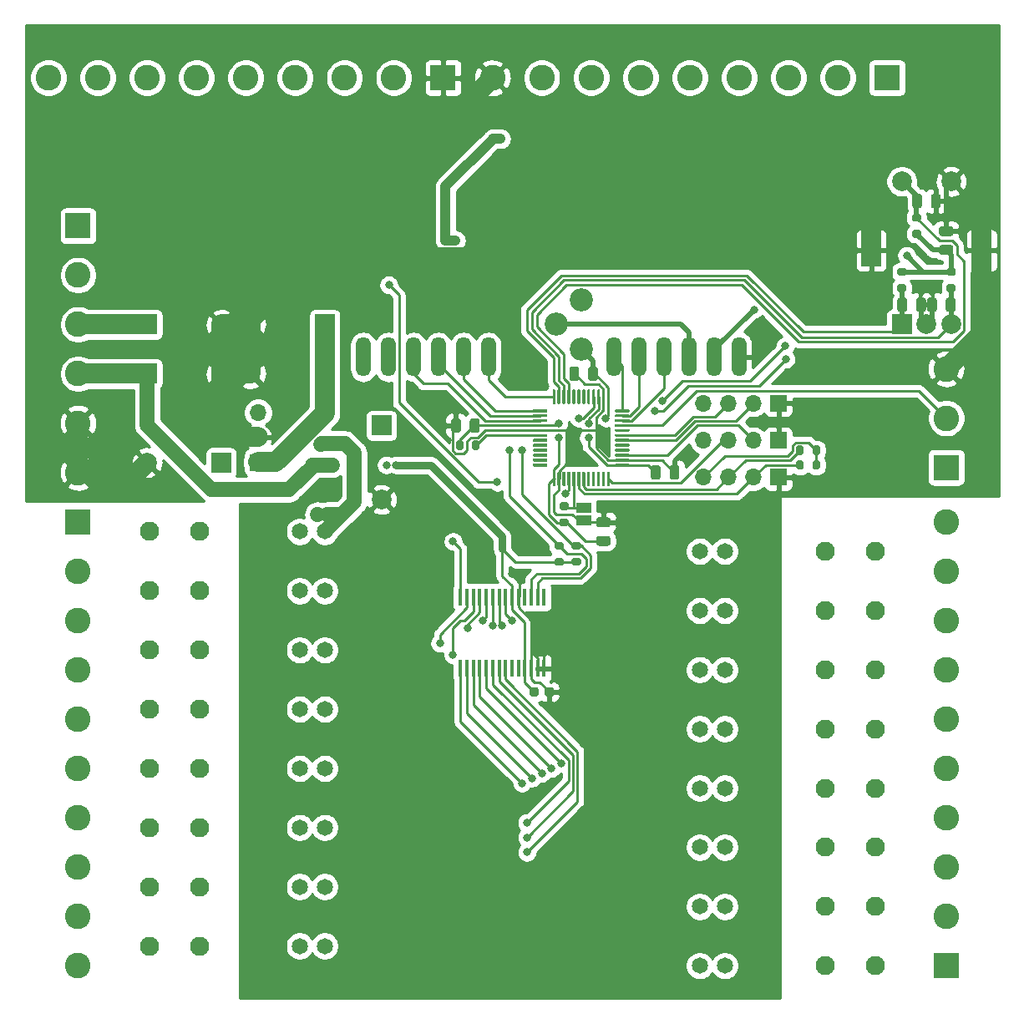
<source format=gbr>
%TF.GenerationSoftware,KiCad,Pcbnew,(5.1.10)-1*%
%TF.CreationDate,2021-06-11T23:30:18+03:00*%
%TF.ProjectId,chiller board,6368696c-6c65-4722-9062-6f6172642e6b,rev?*%
%TF.SameCoordinates,Original*%
%TF.FileFunction,Copper,L2,Bot*%
%TF.FilePolarity,Positive*%
%FSLAX46Y46*%
G04 Gerber Fmt 4.6, Leading zero omitted, Abs format (unit mm)*
G04 Created by KiCad (PCBNEW (5.1.10)-1) date 2021-06-11 23:30:18*
%MOMM*%
%LPD*%
G01*
G04 APERTURE LIST*
%TA.AperFunction,SMDPad,CuDef*%
%ADD10R,0.450000X1.750000*%
%TD*%
%TA.AperFunction,ComponentPad*%
%ADD11O,1.700000X1.700000*%
%TD*%
%TA.AperFunction,ComponentPad*%
%ADD12R,1.700000X1.700000*%
%TD*%
%TA.AperFunction,ComponentPad*%
%ADD13C,1.650000*%
%TD*%
%TA.AperFunction,ComponentPad*%
%ADD14C,1.950000*%
%TD*%
%TA.AperFunction,ComponentPad*%
%ADD15R,2.000000X2.000000*%
%TD*%
%TA.AperFunction,ComponentPad*%
%ADD16C,2.000000*%
%TD*%
%TA.AperFunction,ComponentPad*%
%ADD17R,2.000000X3.200000*%
%TD*%
%TA.AperFunction,ComponentPad*%
%ADD18O,1.501140X4.000500*%
%TD*%
%TA.AperFunction,ComponentPad*%
%ADD19C,2.600000*%
%TD*%
%TA.AperFunction,ComponentPad*%
%ADD20R,2.600000X2.600000*%
%TD*%
%TA.AperFunction,ComponentPad*%
%ADD21C,2.340000*%
%TD*%
%TA.AperFunction,SMDPad,CuDef*%
%ADD22R,1.500000X1.000000*%
%TD*%
%TA.AperFunction,ViaPad*%
%ADD23C,0.800000*%
%TD*%
%TA.AperFunction,Conductor*%
%ADD24C,2.000000*%
%TD*%
%TA.AperFunction,Conductor*%
%ADD25C,0.500000*%
%TD*%
%TA.AperFunction,Conductor*%
%ADD26C,0.250000*%
%TD*%
%TA.AperFunction,Conductor*%
%ADD27C,1.500000*%
%TD*%
%TA.AperFunction,Conductor*%
%ADD28C,1.000000*%
%TD*%
%TA.AperFunction,Conductor*%
%ADD29C,0.750000*%
%TD*%
%TA.AperFunction,Conductor*%
%ADD30C,0.254000*%
%TD*%
%TA.AperFunction,Conductor*%
%ADD31C,0.100000*%
%TD*%
G04 APERTURE END LIST*
D10*
%TO.P,U5,28*%
%TO.N,OUT11*%
X117025000Y-100600000D03*
%TO.P,U5,27*%
%TO.N,OUT21*%
X117675000Y-100600000D03*
%TO.P,U5,26*%
%TO.N,OUT31*%
X118325000Y-100600000D03*
%TO.P,U5,25*%
%TO.N,OUT41*%
X118975000Y-100600000D03*
%TO.P,U5,24*%
%TO.N,OUT51*%
X119625000Y-100600000D03*
%TO.P,U5,23*%
%TO.N,OUT61*%
X120275000Y-100600000D03*
%TO.P,U5,22*%
%TO.N,OUT71*%
X120925000Y-100600000D03*
%TO.P,U5,21*%
%TO.N,OUT81*%
X121575000Y-100600000D03*
%TO.P,U5,20*%
%TO.N,Net-(U5-Pad20)*%
X122225000Y-100600000D03*
%TO.P,U5,19*%
%TO.N,Net-(U5-Pad19)*%
X122875000Y-100600000D03*
%TO.P,U5,18*%
%TO.N,+3V3*%
X123525000Y-100600000D03*
%TO.P,U5,17*%
%TO.N,GND*%
X124175000Y-100600000D03*
%TO.P,U5,16*%
X124825000Y-100600000D03*
%TO.P,U5,15*%
X125475000Y-100600000D03*
%TO.P,U5,14*%
%TO.N,Net-(U5-Pad14)*%
X125475000Y-93400000D03*
%TO.P,U5,13*%
%TO.N,i2cbus_SDA*%
X124825000Y-93400000D03*
%TO.P,U5,12*%
%TO.N,i2cbus_SCL*%
X124175000Y-93400000D03*
%TO.P,U5,11*%
%TO.N,Net-(U5-Pad11)*%
X123525000Y-93400000D03*
%TO.P,U5,10*%
%TO.N,GND*%
X122875000Y-93400000D03*
%TO.P,U5,9*%
%TO.N,+3V3*%
X122225000Y-93400000D03*
%TO.P,U5,8*%
%TO.N,OUT8*%
X121575000Y-93400000D03*
%TO.P,U5,7*%
%TO.N,OUT7*%
X120925000Y-93400000D03*
%TO.P,U5,6*%
%TO.N,OUT6*%
X120275000Y-93400000D03*
%TO.P,U5,5*%
%TO.N,OUT5*%
X119625000Y-93400000D03*
%TO.P,U5,4*%
%TO.N,OUT4*%
X118975000Y-93400000D03*
%TO.P,U5,3*%
%TO.N,OUT3*%
X118325000Y-93400000D03*
%TO.P,U5,2*%
%TO.N,OUT2*%
X117675000Y-93400000D03*
%TO.P,U5,1*%
%TO.N,OUT1*%
X117025000Y-93400000D03*
%TD*%
D11*
%TO.P,J2,3*%
%TO.N,+12V*%
X96500000Y-74670000D03*
%TO.P,J2,2*%
%TO.N,GND*%
X96500000Y-77210000D03*
D12*
%TO.P,J2,1*%
%TO.N,V_UNREG*%
X96500000Y-79750000D03*
%TD*%
D13*
%TO.P,K1,A1*%
%TO.N,+12V*%
X103250000Y-86750000D03*
%TO.P,K1,A2*%
%TO.N,Net-(D18-Pad1)*%
X100710000Y-86750000D03*
D14*
%TO.P,K1,11*%
%TO.N,COMA0*%
X90550000Y-86750000D03*
%TO.P,K1,14*%
%TO.N,Net-(J11-Pad1)*%
X85470000Y-86750000D03*
%TD*%
D15*
%TO.P,SW1,A*%
%TO.N,ENC_A*%
X161750000Y-65750000D03*
D16*
%TO.P,SW1,C*%
%TO.N,GND*%
X164250000Y-65750000D03*
%TO.P,SW1,B*%
%TO.N,ENC_B*%
X166750000Y-65750000D03*
D17*
%TO.P,SW1,MP*%
%TO.N,GND*%
X158650000Y-58250000D03*
X169850000Y-58250000D03*
D16*
%TO.P,SW1,S2*%
%TO.N,ENC_BT*%
X161750000Y-51250000D03*
%TO.P,SW1,S1*%
%TO.N,GND*%
X166750000Y-51250000D03*
%TD*%
D18*
%TO.P,J1,1*%
%TO.N,GND*%
X145251060Y-69050300D03*
%TO.P,J1,2*%
%TO.N,+3V3*%
X142711060Y-69050300D03*
%TO.P,J1,3*%
%TO.N,Net-(J1-Pad3)*%
X140171060Y-69050300D03*
%TO.P,J1,4*%
%TO.N,DC*%
X137631060Y-69050300D03*
%TO.P,J1,5*%
%TO.N,RW*%
X135091060Y-69050300D03*
%TO.P,J1,6*%
%TO.N,STR*%
X132551060Y-69050300D03*
%TO.P,J1,11*%
%TO.N,D4*%
X119851060Y-69050300D03*
%TO.P,J1,12*%
%TO.N,D5*%
X117311060Y-69050300D03*
%TO.P,J1,13*%
%TO.N,D6*%
X114771060Y-69050300D03*
%TO.P,J1,14*%
%TO.N,D7*%
X112231060Y-69050300D03*
%TO.P,J1,15*%
%TO.N,Net-(J1-Pad15)*%
X109691060Y-69050300D03*
%TO.P,J1,16*%
%TO.N,Net-(J1-Pad16)*%
X107151060Y-69050300D03*
%TD*%
D19*
%TO.P,J13,3*%
%TO.N,GND*%
X166250000Y-70250000D03*
%TO.P,J13,2*%
%TO.N,A_OW*%
X166250000Y-75250000D03*
D20*
%TO.P,J13,1*%
%TO.N,+3V3*%
X166250000Y-80250000D03*
%TD*%
D19*
%TO.P,J6,6*%
%TO.N,GND*%
X78250000Y-80750000D03*
%TO.P,J6,5*%
X78250000Y-75750000D03*
%TO.P,J6,4*%
%TO.N,+3V3*%
X78250000Y-70750000D03*
%TO.P,J6,3*%
%TO.N,+12V*%
X78250000Y-65750000D03*
%TO.P,J6,2*%
%TO.N,Net-(F1-Pad1)*%
X78250000Y-60750000D03*
D20*
%TO.P,J6,1*%
%TO.N,Net-(BR1-Pad1)*%
X78250000Y-55750000D03*
%TD*%
D19*
%TO.P,J5,9*%
%TO.N,GND*%
X120250000Y-40750000D03*
%TO.P,J5,8*%
%TO.N,Net-(D16-Pad1)*%
X125250000Y-40750000D03*
%TO.P,J5,7*%
%TO.N,Net-(D15-Pad1)*%
X130250000Y-40750000D03*
%TO.P,J5,6*%
%TO.N,Net-(D14-Pad1)*%
X135250000Y-40750000D03*
%TO.P,J5,5*%
%TO.N,Net-(D13-Pad1)*%
X140250000Y-40750000D03*
%TO.P,J5,4*%
%TO.N,Net-(D12-Pad1)*%
X145250000Y-40750000D03*
%TO.P,J5,3*%
%TO.N,Net-(D11-Pad1)*%
X150250000Y-40750000D03*
%TO.P,J5,2*%
%TO.N,Net-(D10-Pad1)*%
X155250000Y-40750000D03*
D20*
%TO.P,J5,1*%
%TO.N,Net-(D9-Pad1)*%
X160250000Y-40750000D03*
%TD*%
D19*
%TO.P,J3,9*%
%TO.N,Net-(D8-Pad1)*%
X75250000Y-40750000D03*
%TO.P,J3,8*%
%TO.N,Net-(D7-Pad1)*%
X80250000Y-40750000D03*
%TO.P,J3,7*%
%TO.N,Net-(D6-Pad1)*%
X85250000Y-40750000D03*
%TO.P,J3,6*%
%TO.N,Net-(D5-Pad1)*%
X90250000Y-40750000D03*
%TO.P,J3,5*%
%TO.N,Net-(D4-Pad1)*%
X95250000Y-40750000D03*
%TO.P,J3,4*%
%TO.N,Net-(D3-Pad1)*%
X100250000Y-40750000D03*
%TO.P,J3,3*%
%TO.N,Net-(D2-Pad1)*%
X105250000Y-40750000D03*
%TO.P,J3,2*%
%TO.N,Net-(D1-Pad1)*%
X110250000Y-40750000D03*
D20*
%TO.P,J3,1*%
%TO.N,GND*%
X115250000Y-40750000D03*
%TD*%
%TO.P,R31,2*%
%TO.N,+3V3*%
%TA.AperFunction,SMDPad,CuDef*%
G36*
G01*
X162025000Y-60825000D02*
X161475000Y-60825000D01*
G75*
G02*
X161275000Y-60625000I0J200000D01*
G01*
X161275000Y-60225000D01*
G75*
G02*
X161475000Y-60025000I200000J0D01*
G01*
X162025000Y-60025000D01*
G75*
G02*
X162225000Y-60225000I0J-200000D01*
G01*
X162225000Y-60625000D01*
G75*
G02*
X162025000Y-60825000I-200000J0D01*
G01*
G37*
%TD.AperFunction*%
%TO.P,R31,1*%
%TO.N,ENC_A*%
%TA.AperFunction,SMDPad,CuDef*%
G36*
G01*
X162025000Y-62475000D02*
X161475000Y-62475000D01*
G75*
G02*
X161275000Y-62275000I0J200000D01*
G01*
X161275000Y-61875000D01*
G75*
G02*
X161475000Y-61675000I200000J0D01*
G01*
X162025000Y-61675000D01*
G75*
G02*
X162225000Y-61875000I0J-200000D01*
G01*
X162225000Y-62275000D01*
G75*
G02*
X162025000Y-62475000I-200000J0D01*
G01*
G37*
%TD.AperFunction*%
%TD*%
%TO.P,R30,2*%
%TO.N,+3V3*%
%TA.AperFunction,SMDPad,CuDef*%
G36*
G01*
X167025000Y-60825000D02*
X166475000Y-60825000D01*
G75*
G02*
X166275000Y-60625000I0J200000D01*
G01*
X166275000Y-60225000D01*
G75*
G02*
X166475000Y-60025000I200000J0D01*
G01*
X167025000Y-60025000D01*
G75*
G02*
X167225000Y-60225000I0J-200000D01*
G01*
X167225000Y-60625000D01*
G75*
G02*
X167025000Y-60825000I-200000J0D01*
G01*
G37*
%TD.AperFunction*%
%TO.P,R30,1*%
%TO.N,ENC_B*%
%TA.AperFunction,SMDPad,CuDef*%
G36*
G01*
X167025000Y-62475000D02*
X166475000Y-62475000D01*
G75*
G02*
X166275000Y-62275000I0J200000D01*
G01*
X166275000Y-61875000D01*
G75*
G02*
X166475000Y-61675000I200000J0D01*
G01*
X167025000Y-61675000D01*
G75*
G02*
X167225000Y-61875000I0J-200000D01*
G01*
X167225000Y-62275000D01*
G75*
G02*
X167025000Y-62475000I-200000J0D01*
G01*
G37*
%TD.AperFunction*%
%TD*%
%TO.P,R29,2*%
%TO.N,+3V3*%
%TA.AperFunction,SMDPad,CuDef*%
G36*
G01*
X162975000Y-56175000D02*
X163525000Y-56175000D01*
G75*
G02*
X163725000Y-56375000I0J-200000D01*
G01*
X163725000Y-56775000D01*
G75*
G02*
X163525000Y-56975000I-200000J0D01*
G01*
X162975000Y-56975000D01*
G75*
G02*
X162775000Y-56775000I0J200000D01*
G01*
X162775000Y-56375000D01*
G75*
G02*
X162975000Y-56175000I200000J0D01*
G01*
G37*
%TD.AperFunction*%
%TO.P,R29,1*%
%TO.N,ENC_BT*%
%TA.AperFunction,SMDPad,CuDef*%
G36*
G01*
X162975000Y-54525000D02*
X163525000Y-54525000D01*
G75*
G02*
X163725000Y-54725000I0J-200000D01*
G01*
X163725000Y-55125000D01*
G75*
G02*
X163525000Y-55325000I-200000J0D01*
G01*
X162975000Y-55325000D01*
G75*
G02*
X162775000Y-55125000I0J200000D01*
G01*
X162775000Y-54725000D01*
G75*
G02*
X162975000Y-54525000I200000J0D01*
G01*
G37*
%TD.AperFunction*%
%TD*%
%TO.P,R28,2*%
%TO.N,MCU_RST*%
%TA.AperFunction,SMDPad,CuDef*%
G36*
G01*
X118175000Y-78275000D02*
X118175000Y-77725000D01*
G75*
G02*
X118375000Y-77525000I200000J0D01*
G01*
X118775000Y-77525000D01*
G75*
G02*
X118975000Y-77725000I0J-200000D01*
G01*
X118975000Y-78275000D01*
G75*
G02*
X118775000Y-78475000I-200000J0D01*
G01*
X118375000Y-78475000D01*
G75*
G02*
X118175000Y-78275000I0J200000D01*
G01*
G37*
%TD.AperFunction*%
%TO.P,R28,1*%
%TO.N,+3V3*%
%TA.AperFunction,SMDPad,CuDef*%
G36*
G01*
X116525000Y-78275000D02*
X116525000Y-77725000D01*
G75*
G02*
X116725000Y-77525000I200000J0D01*
G01*
X117125000Y-77525000D01*
G75*
G02*
X117325000Y-77725000I0J-200000D01*
G01*
X117325000Y-78275000D01*
G75*
G02*
X117125000Y-78475000I-200000J0D01*
G01*
X116725000Y-78475000D01*
G75*
G02*
X116525000Y-78275000I0J200000D01*
G01*
G37*
%TD.AperFunction*%
%TD*%
%TO.P,R27,2*%
%TO.N,BOOT0*%
%TA.AperFunction,SMDPad,CuDef*%
G36*
G01*
X127775000Y-84575000D02*
X127225000Y-84575000D01*
G75*
G02*
X127025000Y-84375000I0J200000D01*
G01*
X127025000Y-83975000D01*
G75*
G02*
X127225000Y-83775000I200000J0D01*
G01*
X127775000Y-83775000D01*
G75*
G02*
X127975000Y-83975000I0J-200000D01*
G01*
X127975000Y-84375000D01*
G75*
G02*
X127775000Y-84575000I-200000J0D01*
G01*
G37*
%TD.AperFunction*%
%TO.P,R27,1*%
%TO.N,+3V3*%
%TA.AperFunction,SMDPad,CuDef*%
G36*
G01*
X127775000Y-86225000D02*
X127225000Y-86225000D01*
G75*
G02*
X127025000Y-86025000I0J200000D01*
G01*
X127025000Y-85625000D01*
G75*
G02*
X127225000Y-85425000I200000J0D01*
G01*
X127775000Y-85425000D01*
G75*
G02*
X127975000Y-85625000I0J-200000D01*
G01*
X127975000Y-86025000D01*
G75*
G02*
X127775000Y-86225000I-200000J0D01*
G01*
G37*
%TD.AperFunction*%
%TD*%
%TO.P,R26,2*%
%TO.N,AUX_i2cbus_SDA*%
%TA.AperFunction,SMDPad,CuDef*%
G36*
G01*
X151825000Y-79725000D02*
X151825000Y-80275000D01*
G75*
G02*
X151625000Y-80475000I-200000J0D01*
G01*
X151225000Y-80475000D01*
G75*
G02*
X151025000Y-80275000I0J200000D01*
G01*
X151025000Y-79725000D01*
G75*
G02*
X151225000Y-79525000I200000J0D01*
G01*
X151625000Y-79525000D01*
G75*
G02*
X151825000Y-79725000I0J-200000D01*
G01*
G37*
%TD.AperFunction*%
%TO.P,R26,1*%
%TO.N,+3V3*%
%TA.AperFunction,SMDPad,CuDef*%
G36*
G01*
X153475000Y-79725000D02*
X153475000Y-80275000D01*
G75*
G02*
X153275000Y-80475000I-200000J0D01*
G01*
X152875000Y-80475000D01*
G75*
G02*
X152675000Y-80275000I0J200000D01*
G01*
X152675000Y-79725000D01*
G75*
G02*
X152875000Y-79525000I200000J0D01*
G01*
X153275000Y-79525000D01*
G75*
G02*
X153475000Y-79725000I0J-200000D01*
G01*
G37*
%TD.AperFunction*%
%TD*%
%TO.P,R25,2*%
%TO.N,AUX_i2cbus_SCL*%
%TA.AperFunction,SMDPad,CuDef*%
G36*
G01*
X151825000Y-78225000D02*
X151825000Y-78775000D01*
G75*
G02*
X151625000Y-78975000I-200000J0D01*
G01*
X151225000Y-78975000D01*
G75*
G02*
X151025000Y-78775000I0J200000D01*
G01*
X151025000Y-78225000D01*
G75*
G02*
X151225000Y-78025000I200000J0D01*
G01*
X151625000Y-78025000D01*
G75*
G02*
X151825000Y-78225000I0J-200000D01*
G01*
G37*
%TD.AperFunction*%
%TO.P,R25,1*%
%TO.N,+3V3*%
%TA.AperFunction,SMDPad,CuDef*%
G36*
G01*
X153475000Y-78225000D02*
X153475000Y-78775000D01*
G75*
G02*
X153275000Y-78975000I-200000J0D01*
G01*
X152875000Y-78975000D01*
G75*
G02*
X152675000Y-78775000I0J200000D01*
G01*
X152675000Y-78225000D01*
G75*
G02*
X152875000Y-78025000I200000J0D01*
G01*
X153275000Y-78025000D01*
G75*
G02*
X153475000Y-78225000I0J-200000D01*
G01*
G37*
%TD.AperFunction*%
%TD*%
%TO.P,R24,2*%
%TO.N,i2cbus_SDA*%
%TA.AperFunction,SMDPad,CuDef*%
G36*
G01*
X129025000Y-88575000D02*
X128475000Y-88575000D01*
G75*
G02*
X128275000Y-88375000I0J200000D01*
G01*
X128275000Y-87975000D01*
G75*
G02*
X128475000Y-87775000I200000J0D01*
G01*
X129025000Y-87775000D01*
G75*
G02*
X129225000Y-87975000I0J-200000D01*
G01*
X129225000Y-88375000D01*
G75*
G02*
X129025000Y-88575000I-200000J0D01*
G01*
G37*
%TD.AperFunction*%
%TO.P,R24,1*%
%TO.N,+3V3*%
%TA.AperFunction,SMDPad,CuDef*%
G36*
G01*
X129025000Y-90225000D02*
X128475000Y-90225000D01*
G75*
G02*
X128275000Y-90025000I0J200000D01*
G01*
X128275000Y-89625000D01*
G75*
G02*
X128475000Y-89425000I200000J0D01*
G01*
X129025000Y-89425000D01*
G75*
G02*
X129225000Y-89625000I0J-200000D01*
G01*
X129225000Y-90025000D01*
G75*
G02*
X129025000Y-90225000I-200000J0D01*
G01*
G37*
%TD.AperFunction*%
%TD*%
%TO.P,R23,2*%
%TO.N,i2cbus_SCL*%
%TA.AperFunction,SMDPad,CuDef*%
G36*
G01*
X127275000Y-88575000D02*
X126725000Y-88575000D01*
G75*
G02*
X126525000Y-88375000I0J200000D01*
G01*
X126525000Y-87975000D01*
G75*
G02*
X126725000Y-87775000I200000J0D01*
G01*
X127275000Y-87775000D01*
G75*
G02*
X127475000Y-87975000I0J-200000D01*
G01*
X127475000Y-88375000D01*
G75*
G02*
X127275000Y-88575000I-200000J0D01*
G01*
G37*
%TD.AperFunction*%
%TO.P,R23,1*%
%TO.N,+3V3*%
%TA.AperFunction,SMDPad,CuDef*%
G36*
G01*
X127275000Y-90225000D02*
X126725000Y-90225000D01*
G75*
G02*
X126525000Y-90025000I0J200000D01*
G01*
X126525000Y-89625000D01*
G75*
G02*
X126725000Y-89425000I200000J0D01*
G01*
X127275000Y-89425000D01*
G75*
G02*
X127475000Y-89625000I0J-200000D01*
G01*
X127475000Y-90025000D01*
G75*
G02*
X127275000Y-90225000I-200000J0D01*
G01*
G37*
%TD.AperFunction*%
%TD*%
%TO.P,U3,1*%
%TO.N,Net-(U3-Pad1)*%
%TA.AperFunction,SMDPad,CuDef*%
G36*
G01*
X124350000Y-80075000D02*
X124350000Y-79925000D01*
G75*
G02*
X124425000Y-79850000I75000J0D01*
G01*
X125750000Y-79850000D01*
G75*
G02*
X125825000Y-79925000I0J-75000D01*
G01*
X125825000Y-80075000D01*
G75*
G02*
X125750000Y-80150000I-75000J0D01*
G01*
X124425000Y-80150000D01*
G75*
G02*
X124350000Y-80075000I0J75000D01*
G01*
G37*
%TD.AperFunction*%
%TO.P,U3,2*%
%TO.N,Net-(U3-Pad2)*%
%TA.AperFunction,SMDPad,CuDef*%
G36*
G01*
X124350000Y-79575000D02*
X124350000Y-79425000D01*
G75*
G02*
X124425000Y-79350000I75000J0D01*
G01*
X125750000Y-79350000D01*
G75*
G02*
X125825000Y-79425000I0J-75000D01*
G01*
X125825000Y-79575000D01*
G75*
G02*
X125750000Y-79650000I-75000J0D01*
G01*
X124425000Y-79650000D01*
G75*
G02*
X124350000Y-79575000I0J75000D01*
G01*
G37*
%TD.AperFunction*%
%TO.P,U3,3*%
%TO.N,Net-(U3-Pad3)*%
%TA.AperFunction,SMDPad,CuDef*%
G36*
G01*
X124350000Y-79075000D02*
X124350000Y-78925000D01*
G75*
G02*
X124425000Y-78850000I75000J0D01*
G01*
X125750000Y-78850000D01*
G75*
G02*
X125825000Y-78925000I0J-75000D01*
G01*
X125825000Y-79075000D01*
G75*
G02*
X125750000Y-79150000I-75000J0D01*
G01*
X124425000Y-79150000D01*
G75*
G02*
X124350000Y-79075000I0J75000D01*
G01*
G37*
%TD.AperFunction*%
%TO.P,U3,4*%
%TO.N,Net-(U3-Pad4)*%
%TA.AperFunction,SMDPad,CuDef*%
G36*
G01*
X124350000Y-78575000D02*
X124350000Y-78425000D01*
G75*
G02*
X124425000Y-78350000I75000J0D01*
G01*
X125750000Y-78350000D01*
G75*
G02*
X125825000Y-78425000I0J-75000D01*
G01*
X125825000Y-78575000D01*
G75*
G02*
X125750000Y-78650000I-75000J0D01*
G01*
X124425000Y-78650000D01*
G75*
G02*
X124350000Y-78575000I0J75000D01*
G01*
G37*
%TD.AperFunction*%
%TO.P,U3,5*%
%TO.N,Net-(U3-Pad5)*%
%TA.AperFunction,SMDPad,CuDef*%
G36*
G01*
X124350000Y-78075000D02*
X124350000Y-77925000D01*
G75*
G02*
X124425000Y-77850000I75000J0D01*
G01*
X125750000Y-77850000D01*
G75*
G02*
X125825000Y-77925000I0J-75000D01*
G01*
X125825000Y-78075000D01*
G75*
G02*
X125750000Y-78150000I-75000J0D01*
G01*
X124425000Y-78150000D01*
G75*
G02*
X124350000Y-78075000I0J75000D01*
G01*
G37*
%TD.AperFunction*%
%TO.P,U3,6*%
%TO.N,Net-(U3-Pad6)*%
%TA.AperFunction,SMDPad,CuDef*%
G36*
G01*
X124350000Y-77575000D02*
X124350000Y-77425000D01*
G75*
G02*
X124425000Y-77350000I75000J0D01*
G01*
X125750000Y-77350000D01*
G75*
G02*
X125825000Y-77425000I0J-75000D01*
G01*
X125825000Y-77575000D01*
G75*
G02*
X125750000Y-77650000I-75000J0D01*
G01*
X124425000Y-77650000D01*
G75*
G02*
X124350000Y-77575000I0J75000D01*
G01*
G37*
%TD.AperFunction*%
%TO.P,U3,7*%
%TO.N,MCU_RST*%
%TA.AperFunction,SMDPad,CuDef*%
G36*
G01*
X124350000Y-77075000D02*
X124350000Y-76925000D01*
G75*
G02*
X124425000Y-76850000I75000J0D01*
G01*
X125750000Y-76850000D01*
G75*
G02*
X125825000Y-76925000I0J-75000D01*
G01*
X125825000Y-77075000D01*
G75*
G02*
X125750000Y-77150000I-75000J0D01*
G01*
X124425000Y-77150000D01*
G75*
G02*
X124350000Y-77075000I0J75000D01*
G01*
G37*
%TD.AperFunction*%
%TO.P,U3,8*%
%TO.N,GND*%
%TA.AperFunction,SMDPad,CuDef*%
G36*
G01*
X124350000Y-76575000D02*
X124350000Y-76425000D01*
G75*
G02*
X124425000Y-76350000I75000J0D01*
G01*
X125750000Y-76350000D01*
G75*
G02*
X125825000Y-76425000I0J-75000D01*
G01*
X125825000Y-76575000D01*
G75*
G02*
X125750000Y-76650000I-75000J0D01*
G01*
X124425000Y-76650000D01*
G75*
G02*
X124350000Y-76575000I0J75000D01*
G01*
G37*
%TD.AperFunction*%
%TO.P,U3,9*%
%TO.N,+3V3*%
%TA.AperFunction,SMDPad,CuDef*%
G36*
G01*
X124350000Y-76075000D02*
X124350000Y-75925000D01*
G75*
G02*
X124425000Y-75850000I75000J0D01*
G01*
X125750000Y-75850000D01*
G75*
G02*
X125825000Y-75925000I0J-75000D01*
G01*
X125825000Y-76075000D01*
G75*
G02*
X125750000Y-76150000I-75000J0D01*
G01*
X124425000Y-76150000D01*
G75*
G02*
X124350000Y-76075000I0J75000D01*
G01*
G37*
%TD.AperFunction*%
%TO.P,U3,10*%
%TO.N,D7*%
%TA.AperFunction,SMDPad,CuDef*%
G36*
G01*
X124350000Y-75575000D02*
X124350000Y-75425000D01*
G75*
G02*
X124425000Y-75350000I75000J0D01*
G01*
X125750000Y-75350000D01*
G75*
G02*
X125825000Y-75425000I0J-75000D01*
G01*
X125825000Y-75575000D01*
G75*
G02*
X125750000Y-75650000I-75000J0D01*
G01*
X124425000Y-75650000D01*
G75*
G02*
X124350000Y-75575000I0J75000D01*
G01*
G37*
%TD.AperFunction*%
%TO.P,U3,11*%
%TO.N,D6*%
%TA.AperFunction,SMDPad,CuDef*%
G36*
G01*
X124350000Y-75075000D02*
X124350000Y-74925000D01*
G75*
G02*
X124425000Y-74850000I75000J0D01*
G01*
X125750000Y-74850000D01*
G75*
G02*
X125825000Y-74925000I0J-75000D01*
G01*
X125825000Y-75075000D01*
G75*
G02*
X125750000Y-75150000I-75000J0D01*
G01*
X124425000Y-75150000D01*
G75*
G02*
X124350000Y-75075000I0J75000D01*
G01*
G37*
%TD.AperFunction*%
%TO.P,U3,12*%
%TO.N,D5*%
%TA.AperFunction,SMDPad,CuDef*%
G36*
G01*
X124350000Y-74575000D02*
X124350000Y-74425000D01*
G75*
G02*
X124425000Y-74350000I75000J0D01*
G01*
X125750000Y-74350000D01*
G75*
G02*
X125825000Y-74425000I0J-75000D01*
G01*
X125825000Y-74575000D01*
G75*
G02*
X125750000Y-74650000I-75000J0D01*
G01*
X124425000Y-74650000D01*
G75*
G02*
X124350000Y-74575000I0J75000D01*
G01*
G37*
%TD.AperFunction*%
%TO.P,U3,13*%
%TO.N,D4*%
%TA.AperFunction,SMDPad,CuDef*%
G36*
G01*
X126350000Y-73750000D02*
X126350000Y-72425000D01*
G75*
G02*
X126425000Y-72350000I75000J0D01*
G01*
X126575000Y-72350000D01*
G75*
G02*
X126650000Y-72425000I0J-75000D01*
G01*
X126650000Y-73750000D01*
G75*
G02*
X126575000Y-73825000I-75000J0D01*
G01*
X126425000Y-73825000D01*
G75*
G02*
X126350000Y-73750000I0J75000D01*
G01*
G37*
%TD.AperFunction*%
%TO.P,U3,14*%
%TO.N,ENC_A*%
%TA.AperFunction,SMDPad,CuDef*%
G36*
G01*
X126850000Y-73750000D02*
X126850000Y-72425000D01*
G75*
G02*
X126925000Y-72350000I75000J0D01*
G01*
X127075000Y-72350000D01*
G75*
G02*
X127150000Y-72425000I0J-75000D01*
G01*
X127150000Y-73750000D01*
G75*
G02*
X127075000Y-73825000I-75000J0D01*
G01*
X126925000Y-73825000D01*
G75*
G02*
X126850000Y-73750000I0J75000D01*
G01*
G37*
%TD.AperFunction*%
%TO.P,U3,15*%
%TO.N,ENC_B*%
%TA.AperFunction,SMDPad,CuDef*%
G36*
G01*
X127350000Y-73750000D02*
X127350000Y-72425000D01*
G75*
G02*
X127425000Y-72350000I75000J0D01*
G01*
X127575000Y-72350000D01*
G75*
G02*
X127650000Y-72425000I0J-75000D01*
G01*
X127650000Y-73750000D01*
G75*
G02*
X127575000Y-73825000I-75000J0D01*
G01*
X127425000Y-73825000D01*
G75*
G02*
X127350000Y-73750000I0J75000D01*
G01*
G37*
%TD.AperFunction*%
%TO.P,U3,16*%
%TO.N,ENC_BT*%
%TA.AperFunction,SMDPad,CuDef*%
G36*
G01*
X127850000Y-73750000D02*
X127850000Y-72425000D01*
G75*
G02*
X127925000Y-72350000I75000J0D01*
G01*
X128075000Y-72350000D01*
G75*
G02*
X128150000Y-72425000I0J-75000D01*
G01*
X128150000Y-73750000D01*
G75*
G02*
X128075000Y-73825000I-75000J0D01*
G01*
X127925000Y-73825000D01*
G75*
G02*
X127850000Y-73750000I0J75000D01*
G01*
G37*
%TD.AperFunction*%
%TO.P,U3,17*%
%TO.N,Net-(U3-Pad17)*%
%TA.AperFunction,SMDPad,CuDef*%
G36*
G01*
X128350000Y-73750000D02*
X128350000Y-72425000D01*
G75*
G02*
X128425000Y-72350000I75000J0D01*
G01*
X128575000Y-72350000D01*
G75*
G02*
X128650000Y-72425000I0J-75000D01*
G01*
X128650000Y-73750000D01*
G75*
G02*
X128575000Y-73825000I-75000J0D01*
G01*
X128425000Y-73825000D01*
G75*
G02*
X128350000Y-73750000I0J75000D01*
G01*
G37*
%TD.AperFunction*%
%TO.P,U3,18*%
%TO.N,Net-(U3-Pad18)*%
%TA.AperFunction,SMDPad,CuDef*%
G36*
G01*
X128850000Y-73750000D02*
X128850000Y-72425000D01*
G75*
G02*
X128925000Y-72350000I75000J0D01*
G01*
X129075000Y-72350000D01*
G75*
G02*
X129150000Y-72425000I0J-75000D01*
G01*
X129150000Y-73750000D01*
G75*
G02*
X129075000Y-73825000I-75000J0D01*
G01*
X128925000Y-73825000D01*
G75*
G02*
X128850000Y-73750000I0J75000D01*
G01*
G37*
%TD.AperFunction*%
%TO.P,U3,19*%
%TO.N,Net-(U3-Pad19)*%
%TA.AperFunction,SMDPad,CuDef*%
G36*
G01*
X129350000Y-73750000D02*
X129350000Y-72425000D01*
G75*
G02*
X129425000Y-72350000I75000J0D01*
G01*
X129575000Y-72350000D01*
G75*
G02*
X129650000Y-72425000I0J-75000D01*
G01*
X129650000Y-73750000D01*
G75*
G02*
X129575000Y-73825000I-75000J0D01*
G01*
X129425000Y-73825000D01*
G75*
G02*
X129350000Y-73750000I0J75000D01*
G01*
G37*
%TD.AperFunction*%
%TO.P,U3,20*%
%TO.N,Net-(U3-Pad20)*%
%TA.AperFunction,SMDPad,CuDef*%
G36*
G01*
X129850000Y-73750000D02*
X129850000Y-72425000D01*
G75*
G02*
X129925000Y-72350000I75000J0D01*
G01*
X130075000Y-72350000D01*
G75*
G02*
X130150000Y-72425000I0J-75000D01*
G01*
X130150000Y-73750000D01*
G75*
G02*
X130075000Y-73825000I-75000J0D01*
G01*
X129925000Y-73825000D01*
G75*
G02*
X129850000Y-73750000I0J75000D01*
G01*
G37*
%TD.AperFunction*%
%TO.P,U3,21*%
%TO.N,i2cbus_SCL*%
%TA.AperFunction,SMDPad,CuDef*%
G36*
G01*
X130350000Y-73750000D02*
X130350000Y-72425000D01*
G75*
G02*
X130425000Y-72350000I75000J0D01*
G01*
X130575000Y-72350000D01*
G75*
G02*
X130650000Y-72425000I0J-75000D01*
G01*
X130650000Y-73750000D01*
G75*
G02*
X130575000Y-73825000I-75000J0D01*
G01*
X130425000Y-73825000D01*
G75*
G02*
X130350000Y-73750000I0J75000D01*
G01*
G37*
%TD.AperFunction*%
%TO.P,U3,22*%
%TO.N,i2cbus_SDA*%
%TA.AperFunction,SMDPad,CuDef*%
G36*
G01*
X130850000Y-73750000D02*
X130850000Y-72425000D01*
G75*
G02*
X130925000Y-72350000I75000J0D01*
G01*
X131075000Y-72350000D01*
G75*
G02*
X131150000Y-72425000I0J-75000D01*
G01*
X131150000Y-73750000D01*
G75*
G02*
X131075000Y-73825000I-75000J0D01*
G01*
X130925000Y-73825000D01*
G75*
G02*
X130850000Y-73750000I0J75000D01*
G01*
G37*
%TD.AperFunction*%
%TO.P,U3,23*%
%TO.N,GND*%
%TA.AperFunction,SMDPad,CuDef*%
G36*
G01*
X131350000Y-73750000D02*
X131350000Y-72425000D01*
G75*
G02*
X131425000Y-72350000I75000J0D01*
G01*
X131575000Y-72350000D01*
G75*
G02*
X131650000Y-72425000I0J-75000D01*
G01*
X131650000Y-73750000D01*
G75*
G02*
X131575000Y-73825000I-75000J0D01*
G01*
X131425000Y-73825000D01*
G75*
G02*
X131350000Y-73750000I0J75000D01*
G01*
G37*
%TD.AperFunction*%
%TO.P,U3,24*%
%TO.N,+3V3*%
%TA.AperFunction,SMDPad,CuDef*%
G36*
G01*
X131850000Y-73750000D02*
X131850000Y-72425000D01*
G75*
G02*
X131925000Y-72350000I75000J0D01*
G01*
X132075000Y-72350000D01*
G75*
G02*
X132150000Y-72425000I0J-75000D01*
G01*
X132150000Y-73750000D01*
G75*
G02*
X132075000Y-73825000I-75000J0D01*
G01*
X131925000Y-73825000D01*
G75*
G02*
X131850000Y-73750000I0J75000D01*
G01*
G37*
%TD.AperFunction*%
%TO.P,U3,25*%
%TO.N,STR*%
%TA.AperFunction,SMDPad,CuDef*%
G36*
G01*
X132675000Y-74575000D02*
X132675000Y-74425000D01*
G75*
G02*
X132750000Y-74350000I75000J0D01*
G01*
X134075000Y-74350000D01*
G75*
G02*
X134150000Y-74425000I0J-75000D01*
G01*
X134150000Y-74575000D01*
G75*
G02*
X134075000Y-74650000I-75000J0D01*
G01*
X132750000Y-74650000D01*
G75*
G02*
X132675000Y-74575000I0J75000D01*
G01*
G37*
%TD.AperFunction*%
%TO.P,U3,26*%
%TO.N,RW*%
%TA.AperFunction,SMDPad,CuDef*%
G36*
G01*
X132675000Y-75075000D02*
X132675000Y-74925000D01*
G75*
G02*
X132750000Y-74850000I75000J0D01*
G01*
X134075000Y-74850000D01*
G75*
G02*
X134150000Y-74925000I0J-75000D01*
G01*
X134150000Y-75075000D01*
G75*
G02*
X134075000Y-75150000I-75000J0D01*
G01*
X132750000Y-75150000D01*
G75*
G02*
X132675000Y-75075000I0J75000D01*
G01*
G37*
%TD.AperFunction*%
%TO.P,U3,27*%
%TO.N,DC*%
%TA.AperFunction,SMDPad,CuDef*%
G36*
G01*
X132675000Y-75575000D02*
X132675000Y-75425000D01*
G75*
G02*
X132750000Y-75350000I75000J0D01*
G01*
X134075000Y-75350000D01*
G75*
G02*
X134150000Y-75425000I0J-75000D01*
G01*
X134150000Y-75575000D01*
G75*
G02*
X134075000Y-75650000I-75000J0D01*
G01*
X132750000Y-75650000D01*
G75*
G02*
X132675000Y-75575000I0J75000D01*
G01*
G37*
%TD.AperFunction*%
%TO.P,U3,28*%
%TO.N,A_OW*%
%TA.AperFunction,SMDPad,CuDef*%
G36*
G01*
X132675000Y-76075000D02*
X132675000Y-75925000D01*
G75*
G02*
X132750000Y-75850000I75000J0D01*
G01*
X134075000Y-75850000D01*
G75*
G02*
X134150000Y-75925000I0J-75000D01*
G01*
X134150000Y-76075000D01*
G75*
G02*
X134075000Y-76150000I-75000J0D01*
G01*
X132750000Y-76150000D01*
G75*
G02*
X132675000Y-76075000I0J75000D01*
G01*
G37*
%TD.AperFunction*%
%TO.P,U3,29*%
%TO.N,Net-(U3-Pad29)*%
%TA.AperFunction,SMDPad,CuDef*%
G36*
G01*
X132675000Y-76575000D02*
X132675000Y-76425000D01*
G75*
G02*
X132750000Y-76350000I75000J0D01*
G01*
X134075000Y-76350000D01*
G75*
G02*
X134150000Y-76425000I0J-75000D01*
G01*
X134150000Y-76575000D01*
G75*
G02*
X134075000Y-76650000I-75000J0D01*
G01*
X132750000Y-76650000D01*
G75*
G02*
X132675000Y-76575000I0J75000D01*
G01*
G37*
%TD.AperFunction*%
%TO.P,U3,30*%
%TO.N,DB_TX*%
%TA.AperFunction,SMDPad,CuDef*%
G36*
G01*
X132675000Y-77075000D02*
X132675000Y-76925000D01*
G75*
G02*
X132750000Y-76850000I75000J0D01*
G01*
X134075000Y-76850000D01*
G75*
G02*
X134150000Y-76925000I0J-75000D01*
G01*
X134150000Y-77075000D01*
G75*
G02*
X134075000Y-77150000I-75000J0D01*
G01*
X132750000Y-77150000D01*
G75*
G02*
X132675000Y-77075000I0J75000D01*
G01*
G37*
%TD.AperFunction*%
%TO.P,U3,31*%
%TO.N,DB_RX*%
%TA.AperFunction,SMDPad,CuDef*%
G36*
G01*
X132675000Y-77575000D02*
X132675000Y-77425000D01*
G75*
G02*
X132750000Y-77350000I75000J0D01*
G01*
X134075000Y-77350000D01*
G75*
G02*
X134150000Y-77425000I0J-75000D01*
G01*
X134150000Y-77575000D01*
G75*
G02*
X134075000Y-77650000I-75000J0D01*
G01*
X132750000Y-77650000D01*
G75*
G02*
X132675000Y-77575000I0J75000D01*
G01*
G37*
%TD.AperFunction*%
%TO.P,U3,32*%
%TO.N,Net-(U3-Pad32)*%
%TA.AperFunction,SMDPad,CuDef*%
G36*
G01*
X132675000Y-78075000D02*
X132675000Y-77925000D01*
G75*
G02*
X132750000Y-77850000I75000J0D01*
G01*
X134075000Y-77850000D01*
G75*
G02*
X134150000Y-77925000I0J-75000D01*
G01*
X134150000Y-78075000D01*
G75*
G02*
X134075000Y-78150000I-75000J0D01*
G01*
X132750000Y-78150000D01*
G75*
G02*
X132675000Y-78075000I0J75000D01*
G01*
G37*
%TD.AperFunction*%
%TO.P,U3,33*%
%TO.N,Net-(U3-Pad33)*%
%TA.AperFunction,SMDPad,CuDef*%
G36*
G01*
X132675000Y-78575000D02*
X132675000Y-78425000D01*
G75*
G02*
X132750000Y-78350000I75000J0D01*
G01*
X134075000Y-78350000D01*
G75*
G02*
X134150000Y-78425000I0J-75000D01*
G01*
X134150000Y-78575000D01*
G75*
G02*
X134075000Y-78650000I-75000J0D01*
G01*
X132750000Y-78650000D01*
G75*
G02*
X132675000Y-78575000I0J75000D01*
G01*
G37*
%TD.AperFunction*%
%TO.P,U3,34*%
%TO.N,SWDIO*%
%TA.AperFunction,SMDPad,CuDef*%
G36*
G01*
X132675000Y-79075000D02*
X132675000Y-78925000D01*
G75*
G02*
X132750000Y-78850000I75000J0D01*
G01*
X134075000Y-78850000D01*
G75*
G02*
X134150000Y-78925000I0J-75000D01*
G01*
X134150000Y-79075000D01*
G75*
G02*
X134075000Y-79150000I-75000J0D01*
G01*
X132750000Y-79150000D01*
G75*
G02*
X132675000Y-79075000I0J75000D01*
G01*
G37*
%TD.AperFunction*%
%TO.P,U3,35*%
%TO.N,GND*%
%TA.AperFunction,SMDPad,CuDef*%
G36*
G01*
X132675000Y-79575000D02*
X132675000Y-79425000D01*
G75*
G02*
X132750000Y-79350000I75000J0D01*
G01*
X134075000Y-79350000D01*
G75*
G02*
X134150000Y-79425000I0J-75000D01*
G01*
X134150000Y-79575000D01*
G75*
G02*
X134075000Y-79650000I-75000J0D01*
G01*
X132750000Y-79650000D01*
G75*
G02*
X132675000Y-79575000I0J75000D01*
G01*
G37*
%TD.AperFunction*%
%TO.P,U3,36*%
%TO.N,+3V3*%
%TA.AperFunction,SMDPad,CuDef*%
G36*
G01*
X132675000Y-80075000D02*
X132675000Y-79925000D01*
G75*
G02*
X132750000Y-79850000I75000J0D01*
G01*
X134075000Y-79850000D01*
G75*
G02*
X134150000Y-79925000I0J-75000D01*
G01*
X134150000Y-80075000D01*
G75*
G02*
X134075000Y-80150000I-75000J0D01*
G01*
X132750000Y-80150000D01*
G75*
G02*
X132675000Y-80075000I0J75000D01*
G01*
G37*
%TD.AperFunction*%
%TO.P,U3,37*%
%TO.N,SWCLK*%
%TA.AperFunction,SMDPad,CuDef*%
G36*
G01*
X131850000Y-82075000D02*
X131850000Y-80750000D01*
G75*
G02*
X131925000Y-80675000I75000J0D01*
G01*
X132075000Y-80675000D01*
G75*
G02*
X132150000Y-80750000I0J-75000D01*
G01*
X132150000Y-82075000D01*
G75*
G02*
X132075000Y-82150000I-75000J0D01*
G01*
X131925000Y-82150000D01*
G75*
G02*
X131850000Y-82075000I0J75000D01*
G01*
G37*
%TD.AperFunction*%
%TO.P,U3,38*%
%TO.N,Net-(U3-Pad38)*%
%TA.AperFunction,SMDPad,CuDef*%
G36*
G01*
X131350000Y-82075000D02*
X131350000Y-80750000D01*
G75*
G02*
X131425000Y-80675000I75000J0D01*
G01*
X131575000Y-80675000D01*
G75*
G02*
X131650000Y-80750000I0J-75000D01*
G01*
X131650000Y-82075000D01*
G75*
G02*
X131575000Y-82150000I-75000J0D01*
G01*
X131425000Y-82150000D01*
G75*
G02*
X131350000Y-82075000I0J75000D01*
G01*
G37*
%TD.AperFunction*%
%TO.P,U3,39*%
%TO.N,Net-(U3-Pad39)*%
%TA.AperFunction,SMDPad,CuDef*%
G36*
G01*
X130850000Y-82075000D02*
X130850000Y-80750000D01*
G75*
G02*
X130925000Y-80675000I75000J0D01*
G01*
X131075000Y-80675000D01*
G75*
G02*
X131150000Y-80750000I0J-75000D01*
G01*
X131150000Y-82075000D01*
G75*
G02*
X131075000Y-82150000I-75000J0D01*
G01*
X130925000Y-82150000D01*
G75*
G02*
X130850000Y-82075000I0J75000D01*
G01*
G37*
%TD.AperFunction*%
%TO.P,U3,40*%
%TO.N,Net-(U3-Pad40)*%
%TA.AperFunction,SMDPad,CuDef*%
G36*
G01*
X130350000Y-82075000D02*
X130350000Y-80750000D01*
G75*
G02*
X130425000Y-80675000I75000J0D01*
G01*
X130575000Y-80675000D01*
G75*
G02*
X130650000Y-80750000I0J-75000D01*
G01*
X130650000Y-82075000D01*
G75*
G02*
X130575000Y-82150000I-75000J0D01*
G01*
X130425000Y-82150000D01*
G75*
G02*
X130350000Y-82075000I0J75000D01*
G01*
G37*
%TD.AperFunction*%
%TO.P,U3,41*%
%TO.N,Net-(U3-Pad41)*%
%TA.AperFunction,SMDPad,CuDef*%
G36*
G01*
X129850000Y-82075000D02*
X129850000Y-80750000D01*
G75*
G02*
X129925000Y-80675000I75000J0D01*
G01*
X130075000Y-80675000D01*
G75*
G02*
X130150000Y-80750000I0J-75000D01*
G01*
X130150000Y-82075000D01*
G75*
G02*
X130075000Y-82150000I-75000J0D01*
G01*
X129925000Y-82150000D01*
G75*
G02*
X129850000Y-82075000I0J75000D01*
G01*
G37*
%TD.AperFunction*%
%TO.P,U3,42*%
%TO.N,AUX_i2cbus_SCL*%
%TA.AperFunction,SMDPad,CuDef*%
G36*
G01*
X129350000Y-82075000D02*
X129350000Y-80750000D01*
G75*
G02*
X129425000Y-80675000I75000J0D01*
G01*
X129575000Y-80675000D01*
G75*
G02*
X129650000Y-80750000I0J-75000D01*
G01*
X129650000Y-82075000D01*
G75*
G02*
X129575000Y-82150000I-75000J0D01*
G01*
X129425000Y-82150000D01*
G75*
G02*
X129350000Y-82075000I0J75000D01*
G01*
G37*
%TD.AperFunction*%
%TO.P,U3,43*%
%TO.N,AUX_i2cbus_SDA*%
%TA.AperFunction,SMDPad,CuDef*%
G36*
G01*
X128850000Y-82075000D02*
X128850000Y-80750000D01*
G75*
G02*
X128925000Y-80675000I75000J0D01*
G01*
X129075000Y-80675000D01*
G75*
G02*
X129150000Y-80750000I0J-75000D01*
G01*
X129150000Y-82075000D01*
G75*
G02*
X129075000Y-82150000I-75000J0D01*
G01*
X128925000Y-82150000D01*
G75*
G02*
X128850000Y-82075000I0J75000D01*
G01*
G37*
%TD.AperFunction*%
%TO.P,U3,44*%
%TO.N,BOOT0*%
%TA.AperFunction,SMDPad,CuDef*%
G36*
G01*
X128350000Y-82075000D02*
X128350000Y-80750000D01*
G75*
G02*
X128425000Y-80675000I75000J0D01*
G01*
X128575000Y-80675000D01*
G75*
G02*
X128650000Y-80750000I0J-75000D01*
G01*
X128650000Y-82075000D01*
G75*
G02*
X128575000Y-82150000I-75000J0D01*
G01*
X128425000Y-82150000D01*
G75*
G02*
X128350000Y-82075000I0J75000D01*
G01*
G37*
%TD.AperFunction*%
%TO.P,U3,45*%
%TO.N,BLPWM*%
%TA.AperFunction,SMDPad,CuDef*%
G36*
G01*
X127850000Y-82075000D02*
X127850000Y-80750000D01*
G75*
G02*
X127925000Y-80675000I75000J0D01*
G01*
X128075000Y-80675000D01*
G75*
G02*
X128150000Y-80750000I0J-75000D01*
G01*
X128150000Y-82075000D01*
G75*
G02*
X128075000Y-82150000I-75000J0D01*
G01*
X127925000Y-82150000D01*
G75*
G02*
X127850000Y-82075000I0J75000D01*
G01*
G37*
%TD.AperFunction*%
%TO.P,U3,46*%
%TO.N,Net-(U3-Pad46)*%
%TA.AperFunction,SMDPad,CuDef*%
G36*
G01*
X127350000Y-82075000D02*
X127350000Y-80750000D01*
G75*
G02*
X127425000Y-80675000I75000J0D01*
G01*
X127575000Y-80675000D01*
G75*
G02*
X127650000Y-80750000I0J-75000D01*
G01*
X127650000Y-82075000D01*
G75*
G02*
X127575000Y-82150000I-75000J0D01*
G01*
X127425000Y-82150000D01*
G75*
G02*
X127350000Y-82075000I0J75000D01*
G01*
G37*
%TD.AperFunction*%
%TO.P,U3,47*%
%TO.N,GND*%
%TA.AperFunction,SMDPad,CuDef*%
G36*
G01*
X126850000Y-82075000D02*
X126850000Y-80750000D01*
G75*
G02*
X126925000Y-80675000I75000J0D01*
G01*
X127075000Y-80675000D01*
G75*
G02*
X127150000Y-80750000I0J-75000D01*
G01*
X127150000Y-82075000D01*
G75*
G02*
X127075000Y-82150000I-75000J0D01*
G01*
X126925000Y-82150000D01*
G75*
G02*
X126850000Y-82075000I0J75000D01*
G01*
G37*
%TD.AperFunction*%
%TO.P,U3,48*%
%TO.N,+3V3*%
%TA.AperFunction,SMDPad,CuDef*%
G36*
G01*
X126350000Y-82075000D02*
X126350000Y-80750000D01*
G75*
G02*
X126425000Y-80675000I75000J0D01*
G01*
X126575000Y-80675000D01*
G75*
G02*
X126650000Y-80750000I0J-75000D01*
G01*
X126650000Y-82075000D01*
G75*
G02*
X126575000Y-82150000I-75000J0D01*
G01*
X126425000Y-82150000D01*
G75*
G02*
X126350000Y-82075000I0J75000D01*
G01*
G37*
%TD.AperFunction*%
%TD*%
D21*
%TO.P,RV1,3*%
%TO.N,+3V3*%
X129250000Y-68250000D03*
%TO.P,RV1,2*%
%TO.N,Net-(J1-Pad3)*%
X126750000Y-65750000D03*
%TO.P,RV1,1*%
%TO.N,Net-(RV1-Pad1)*%
X129250000Y-63250000D03*
%TD*%
D13*
%TO.P,K16,A1*%
%TO.N,+12V*%
X141250000Y-130750000D03*
%TO.P,K16,A2*%
%TO.N,Net-(D33-Pad1)*%
X143790000Y-130750000D03*
D14*
%TO.P,K16,11*%
%TO.N,COMA01*%
X153950000Y-130750000D03*
%TO.P,K16,14*%
%TO.N,Net-(J12-Pad3)*%
X159030000Y-130750000D03*
%TD*%
D13*
%TO.P,K15,A1*%
%TO.N,+12V*%
X141250000Y-124750000D03*
%TO.P,K15,A2*%
%TO.N,Net-(D32-Pad1)*%
X143790000Y-124750000D03*
D14*
%TO.P,K15,11*%
%TO.N,COMA01*%
X153950000Y-124750000D03*
%TO.P,K15,14*%
%TO.N,Net-(J12-Pad4)*%
X159030000Y-124750000D03*
%TD*%
D13*
%TO.P,K14,A1*%
%TO.N,+12V*%
X141250000Y-118750000D03*
%TO.P,K14,A2*%
%TO.N,Net-(D31-Pad1)*%
X143790000Y-118750000D03*
D14*
%TO.P,K14,11*%
%TO.N,COMA01*%
X153950000Y-118750000D03*
%TO.P,K14,14*%
%TO.N,Net-(J12-Pad5)*%
X159030000Y-118750000D03*
%TD*%
D13*
%TO.P,K13,A1*%
%TO.N,+12V*%
X141250000Y-112750000D03*
%TO.P,K13,A2*%
%TO.N,Net-(D30-Pad1)*%
X143790000Y-112750000D03*
D14*
%TO.P,K13,11*%
%TO.N,COMA01*%
X153950000Y-112750000D03*
%TO.P,K13,14*%
%TO.N,Net-(J12-Pad6)*%
X159030000Y-112750000D03*
%TD*%
D13*
%TO.P,K12,A1*%
%TO.N,+12V*%
X141250000Y-106750000D03*
%TO.P,K12,A2*%
%TO.N,Net-(D29-Pad1)*%
X143790000Y-106750000D03*
D14*
%TO.P,K12,11*%
%TO.N,COMA01*%
X153950000Y-106750000D03*
%TO.P,K12,14*%
%TO.N,Net-(J12-Pad7)*%
X159030000Y-106750000D03*
%TD*%
D13*
%TO.P,K11,A1*%
%TO.N,+12V*%
X141250000Y-100750000D03*
%TO.P,K11,A2*%
%TO.N,Net-(D28-Pad1)*%
X143790000Y-100750000D03*
D14*
%TO.P,K11,11*%
%TO.N,COMA01*%
X153950000Y-100750000D03*
%TO.P,K11,14*%
%TO.N,Net-(J12-Pad8)*%
X159030000Y-100750000D03*
%TD*%
D13*
%TO.P,K10,A1*%
%TO.N,+12V*%
X141250000Y-94750000D03*
%TO.P,K10,A2*%
%TO.N,Net-(D27-Pad1)*%
X143790000Y-94750000D03*
D14*
%TO.P,K10,11*%
%TO.N,COMA01*%
X153950000Y-94750000D03*
%TO.P,K10,14*%
%TO.N,Net-(J12-Pad9)*%
X159030000Y-94750000D03*
%TD*%
D13*
%TO.P,K9,A1*%
%TO.N,+12V*%
X141250000Y-88750000D03*
%TO.P,K9,A2*%
%TO.N,Net-(D26-Pad1)*%
X143790000Y-88750000D03*
D14*
%TO.P,K9,11*%
%TO.N,COMA01*%
X153950000Y-88750000D03*
%TO.P,K9,14*%
%TO.N,Net-(J12-Pad10)*%
X159030000Y-88750000D03*
%TD*%
D13*
%TO.P,K8,A1*%
%TO.N,+12V*%
X103250000Y-128750000D03*
%TO.P,K8,A2*%
%TO.N,Net-(D25-Pad1)*%
X100710000Y-128750000D03*
D14*
%TO.P,K8,11*%
%TO.N,COMA0*%
X90550000Y-128750000D03*
%TO.P,K8,14*%
%TO.N,Net-(J11-Pad8)*%
X85470000Y-128750000D03*
%TD*%
D13*
%TO.P,K7,A1*%
%TO.N,+12V*%
X103250000Y-122750000D03*
%TO.P,K7,A2*%
%TO.N,Net-(D24-Pad1)*%
X100710000Y-122750000D03*
D14*
%TO.P,K7,11*%
%TO.N,COMA0*%
X90550000Y-122750000D03*
%TO.P,K7,14*%
%TO.N,Net-(J11-Pad7)*%
X85470000Y-122750000D03*
%TD*%
D13*
%TO.P,K6,A1*%
%TO.N,+12V*%
X103250000Y-116750000D03*
%TO.P,K6,A2*%
%TO.N,Net-(D23-Pad1)*%
X100710000Y-116750000D03*
D14*
%TO.P,K6,11*%
%TO.N,COMA0*%
X90550000Y-116750000D03*
%TO.P,K6,14*%
%TO.N,Net-(J11-Pad6)*%
X85470000Y-116750000D03*
%TD*%
D13*
%TO.P,K5,A1*%
%TO.N,+12V*%
X103250000Y-110750000D03*
%TO.P,K5,A2*%
%TO.N,Net-(D22-Pad1)*%
X100710000Y-110750000D03*
D14*
%TO.P,K5,11*%
%TO.N,COMA0*%
X90550000Y-110750000D03*
%TO.P,K5,14*%
%TO.N,Net-(J11-Pad5)*%
X85470000Y-110750000D03*
%TD*%
D13*
%TO.P,K4,A1*%
%TO.N,+12V*%
X103250000Y-104750000D03*
%TO.P,K4,A2*%
%TO.N,Net-(D21-Pad1)*%
X100710000Y-104750000D03*
D14*
%TO.P,K4,11*%
%TO.N,COMA0*%
X90550000Y-104750000D03*
%TO.P,K4,14*%
%TO.N,Net-(J11-Pad4)*%
X85470000Y-104750000D03*
%TD*%
D13*
%TO.P,K3,A1*%
%TO.N,+12V*%
X103250000Y-98750000D03*
%TO.P,K3,A2*%
%TO.N,Net-(D20-Pad1)*%
X100710000Y-98750000D03*
D14*
%TO.P,K3,11*%
%TO.N,COMA0*%
X90550000Y-98750000D03*
%TO.P,K3,14*%
%TO.N,Net-(J11-Pad3)*%
X85470000Y-98750000D03*
%TD*%
D13*
%TO.P,K2,A1*%
%TO.N,+12V*%
X103250000Y-92750000D03*
%TO.P,K2,A2*%
%TO.N,Net-(D19-Pad1)*%
X100710000Y-92750000D03*
D14*
%TO.P,K2,11*%
%TO.N,COMA0*%
X90550000Y-92750000D03*
%TO.P,K2,14*%
%TO.N,Net-(J11-Pad2)*%
X85470000Y-92750000D03*
%TD*%
D22*
%TO.P,JP2,2*%
%TO.N,BOOT0*%
X129500000Y-84350000D03*
%TO.P,JP2,1*%
%TO.N,GND*%
X129500000Y-85650000D03*
%TD*%
D20*
%TO.P,J12,1*%
%TO.N,COMA01*%
X166250000Y-130750000D03*
D19*
%TO.P,J12,2*%
X166250000Y-125750000D03*
%TO.P,J12,3*%
%TO.N,Net-(J12-Pad3)*%
X166250000Y-120750000D03*
%TO.P,J12,4*%
%TO.N,Net-(J12-Pad4)*%
X166250000Y-115750000D03*
%TO.P,J12,5*%
%TO.N,Net-(J12-Pad5)*%
X166250000Y-110750000D03*
%TO.P,J12,6*%
%TO.N,Net-(J12-Pad6)*%
X166250000Y-105750000D03*
%TO.P,J12,7*%
%TO.N,Net-(J12-Pad7)*%
X166250000Y-100750000D03*
%TO.P,J12,8*%
%TO.N,Net-(J12-Pad8)*%
X166250000Y-95750000D03*
%TO.P,J12,9*%
%TO.N,Net-(J12-Pad9)*%
X166250000Y-90750000D03*
%TO.P,J12,10*%
%TO.N,Net-(J12-Pad10)*%
X166250000Y-85750000D03*
%TD*%
D20*
%TO.P,J11,1*%
%TO.N,Net-(J11-Pad1)*%
X78250000Y-85750000D03*
D19*
%TO.P,J11,2*%
%TO.N,Net-(J11-Pad2)*%
X78250000Y-90750000D03*
%TO.P,J11,3*%
%TO.N,Net-(J11-Pad3)*%
X78250000Y-95750000D03*
%TO.P,J11,4*%
%TO.N,Net-(J11-Pad4)*%
X78250000Y-100750000D03*
%TO.P,J11,5*%
%TO.N,Net-(J11-Pad5)*%
X78250000Y-105750000D03*
%TO.P,J11,6*%
%TO.N,Net-(J11-Pad6)*%
X78250000Y-110750000D03*
%TO.P,J11,7*%
%TO.N,Net-(J11-Pad7)*%
X78250000Y-115750000D03*
%TO.P,J11,8*%
%TO.N,Net-(J11-Pad8)*%
X78250000Y-120750000D03*
%TO.P,J11,9*%
%TO.N,COMA0*%
X78250000Y-125750000D03*
%TO.P,J11,10*%
X78250000Y-130750000D03*
%TD*%
D12*
%TO.P,J8,1*%
%TO.N,GND*%
X149250000Y-73750000D03*
D11*
%TO.P,J8,2*%
%TO.N,DB_RX*%
X146710000Y-73750000D03*
%TO.P,J8,3*%
%TO.N,DB_TX*%
X144170000Y-73750000D03*
%TO.P,J8,4*%
%TO.N,+3V3*%
X141630000Y-73750000D03*
%TD*%
D12*
%TO.P,J7,1*%
%TO.N,GND*%
X149250000Y-81250000D03*
D11*
%TO.P,J7,2*%
%TO.N,AUX_i2cbus_SDA*%
X146710000Y-81250000D03*
%TO.P,J7,3*%
%TO.N,AUX_i2cbus_SCL*%
X144170000Y-81250000D03*
%TO.P,J7,4*%
%TO.N,+3V3*%
X141630000Y-81250000D03*
%TD*%
D12*
%TO.P,J4,1*%
%TO.N,GND*%
X149250000Y-77500000D03*
D11*
%TO.P,J4,2*%
%TO.N,SWDIO*%
X146710000Y-77500000D03*
%TO.P,J4,3*%
%TO.N,SWCLK*%
X144170000Y-77500000D03*
%TO.P,J4,4*%
%TO.N,+3V3*%
X141630000Y-77500000D03*
%TD*%
%TO.P,C31,1*%
%TO.N,+3V3*%
%TA.AperFunction,SMDPad,CuDef*%
G36*
G01*
X124025000Y-103250000D02*
X124025000Y-102750000D01*
G75*
G02*
X124250000Y-102525000I225000J0D01*
G01*
X124700000Y-102525000D01*
G75*
G02*
X124925000Y-102750000I0J-225000D01*
G01*
X124925000Y-103250000D01*
G75*
G02*
X124700000Y-103475000I-225000J0D01*
G01*
X124250000Y-103475000D01*
G75*
G02*
X124025000Y-103250000I0J225000D01*
G01*
G37*
%TD.AperFunction*%
%TO.P,C31,2*%
%TO.N,GND*%
%TA.AperFunction,SMDPad,CuDef*%
G36*
G01*
X125575000Y-103250000D02*
X125575000Y-102750000D01*
G75*
G02*
X125800000Y-102525000I225000J0D01*
G01*
X126250000Y-102525000D01*
G75*
G02*
X126475000Y-102750000I0J-225000D01*
G01*
X126475000Y-103250000D01*
G75*
G02*
X126250000Y-103475000I-225000J0D01*
G01*
X125800000Y-103475000D01*
G75*
G02*
X125575000Y-103250000I0J225000D01*
G01*
G37*
%TD.AperFunction*%
%TD*%
D15*
%TO.P,C28,1*%
%TO.N,+3V3*%
X85250000Y-70750000D03*
D16*
%TO.P,C28,2*%
%TO.N,GND*%
X92750000Y-70750000D03*
%TD*%
D15*
%TO.P,C27,1*%
%TO.N,V_UNREG*%
X92750000Y-79750000D03*
D16*
%TO.P,C27,2*%
%TO.N,GND*%
X85250000Y-79750000D03*
%TD*%
%TO.P,C26,1*%
%TO.N,+3V3*%
%TA.AperFunction,SMDPad,CuDef*%
G36*
G01*
X131975000Y-88200000D02*
X131025000Y-88200000D01*
G75*
G02*
X130775000Y-87950000I0J250000D01*
G01*
X130775000Y-87450000D01*
G75*
G02*
X131025000Y-87200000I250000J0D01*
G01*
X131975000Y-87200000D01*
G75*
G02*
X132225000Y-87450000I0J-250000D01*
G01*
X132225000Y-87950000D01*
G75*
G02*
X131975000Y-88200000I-250000J0D01*
G01*
G37*
%TD.AperFunction*%
%TO.P,C26,2*%
%TO.N,GND*%
%TA.AperFunction,SMDPad,CuDef*%
G36*
G01*
X131975000Y-86300000D02*
X131025000Y-86300000D01*
G75*
G02*
X130775000Y-86050000I0J250000D01*
G01*
X130775000Y-85550000D01*
G75*
G02*
X131025000Y-85300000I250000J0D01*
G01*
X131975000Y-85300000D01*
G75*
G02*
X132225000Y-85550000I0J-250000D01*
G01*
X132225000Y-86050000D01*
G75*
G02*
X131975000Y-86300000I-250000J0D01*
G01*
G37*
%TD.AperFunction*%
%TD*%
%TO.P,C25,1*%
%TO.N,+3V3*%
%TA.AperFunction,SMDPad,CuDef*%
G36*
G01*
X130950000Y-70275000D02*
X130950000Y-71225000D01*
G75*
G02*
X130700000Y-71475000I-250000J0D01*
G01*
X130200000Y-71475000D01*
G75*
G02*
X129950000Y-71225000I0J250000D01*
G01*
X129950000Y-70275000D01*
G75*
G02*
X130200000Y-70025000I250000J0D01*
G01*
X130700000Y-70025000D01*
G75*
G02*
X130950000Y-70275000I0J-250000D01*
G01*
G37*
%TD.AperFunction*%
%TO.P,C25,2*%
%TO.N,GND*%
%TA.AperFunction,SMDPad,CuDef*%
G36*
G01*
X129050000Y-70275000D02*
X129050000Y-71225000D01*
G75*
G02*
X128800000Y-71475000I-250000J0D01*
G01*
X128300000Y-71475000D01*
G75*
G02*
X128050000Y-71225000I0J250000D01*
G01*
X128050000Y-70275000D01*
G75*
G02*
X128300000Y-70025000I250000J0D01*
G01*
X128800000Y-70025000D01*
G75*
G02*
X129050000Y-70275000I0J-250000D01*
G01*
G37*
%TD.AperFunction*%
%TD*%
D15*
%TO.P,C24,1*%
%TO.N,V_UNREG*%
X103250000Y-65750000D03*
D16*
%TO.P,C24,2*%
%TO.N,GND*%
X95750000Y-65750000D03*
%TD*%
%TO.P,C23,1*%
%TO.N,+3V3*%
%TA.AperFunction,SMDPad,CuDef*%
G36*
G01*
X118950000Y-75525000D02*
X118950000Y-76475000D01*
G75*
G02*
X118700000Y-76725000I-250000J0D01*
G01*
X118200000Y-76725000D01*
G75*
G02*
X117950000Y-76475000I0J250000D01*
G01*
X117950000Y-75525000D01*
G75*
G02*
X118200000Y-75275000I250000J0D01*
G01*
X118700000Y-75275000D01*
G75*
G02*
X118950000Y-75525000I0J-250000D01*
G01*
G37*
%TD.AperFunction*%
%TO.P,C23,2*%
%TO.N,GND*%
%TA.AperFunction,SMDPad,CuDef*%
G36*
G01*
X117050000Y-75525000D02*
X117050000Y-76475000D01*
G75*
G02*
X116800000Y-76725000I-250000J0D01*
G01*
X116300000Y-76725000D01*
G75*
G02*
X116050000Y-76475000I0J250000D01*
G01*
X116050000Y-75525000D01*
G75*
G02*
X116300000Y-75275000I250000J0D01*
G01*
X116800000Y-75275000D01*
G75*
G02*
X117050000Y-75525000I0J-250000D01*
G01*
G37*
%TD.AperFunction*%
%TD*%
%TO.P,C22,1*%
%TO.N,+3V3*%
%TA.AperFunction,SMDPad,CuDef*%
G36*
G01*
X136300000Y-81225000D02*
X136300000Y-80275000D01*
G75*
G02*
X136550000Y-80025000I250000J0D01*
G01*
X137050000Y-80025000D01*
G75*
G02*
X137300000Y-80275000I0J-250000D01*
G01*
X137300000Y-81225000D01*
G75*
G02*
X137050000Y-81475000I-250000J0D01*
G01*
X136550000Y-81475000D01*
G75*
G02*
X136300000Y-81225000I0J250000D01*
G01*
G37*
%TD.AperFunction*%
%TO.P,C22,2*%
%TO.N,GND*%
%TA.AperFunction,SMDPad,CuDef*%
G36*
G01*
X138200000Y-81225000D02*
X138200000Y-80275000D01*
G75*
G02*
X138450000Y-80025000I250000J0D01*
G01*
X138950000Y-80025000D01*
G75*
G02*
X139200000Y-80275000I0J-250000D01*
G01*
X139200000Y-81225000D01*
G75*
G02*
X138950000Y-81475000I-250000J0D01*
G01*
X138450000Y-81475000D01*
G75*
G02*
X138200000Y-81225000I0J250000D01*
G01*
G37*
%TD.AperFunction*%
%TD*%
D15*
%TO.P,C21,1*%
%TO.N,V_UNREG*%
X103250000Y-70750000D03*
D16*
%TO.P,C21,2*%
%TO.N,GND*%
X95750000Y-70750000D03*
%TD*%
D15*
%TO.P,C19,1*%
%TO.N,Net-(C17-Pad1)*%
X109000000Y-76000000D03*
D16*
%TO.P,C19,2*%
%TO.N,GND*%
X109000000Y-83500000D03*
%TD*%
D15*
%TO.P,C18,1*%
%TO.N,+12V*%
X85250000Y-65750000D03*
D16*
%TO.P,C18,2*%
%TO.N,GND*%
X92750000Y-65750000D03*
%TD*%
%TO.P,C15,1*%
%TO.N,ENC_A*%
%TA.AperFunction,SMDPad,CuDef*%
G36*
G01*
X161300000Y-64225000D02*
X161300000Y-63275000D01*
G75*
G02*
X161550000Y-63025000I250000J0D01*
G01*
X162050000Y-63025000D01*
G75*
G02*
X162300000Y-63275000I0J-250000D01*
G01*
X162300000Y-64225000D01*
G75*
G02*
X162050000Y-64475000I-250000J0D01*
G01*
X161550000Y-64475000D01*
G75*
G02*
X161300000Y-64225000I0J250000D01*
G01*
G37*
%TD.AperFunction*%
%TO.P,C15,2*%
%TO.N,GND*%
%TA.AperFunction,SMDPad,CuDef*%
G36*
G01*
X163200000Y-64225000D02*
X163200000Y-63275000D01*
G75*
G02*
X163450000Y-63025000I250000J0D01*
G01*
X163950000Y-63025000D01*
G75*
G02*
X164200000Y-63275000I0J-250000D01*
G01*
X164200000Y-64225000D01*
G75*
G02*
X163950000Y-64475000I-250000J0D01*
G01*
X163450000Y-64475000D01*
G75*
G02*
X163200000Y-64225000I0J250000D01*
G01*
G37*
%TD.AperFunction*%
%TD*%
%TO.P,C14,1*%
%TO.N,ENC_B*%
%TA.AperFunction,SMDPad,CuDef*%
G36*
G01*
X167200000Y-63275000D02*
X167200000Y-64225000D01*
G75*
G02*
X166950000Y-64475000I-250000J0D01*
G01*
X166450000Y-64475000D01*
G75*
G02*
X166200000Y-64225000I0J250000D01*
G01*
X166200000Y-63275000D01*
G75*
G02*
X166450000Y-63025000I250000J0D01*
G01*
X166950000Y-63025000D01*
G75*
G02*
X167200000Y-63275000I0J-250000D01*
G01*
G37*
%TD.AperFunction*%
%TO.P,C14,2*%
%TO.N,GND*%
%TA.AperFunction,SMDPad,CuDef*%
G36*
G01*
X165300000Y-63275000D02*
X165300000Y-64225000D01*
G75*
G02*
X165050000Y-64475000I-250000J0D01*
G01*
X164550000Y-64475000D01*
G75*
G02*
X164300000Y-64225000I0J250000D01*
G01*
X164300000Y-63275000D01*
G75*
G02*
X164550000Y-63025000I250000J0D01*
G01*
X165050000Y-63025000D01*
G75*
G02*
X165300000Y-63275000I0J-250000D01*
G01*
G37*
%TD.AperFunction*%
%TD*%
%TO.P,C12,1*%
%TO.N,ENC_BT*%
%TA.AperFunction,SMDPad,CuDef*%
G36*
G01*
X162800000Y-53725000D02*
X162800000Y-52775000D01*
G75*
G02*
X163050000Y-52525000I250000J0D01*
G01*
X163550000Y-52525000D01*
G75*
G02*
X163800000Y-52775000I0J-250000D01*
G01*
X163800000Y-53725000D01*
G75*
G02*
X163550000Y-53975000I-250000J0D01*
G01*
X163050000Y-53975000D01*
G75*
G02*
X162800000Y-53725000I0J250000D01*
G01*
G37*
%TD.AperFunction*%
%TO.P,C12,2*%
%TO.N,GND*%
%TA.AperFunction,SMDPad,CuDef*%
G36*
G01*
X164700000Y-53725000D02*
X164700000Y-52775000D01*
G75*
G02*
X164950000Y-52525000I250000J0D01*
G01*
X165450000Y-52525000D01*
G75*
G02*
X165700000Y-52775000I0J-250000D01*
G01*
X165700000Y-53725000D01*
G75*
G02*
X165450000Y-53975000I-250000J0D01*
G01*
X164950000Y-53975000D01*
G75*
G02*
X164700000Y-53725000I0J250000D01*
G01*
G37*
%TD.AperFunction*%
%TD*%
%TO.P,C11,1*%
%TO.N,+3V3*%
%TA.AperFunction,SMDPad,CuDef*%
G36*
G01*
X166725000Y-58700000D02*
X165775000Y-58700000D01*
G75*
G02*
X165525000Y-58450000I0J250000D01*
G01*
X165525000Y-57950000D01*
G75*
G02*
X165775000Y-57700000I250000J0D01*
G01*
X166725000Y-57700000D01*
G75*
G02*
X166975000Y-57950000I0J-250000D01*
G01*
X166975000Y-58450000D01*
G75*
G02*
X166725000Y-58700000I-250000J0D01*
G01*
G37*
%TD.AperFunction*%
%TO.P,C11,2*%
%TO.N,GND*%
%TA.AperFunction,SMDPad,CuDef*%
G36*
G01*
X166725000Y-56800000D02*
X165775000Y-56800000D01*
G75*
G02*
X165525000Y-56550000I0J250000D01*
G01*
X165525000Y-56050000D01*
G75*
G02*
X165775000Y-55800000I250000J0D01*
G01*
X166725000Y-55800000D01*
G75*
G02*
X166975000Y-56050000I0J-250000D01*
G01*
X166975000Y-56550000D01*
G75*
G02*
X166725000Y-56800000I-250000J0D01*
G01*
G37*
%TD.AperFunction*%
%TD*%
D23*
%TO.N,GND*%
X122250000Y-91000000D03*
X132495002Y-84004998D03*
%TO.N,+3V3*%
X102000000Y-80000000D03*
X104000000Y-80000000D03*
X103000000Y-80000000D03*
X110500000Y-80000000D03*
X109500000Y-80000000D03*
X131750000Y-75250000D03*
X130000000Y-77250000D03*
X127000000Y-77250000D03*
X127000000Y-75750000D03*
X115500000Y-57250000D03*
X116500000Y-57250000D03*
X120250000Y-47000000D03*
X121075000Y-46925000D03*
X146750000Y-64250000D03*
X162250000Y-58750000D03*
%TO.N,+12V*%
X103710002Y-77789998D03*
X102710002Y-77789998D03*
X102500000Y-85000000D03*
X103500000Y-85000000D03*
%TO.N,BLPWM*%
X127625000Y-82875000D03*
X120750000Y-81750000D03*
X109750000Y-61750000D03*
%TO.N,i2cbus_SCL*%
X129000000Y-75250000D03*
X137500000Y-73500000D03*
X149917940Y-67945293D03*
X122000000Y-78500000D03*
%TO.N,i2cbus_SDA*%
X130000000Y-75750000D03*
X136725001Y-74524999D03*
X150000000Y-69250000D03*
X123250000Y-78500000D03*
%TO.N,OUT1*%
X116250000Y-87750000D03*
%TO.N,OUT2*%
X114925000Y-98075000D03*
%TO.N,OUT3*%
X116250000Y-99250000D03*
%TO.N,OUT4*%
X117750000Y-96500000D03*
%TO.N,OUT5*%
X119250000Y-95750000D03*
%TO.N,OUT6*%
X120250000Y-96250000D03*
%TO.N,OUT7*%
X121250000Y-96250000D03*
%TO.N,OUT8*%
X122250000Y-95750000D03*
%TO.N,OUT11*%
X123250000Y-112250000D03*
%TO.N,OUT21*%
X124250000Y-111750000D03*
%TO.N,OUT31*%
X125250000Y-111250000D03*
%TO.N,OUT41*%
X126250000Y-110750000D03*
%TO.N,OUT51*%
X127249836Y-110250155D03*
%TO.N,OUT61*%
X123750000Y-116250000D03*
%TO.N,OUT71*%
X123750000Y-117750000D03*
%TO.N,OUT81*%
X123750000Y-119250000D03*
%TD*%
D24*
%TO.N,GND*%
X92750000Y-70750000D02*
X92750000Y-65750000D01*
X92750000Y-65750000D02*
X95750000Y-65750000D01*
X95750000Y-65750000D02*
X95750000Y-70750000D01*
X95750000Y-70750000D02*
X92750000Y-70750000D01*
X96500000Y-77170000D02*
X94670000Y-77170000D01*
X92750000Y-75250000D02*
X92750000Y-70750000D01*
X94670000Y-77170000D02*
X92750000Y-75250000D01*
X78250000Y-80750000D02*
X78250000Y-75750000D01*
X84250000Y-80750000D02*
X85250000Y-79750000D01*
X78250000Y-80750000D02*
X84250000Y-80750000D01*
D25*
X164800000Y-63750000D02*
X163700000Y-63750000D01*
X164800000Y-65200000D02*
X164250000Y-65750000D01*
X164800000Y-63750000D02*
X164800000Y-65200000D01*
X163700000Y-65200000D02*
X164250000Y-65750000D01*
X163700000Y-63750000D02*
X163700000Y-65200000D01*
X166250000Y-51750000D02*
X166750000Y-51250000D01*
X165200000Y-53250000D02*
X166250000Y-53250000D01*
X166250000Y-53250000D02*
X166250000Y-51750000D01*
X166250000Y-56300000D02*
X166250000Y-53250000D01*
D26*
X131015712Y-71800010D02*
X129600010Y-71800010D01*
X129600010Y-71800010D02*
X128550000Y-70750000D01*
X131500000Y-72284298D02*
X131015712Y-71800010D01*
X131500000Y-73087500D02*
X131500000Y-72284298D01*
X125087500Y-76500000D02*
X127000000Y-76500000D01*
X130750000Y-75195351D02*
X130750000Y-76500000D01*
X131475010Y-74470341D02*
X130750000Y-75195351D01*
X131475010Y-73112490D02*
X131475010Y-74470341D01*
X131500000Y-73087500D02*
X131475010Y-73112490D01*
X132000000Y-79500000D02*
X133412500Y-79500000D01*
X130750000Y-78250000D02*
X132000000Y-79500000D01*
X130750000Y-76500000D02*
X130750000Y-78250000D01*
X127000000Y-76500000D02*
X130750000Y-76500000D01*
X127750000Y-76500000D02*
X127000000Y-76500000D01*
X127750000Y-79859298D02*
X127750000Y-76500000D01*
X127024990Y-80584308D02*
X127750000Y-79859298D01*
X127024990Y-81387510D02*
X127024990Y-80584308D01*
X127000000Y-81412500D02*
X127024990Y-81387510D01*
X116507532Y-78800010D02*
X116199990Y-78492468D01*
X117650010Y-78492468D02*
X117342468Y-78800010D01*
X116199990Y-76350010D02*
X116550000Y-76000000D01*
X117650010Y-77599990D02*
X117650010Y-78492468D01*
X118050010Y-77199990D02*
X117650010Y-77599990D01*
X117342468Y-78800010D02*
X116507532Y-78800010D01*
X118788200Y-77199990D02*
X118050010Y-77199990D01*
X116199990Y-78492468D02*
X116199990Y-76350010D01*
X119488190Y-76500000D02*
X118788200Y-77199990D01*
X125087500Y-76500000D02*
X119488190Y-76500000D01*
X137450000Y-79500000D02*
X138700000Y-80750000D01*
X133412500Y-79500000D02*
X137450000Y-79500000D01*
X129650000Y-85800000D02*
X129500000Y-85650000D01*
X131500000Y-85800000D02*
X129650000Y-85800000D01*
D24*
X92750000Y-65750000D02*
X95250000Y-65750000D01*
X95250000Y-65750000D02*
X103625000Y-57375000D01*
X103625000Y-57375000D02*
X120250000Y-40750000D01*
X169850000Y-49350000D02*
X169850000Y-58250000D01*
X167000000Y-46500000D02*
X169850000Y-49350000D01*
X105200010Y-58950010D02*
X120049990Y-58950010D01*
X120049990Y-58950010D02*
X132500000Y-46500000D01*
X103625000Y-57375000D02*
X105200010Y-58950010D01*
X169850000Y-66650000D02*
X169850000Y-58250000D01*
X166250000Y-70250000D02*
X169850000Y-66650000D01*
X158650000Y-47100000D02*
X159250000Y-46500000D01*
X158650000Y-58250000D02*
X158650000Y-47100000D01*
X159250000Y-46500000D02*
X167000000Y-46500000D01*
X132500000Y-46500000D02*
X159250000Y-46500000D01*
D26*
X128975009Y-85650000D02*
X129500000Y-85650000D01*
X128325009Y-85000000D02*
X128975009Y-85650000D01*
X126750000Y-85000000D02*
X128325009Y-85000000D01*
X126500000Y-84750000D02*
X126750000Y-85000000D01*
X126500000Y-83000000D02*
X126500000Y-84750000D01*
X126975010Y-82524990D02*
X126500000Y-83000000D01*
X126975010Y-81437490D02*
X126975010Y-82524990D01*
X127000000Y-81412500D02*
X126975010Y-81437490D01*
X122875000Y-94435002D02*
X122875000Y-93400000D01*
X124175000Y-95735002D02*
X122875000Y-94435002D01*
X124825000Y-100600000D02*
X124825000Y-99575000D01*
X124175000Y-98675000D02*
X124175000Y-95735002D01*
X124175000Y-98925000D02*
X124175000Y-98675000D01*
X124175000Y-100600000D02*
X124175000Y-98675000D01*
X125475000Y-100600000D02*
X125475000Y-99275000D01*
X125450000Y-99250000D02*
X124500000Y-99250000D01*
X125475000Y-99275000D02*
X125450000Y-99250000D01*
X124500000Y-99250000D02*
X124175000Y-98925000D01*
X124825000Y-99575000D02*
X124500000Y-99250000D01*
X125025000Y-102000000D02*
X126025000Y-103000000D01*
X124500000Y-102000000D02*
X125025000Y-102000000D01*
X124175000Y-101675000D02*
X124500000Y-102000000D01*
X124175000Y-100600000D02*
X124175000Y-101675000D01*
X122974999Y-93275001D02*
X122974999Y-91724999D01*
X122875000Y-93375000D02*
X122974999Y-93275001D01*
X122875000Y-93400000D02*
X122875000Y-93375000D01*
X122974999Y-91724999D02*
X122250000Y-91000000D01*
X122250000Y-91000000D02*
X122250000Y-91000000D01*
X131500000Y-85000000D02*
X132495002Y-84004998D01*
X131500000Y-85800000D02*
X131500000Y-85000000D01*
D27*
%TO.N,+3V3*%
X104000000Y-80000000D02*
X102000000Y-80000000D01*
D24*
X78250000Y-70750000D02*
X85250000Y-70750000D01*
D25*
X166750000Y-58700000D02*
X166250000Y-58200000D01*
X166750000Y-60425000D02*
X166750000Y-58700000D01*
X164875000Y-58200000D02*
X163250000Y-56575000D01*
X166250000Y-58200000D02*
X164875000Y-58200000D01*
D26*
X132000000Y-72147888D02*
X130602112Y-70750000D01*
X130602112Y-70750000D02*
X130450000Y-70750000D01*
X132000000Y-73087500D02*
X132000000Y-72147888D01*
X126500000Y-81412500D02*
X126524990Y-81387510D01*
D25*
X130450000Y-69450000D02*
X129250000Y-68250000D01*
X130450000Y-70750000D02*
X130450000Y-69450000D01*
D26*
X132000000Y-73087500D02*
X132000000Y-75000000D01*
X132000000Y-75000000D02*
X131750000Y-75250000D01*
X131750000Y-75250000D02*
X131750000Y-75250000D01*
X131863590Y-80000000D02*
X130000000Y-78136410D01*
X133412500Y-80000000D02*
X131863590Y-80000000D01*
X130000000Y-78136410D02*
X130000000Y-77250000D01*
X130000000Y-77250000D02*
X130000000Y-77250000D01*
X126500000Y-81412500D02*
X126500000Y-80472888D01*
X126500000Y-80472888D02*
X127000000Y-79972888D01*
X127000000Y-79972888D02*
X127000000Y-77250000D01*
X127000000Y-77250000D02*
X127000000Y-77250000D01*
X125087500Y-76000000D02*
X126750000Y-76000000D01*
X126750000Y-76000000D02*
X127000000Y-75750000D01*
X127000000Y-75750000D02*
X127000000Y-75750000D01*
X125087500Y-76000000D02*
X118450000Y-76000000D01*
X116925000Y-77525000D02*
X118450000Y-76000000D01*
X116925000Y-78000000D02*
X116925000Y-77525000D01*
X136050000Y-80000000D02*
X136800000Y-80750000D01*
X133412500Y-80000000D02*
X136050000Y-80000000D01*
X153075000Y-80000000D02*
X153075000Y-78500000D01*
X152274990Y-77699990D02*
X153075000Y-78500000D01*
X150699990Y-78007532D02*
X151007532Y-77699990D01*
X150699990Y-78550010D02*
X150699990Y-78007532D01*
X150200010Y-79049990D02*
X150699990Y-78550010D01*
X143830010Y-79049990D02*
X150200010Y-79049990D01*
X151007532Y-77699990D02*
X152274990Y-77699990D01*
X141630000Y-81250000D02*
X143830010Y-79049990D01*
X128750000Y-89825000D02*
X127000000Y-89825000D01*
X126000000Y-85000000D02*
X126000000Y-81912500D01*
X126000000Y-81912500D02*
X126500000Y-81412500D01*
X126825000Y-85825000D02*
X126000000Y-85000000D01*
X127500000Y-85825000D02*
X126825000Y-85825000D01*
X127839998Y-85825000D02*
X127500000Y-85825000D01*
X129714998Y-87700000D02*
X127839998Y-85825000D01*
X131500000Y-87700000D02*
X129714998Y-87700000D01*
D28*
X116500000Y-57250000D02*
X115500000Y-57250000D01*
X115500000Y-57250000D02*
X115500000Y-51750000D01*
X115500000Y-51750000D02*
X120250000Y-47000000D01*
X120250000Y-47000000D02*
X120250000Y-47000000D01*
X120325000Y-46925000D02*
X120250000Y-47000000D01*
X121075000Y-46925000D02*
X120325000Y-46925000D01*
D27*
X85250000Y-75960002D02*
X85250000Y-70750000D01*
X91789998Y-82500000D02*
X85250000Y-75960002D01*
X99660002Y-82500000D02*
X91789998Y-82500000D01*
X102160002Y-80000000D02*
X99660002Y-82500000D01*
X103000000Y-80000000D02*
X102160002Y-80000000D01*
D26*
X122225000Y-94651998D02*
X122225000Y-93400000D01*
X123525000Y-95951998D02*
X122225000Y-94651998D01*
X123525000Y-100600000D02*
X123525000Y-95951998D01*
X123525000Y-102050000D02*
X123525000Y-100600000D01*
X124475000Y-103000000D02*
X123525000Y-102050000D01*
D29*
X121250000Y-87250000D02*
X121250000Y-88500000D01*
X114000000Y-80000000D02*
X121250000Y-87250000D01*
X110500000Y-80000000D02*
X114000000Y-80000000D01*
D26*
X121250000Y-91250000D02*
X121250000Y-88500000D01*
X122225000Y-92225000D02*
X121250000Y-91250000D01*
X122225000Y-93400000D02*
X122225000Y-92225000D01*
X122575000Y-89825000D02*
X121250000Y-88500000D01*
X127000000Y-89825000D02*
X122575000Y-89825000D01*
D25*
X142711060Y-69050300D02*
X142711060Y-68288940D01*
X142711060Y-68288940D02*
X146750000Y-64250000D01*
X146750000Y-64250000D02*
X146750000Y-64250000D01*
X163925000Y-60425000D02*
X164075000Y-60425000D01*
X162250000Y-58750000D02*
X163925000Y-60425000D01*
X164075000Y-60425000D02*
X161750000Y-60425000D01*
X166750000Y-60425000D02*
X164075000Y-60425000D01*
%TO.N,ENC_BT*%
X163250000Y-53300000D02*
X163300000Y-53250000D01*
X163250000Y-54925000D02*
X163250000Y-53300000D01*
X163300000Y-52800000D02*
X161750000Y-51250000D01*
X163300000Y-53250000D02*
X163300000Y-52800000D01*
D26*
X165575000Y-57250000D02*
X163250000Y-54925000D01*
X166838190Y-57250000D02*
X165575000Y-57250000D01*
X128000000Y-73087500D02*
X128000000Y-71738190D01*
X145504999Y-61754999D02*
X151275011Y-67525011D01*
X128000000Y-71738190D02*
X127500000Y-71238190D01*
X127500000Y-71238190D02*
X127500000Y-68750000D01*
X127500000Y-68750000D02*
X124750000Y-66000000D01*
X168075001Y-59324003D02*
X167325010Y-58574012D01*
X151275011Y-67525011D02*
X166935991Y-67525011D01*
X124750000Y-66000000D02*
X124750000Y-64750000D01*
X167325010Y-57736820D02*
X166838190Y-57250000D01*
X166935991Y-67525011D02*
X168075001Y-66386001D01*
X124750000Y-64750000D02*
X127745001Y-61754999D01*
X127745001Y-61754999D02*
X145504999Y-61754999D01*
X168075001Y-66386001D02*
X168075001Y-59324003D01*
X167325010Y-58574012D02*
X167325010Y-57736820D01*
D24*
%TO.N,+12V*%
X85250000Y-65750000D02*
X78250000Y-65750000D01*
D27*
X102967732Y-77789998D02*
X102838867Y-77918863D01*
X103710002Y-77789998D02*
X102967732Y-77789998D01*
X103710002Y-77789998D02*
X105289998Y-77789998D01*
X105289998Y-77789998D02*
X106250000Y-78750000D01*
X106250000Y-78750000D02*
X106250000Y-83750000D01*
X105000000Y-85000000D02*
X103500000Y-85000000D01*
X106250000Y-83750000D02*
X105000000Y-85000000D01*
X105000000Y-85000000D02*
X103250000Y-86750000D01*
X102500000Y-85000000D02*
X102500000Y-85000000D01*
D25*
%TO.N,ENC_B*%
X166750000Y-62075000D02*
X166750000Y-65750000D01*
D26*
X165424999Y-67075001D02*
X166750000Y-65750000D01*
X151575001Y-67075001D02*
X165424999Y-67075001D01*
X127500000Y-61250000D02*
X145750000Y-61250000D01*
X124250000Y-64500000D02*
X127500000Y-61250000D01*
X145750000Y-61250000D02*
X151575001Y-67075001D01*
X127000000Y-69000000D02*
X124250000Y-66250000D01*
X127000000Y-71436592D02*
X127000000Y-69000000D01*
X124250000Y-66250000D02*
X124250000Y-64500000D01*
X127450009Y-71886601D02*
X127000000Y-71436592D01*
X127475010Y-72259308D02*
X127450010Y-72234308D01*
X127475010Y-73062510D02*
X127475010Y-72259308D01*
X127450010Y-72234308D02*
X127450009Y-71886601D01*
X127500000Y-73087500D02*
X127475010Y-73062510D01*
D25*
%TO.N,ENC_A*%
X161750000Y-65750000D02*
X161750000Y-62075000D01*
D26*
X151750000Y-66500000D02*
X161000000Y-66500000D01*
X146049990Y-60799990D02*
X151750000Y-66500000D01*
X127200010Y-60799990D02*
X146049990Y-60799990D01*
X123750000Y-64250000D02*
X127200010Y-60799990D01*
X123750000Y-66386410D02*
X123750000Y-64250000D01*
X161000000Y-66500000D02*
X161750000Y-65750000D01*
X126500000Y-69136410D02*
X123750000Y-66386410D01*
X126500000Y-71573002D02*
X126500000Y-69136410D01*
X127000000Y-72073002D02*
X126500000Y-71573002D01*
X127000000Y-73087500D02*
X127000000Y-72073002D01*
D24*
%TO.N,V_UNREG*%
X96500000Y-79710000D02*
X98290000Y-79710000D01*
X103250000Y-74750000D02*
X103250000Y-70750000D01*
X98290000Y-79710000D02*
X103250000Y-74750000D01*
X103250000Y-70750000D02*
X103250000Y-65750000D01*
D26*
%TO.N,D7*%
X112231060Y-70731060D02*
X112231060Y-69050300D01*
X113250000Y-71750000D02*
X112231060Y-70731060D01*
X115750000Y-71750000D02*
X113250000Y-71750000D01*
X119500000Y-75500000D02*
X115750000Y-71750000D01*
X125087500Y-75500000D02*
X119500000Y-75500000D01*
%TO.N,D6*%
X114771060Y-69771060D02*
X114771060Y-69050300D01*
X120000000Y-75000000D02*
X114771060Y-69771060D01*
X125087500Y-75000000D02*
X120000000Y-75000000D01*
%TO.N,D5*%
X117311060Y-71300550D02*
X117311060Y-69050300D01*
X120510510Y-74500000D02*
X117311060Y-71300550D01*
X125087500Y-74500000D02*
X120510510Y-74500000D01*
%TO.N,D4*%
X119851060Y-71351060D02*
X119851060Y-69050300D01*
X121587500Y-73087500D02*
X119851060Y-71351060D01*
X126500000Y-73087500D02*
X121587500Y-73087500D01*
%TO.N,RW*%
X134215702Y-75000000D02*
X133412500Y-75000000D01*
X135091060Y-74124642D02*
X134215702Y-75000000D01*
X135091060Y-69050300D02*
X135091060Y-74124642D01*
%TO.N,DC*%
X137631060Y-72221052D02*
X137631060Y-69050300D01*
X134352112Y-75500000D02*
X137631060Y-72221052D01*
X133412500Y-75500000D02*
X134352112Y-75500000D01*
D25*
%TO.N,Net-(J1-Pad3)*%
X139371010Y-65750000D02*
X126750000Y-65750000D01*
X140171060Y-66550050D02*
X139371010Y-65750000D01*
X140171060Y-69050300D02*
X140171060Y-66550050D01*
D26*
%TO.N,SWCLK*%
X143640998Y-77500000D02*
X144170000Y-77500000D01*
X139340988Y-81800010D02*
X143640998Y-77500000D01*
X132387510Y-81800010D02*
X139340988Y-81800010D01*
X132000000Y-81412500D02*
X132387510Y-81800010D01*
%TO.N,SWDIO*%
X145210000Y-76000000D02*
X146710000Y-77500000D01*
X138000000Y-79000000D02*
X141000000Y-76000000D01*
X133412500Y-79000000D02*
X138000000Y-79000000D01*
X141000000Y-76000000D02*
X145210000Y-76000000D01*
%TO.N,AUX_i2cbus_SDA*%
X129000000Y-82352112D02*
X129000000Y-81412500D01*
X145034980Y-82925020D02*
X129572907Y-82925019D01*
X129572907Y-82925019D02*
X129000000Y-82352112D01*
X146710000Y-81250000D02*
X145034980Y-82925020D01*
X147960000Y-80000000D02*
X151425000Y-80000000D01*
X146710000Y-81250000D02*
X147960000Y-80000000D01*
%TO.N,AUX_i2cbus_SCL*%
X142944990Y-82475010D02*
X144170000Y-81250000D01*
X129759308Y-82475010D02*
X142944990Y-82475010D01*
X129500000Y-82215702D02*
X129759308Y-82475010D01*
X129500000Y-81412500D02*
X129500000Y-82215702D01*
X145920000Y-79500000D02*
X144170000Y-81250000D01*
X150425000Y-79500000D02*
X145920000Y-79500000D01*
X151425000Y-78500000D02*
X150425000Y-79500000D01*
%TO.N,DB_RX*%
X140813600Y-75549989D02*
X144910011Y-75549989D01*
X133412500Y-77500000D02*
X138863590Y-77500000D01*
X138863590Y-77500000D02*
X140813600Y-75549989D01*
X144910011Y-75549989D02*
X146710000Y-73750000D01*
%TO.N,DB_TX*%
X140627200Y-75099978D02*
X142820022Y-75099978D01*
X142820022Y-75099978D02*
X144170000Y-73750000D01*
X133412500Y-77000000D02*
X138727179Y-77000000D01*
X138727179Y-77000000D02*
X140627200Y-75099978D01*
%TO.N,A_OW*%
X163500000Y-72500000D02*
X166250000Y-75250000D01*
X140945499Y-72500000D02*
X163500000Y-72500000D01*
X137445499Y-76000000D02*
X140945499Y-72500000D01*
X133412500Y-76000000D02*
X137445499Y-76000000D01*
%TO.N,BOOT0*%
X127675000Y-84350000D02*
X127500000Y-84175000D01*
X128500000Y-84250000D02*
X128600000Y-84350000D01*
X128500000Y-81412500D02*
X128500000Y-84250000D01*
X128600000Y-84350000D02*
X127675000Y-84350000D01*
X129500000Y-84350000D02*
X128600000Y-84350000D01*
%TO.N,BLPWM*%
X128000000Y-81412500D02*
X128000000Y-82500000D01*
X128000000Y-82500000D02*
X127625000Y-82875000D01*
X127625000Y-82875000D02*
X127500000Y-83000000D01*
X110766640Y-73695528D02*
X110766640Y-62766640D01*
X118821112Y-81750000D02*
X110766640Y-73695528D01*
X120750000Y-81750000D02*
X118821112Y-81750000D01*
X110766640Y-62766640D02*
X109750000Y-61750000D01*
X109750000Y-61750000D02*
X109750000Y-61750000D01*
%TO.N,i2cbus_SCL*%
X130500000Y-74172531D02*
X129422531Y-75250000D01*
X130500000Y-73087500D02*
X130500000Y-74172531D01*
X129422531Y-75250000D02*
X129000000Y-75250000D01*
X129000000Y-75250000D02*
X129000000Y-75250000D01*
X139500000Y-71500000D02*
X146363233Y-71500000D01*
X137500000Y-73500000D02*
X139500000Y-71500000D01*
X146363233Y-71500000D02*
X149917940Y-67945293D01*
X122000000Y-83175000D02*
X127000000Y-88175000D01*
X122000000Y-78500000D02*
X122000000Y-83175000D01*
X129250000Y-89000000D02*
X129750000Y-89500000D01*
X129000000Y-91000000D02*
X124750000Y-91000000D01*
X124750000Y-91000000D02*
X124175000Y-91575000D01*
X124175000Y-91575000D02*
X124175000Y-93400000D01*
X127825000Y-89000000D02*
X129250000Y-89000000D01*
X129750000Y-89500000D02*
X129750000Y-90250000D01*
X127000000Y-88175000D02*
X127825000Y-89000000D01*
X129750000Y-90250000D02*
X129000000Y-91000000D01*
%TO.N,i2cbus_SDA*%
X131000000Y-74308941D02*
X130000000Y-75308941D01*
X131000000Y-73087500D02*
X131000000Y-74308941D01*
X130000000Y-75308941D02*
X130000000Y-75750000D01*
X130000000Y-75750000D02*
X130000000Y-75750000D01*
X147299990Y-71950010D02*
X150000000Y-69250000D01*
X140122992Y-71950010D02*
X147299990Y-71950010D01*
X136725001Y-74524999D02*
X137548003Y-74524999D01*
X137548003Y-74524999D02*
X140122992Y-71950010D01*
X123250000Y-83000000D02*
X123250000Y-78500000D01*
X128425000Y-88175000D02*
X123250000Y-83000000D01*
X128750000Y-88175000D02*
X128425000Y-88175000D01*
X129225000Y-88175000D02*
X128750000Y-88175000D01*
X130200011Y-89150011D02*
X129225000Y-88175000D01*
X130200011Y-90436400D02*
X130200011Y-89150011D01*
X129186400Y-91450011D02*
X130200011Y-90436400D01*
X125299989Y-91450011D02*
X129186400Y-91450011D01*
X124825000Y-91925000D02*
X125299989Y-91450011D01*
X124825000Y-93400000D02*
X124825000Y-91925000D01*
%TO.N,MCU_RST*%
X118624600Y-78000000D02*
X118575000Y-78000000D01*
X119624600Y-77000000D02*
X118624600Y-78000000D01*
X125087500Y-77000000D02*
X119624600Y-77000000D01*
%TO.N,OUT1*%
X117025000Y-88525000D02*
X116250000Y-87750000D01*
X117025000Y-93400000D02*
X117025000Y-88525000D01*
%TO.N,OUT2*%
X114925000Y-97185002D02*
X114925000Y-98075000D01*
X117675000Y-94435002D02*
X114925000Y-97185002D01*
X117675000Y-93400000D02*
X117675000Y-94435002D01*
%TO.N,OUT3*%
X116250000Y-96500000D02*
X116250000Y-99250000D01*
X117000000Y-95750000D02*
X116250000Y-96500000D01*
X117373000Y-95750000D02*
X117000000Y-95750000D01*
X118325000Y-94798000D02*
X117373000Y-95750000D01*
X118325000Y-93400000D02*
X118325000Y-94798000D01*
%TO.N,OUT4*%
X117750000Y-96176998D02*
X117750000Y-96500000D01*
X118975000Y-94951998D02*
X117750000Y-96176998D01*
X118975000Y-93400000D02*
X118975000Y-94951998D01*
%TO.N,OUT5*%
X119625000Y-95375000D02*
X119250000Y-95750000D01*
X119625000Y-93400000D02*
X119625000Y-95375000D01*
%TO.N,OUT6*%
X120250000Y-94050000D02*
X120250000Y-96250000D01*
X120275000Y-94025000D02*
X120250000Y-94050000D01*
X120275000Y-93400000D02*
X120275000Y-94025000D01*
%TO.N,OUT7*%
X120925000Y-95925000D02*
X121250000Y-96250000D01*
X120925000Y-93400000D02*
X120925000Y-95925000D01*
%TO.N,OUT8*%
X121575000Y-95075000D02*
X122250000Y-95750000D01*
X121575000Y-93400000D02*
X121575000Y-95075000D01*
%TO.N,OUT11*%
X117025000Y-106025000D02*
X117025000Y-100600000D01*
X123250000Y-112250000D02*
X117025000Y-106025000D01*
%TO.N,OUT21*%
X117675000Y-105175000D02*
X117675000Y-100600000D01*
X124250000Y-111750000D02*
X117675000Y-105175000D01*
%TO.N,OUT31*%
X118325000Y-104325000D02*
X118325000Y-100600000D01*
X125250000Y-111250000D02*
X118325000Y-104325000D01*
%TO.N,OUT41*%
X118975000Y-103475000D02*
X118975000Y-100600000D01*
X126250000Y-110750000D02*
X118975000Y-103475000D01*
%TO.N,OUT51*%
X119625000Y-102625319D02*
X127249836Y-110250155D01*
X119625000Y-100600000D02*
X119625000Y-102625319D01*
%TO.N,OUT61*%
X120275000Y-102250000D02*
X120275000Y-100600000D01*
X127975001Y-109950001D02*
X120275000Y-102250000D01*
X127975001Y-112024999D02*
X127975001Y-109950001D01*
X123750000Y-116250000D02*
X127975001Y-112024999D01*
%TO.N,OUT71*%
X128425011Y-113074989D02*
X123750000Y-117750000D01*
X128425011Y-109425011D02*
X128425011Y-113074989D01*
X120925000Y-101925000D02*
X128425011Y-109425011D01*
X120925000Y-100600000D02*
X120925000Y-101925000D01*
%TO.N,OUT81*%
X128875021Y-109025021D02*
X128875021Y-114124979D01*
X121575000Y-101725000D02*
X128875021Y-109025021D01*
X128875021Y-114124979D02*
X123750000Y-119250000D01*
X121575000Y-100600000D02*
X121575000Y-101725000D01*
%TO.N,STR*%
X133412500Y-69911740D02*
X132551060Y-69050300D01*
X133412500Y-74500000D02*
X133412500Y-69911740D01*
%TD*%
D30*
%TO.N,GND*%
X171565001Y-83123000D02*
X149500000Y-83123000D01*
X149475224Y-83125440D01*
X149451399Y-83132667D01*
X149429443Y-83144403D01*
X149410197Y-83160197D01*
X149394403Y-83179443D01*
X149382667Y-83201399D01*
X149375440Y-83225224D01*
X149373000Y-83250000D01*
X149373000Y-134065000D01*
X94627000Y-134065000D01*
X94627000Y-130606203D01*
X139790000Y-130606203D01*
X139790000Y-130893797D01*
X139846107Y-131175866D01*
X139956165Y-131441569D01*
X140115944Y-131680696D01*
X140319304Y-131884056D01*
X140558431Y-132043835D01*
X140824134Y-132153893D01*
X141106203Y-132210000D01*
X141393797Y-132210000D01*
X141675866Y-132153893D01*
X141941569Y-132043835D01*
X142180696Y-131884056D01*
X142384056Y-131680696D01*
X142520000Y-131477241D01*
X142655944Y-131680696D01*
X142859304Y-131884056D01*
X143098431Y-132043835D01*
X143364134Y-132153893D01*
X143646203Y-132210000D01*
X143933797Y-132210000D01*
X144215866Y-132153893D01*
X144481569Y-132043835D01*
X144720696Y-131884056D01*
X144924056Y-131680696D01*
X145083835Y-131441569D01*
X145193893Y-131175866D01*
X145250000Y-130893797D01*
X145250000Y-130606203D01*
X145193893Y-130324134D01*
X145083835Y-130058431D01*
X144924056Y-129819304D01*
X144720696Y-129615944D01*
X144481569Y-129456165D01*
X144215866Y-129346107D01*
X143933797Y-129290000D01*
X143646203Y-129290000D01*
X143364134Y-129346107D01*
X143098431Y-129456165D01*
X142859304Y-129615944D01*
X142655944Y-129819304D01*
X142520000Y-130022759D01*
X142384056Y-129819304D01*
X142180696Y-129615944D01*
X141941569Y-129456165D01*
X141675866Y-129346107D01*
X141393797Y-129290000D01*
X141106203Y-129290000D01*
X140824134Y-129346107D01*
X140558431Y-129456165D01*
X140319304Y-129615944D01*
X140115944Y-129819304D01*
X139956165Y-130058431D01*
X139846107Y-130324134D01*
X139790000Y-130606203D01*
X94627000Y-130606203D01*
X94627000Y-128606203D01*
X99250000Y-128606203D01*
X99250000Y-128893797D01*
X99306107Y-129175866D01*
X99416165Y-129441569D01*
X99575944Y-129680696D01*
X99779304Y-129884056D01*
X100018431Y-130043835D01*
X100284134Y-130153893D01*
X100566203Y-130210000D01*
X100853797Y-130210000D01*
X101135866Y-130153893D01*
X101401569Y-130043835D01*
X101640696Y-129884056D01*
X101844056Y-129680696D01*
X101980000Y-129477241D01*
X102115944Y-129680696D01*
X102319304Y-129884056D01*
X102558431Y-130043835D01*
X102824134Y-130153893D01*
X103106203Y-130210000D01*
X103393797Y-130210000D01*
X103675866Y-130153893D01*
X103941569Y-130043835D01*
X104180696Y-129884056D01*
X104384056Y-129680696D01*
X104543835Y-129441569D01*
X104653893Y-129175866D01*
X104710000Y-128893797D01*
X104710000Y-128606203D01*
X104653893Y-128324134D01*
X104543835Y-128058431D01*
X104384056Y-127819304D01*
X104180696Y-127615944D01*
X103941569Y-127456165D01*
X103675866Y-127346107D01*
X103393797Y-127290000D01*
X103106203Y-127290000D01*
X102824134Y-127346107D01*
X102558431Y-127456165D01*
X102319304Y-127615944D01*
X102115944Y-127819304D01*
X101980000Y-128022759D01*
X101844056Y-127819304D01*
X101640696Y-127615944D01*
X101401569Y-127456165D01*
X101135866Y-127346107D01*
X100853797Y-127290000D01*
X100566203Y-127290000D01*
X100284134Y-127346107D01*
X100018431Y-127456165D01*
X99779304Y-127615944D01*
X99575944Y-127819304D01*
X99416165Y-128058431D01*
X99306107Y-128324134D01*
X99250000Y-128606203D01*
X94627000Y-128606203D01*
X94627000Y-124606203D01*
X139790000Y-124606203D01*
X139790000Y-124893797D01*
X139846107Y-125175866D01*
X139956165Y-125441569D01*
X140115944Y-125680696D01*
X140319304Y-125884056D01*
X140558431Y-126043835D01*
X140824134Y-126153893D01*
X141106203Y-126210000D01*
X141393797Y-126210000D01*
X141675866Y-126153893D01*
X141941569Y-126043835D01*
X142180696Y-125884056D01*
X142384056Y-125680696D01*
X142520000Y-125477241D01*
X142655944Y-125680696D01*
X142859304Y-125884056D01*
X143098431Y-126043835D01*
X143364134Y-126153893D01*
X143646203Y-126210000D01*
X143933797Y-126210000D01*
X144215866Y-126153893D01*
X144481569Y-126043835D01*
X144720696Y-125884056D01*
X144924056Y-125680696D01*
X145083835Y-125441569D01*
X145193893Y-125175866D01*
X145250000Y-124893797D01*
X145250000Y-124606203D01*
X145193893Y-124324134D01*
X145083835Y-124058431D01*
X144924056Y-123819304D01*
X144720696Y-123615944D01*
X144481569Y-123456165D01*
X144215866Y-123346107D01*
X143933797Y-123290000D01*
X143646203Y-123290000D01*
X143364134Y-123346107D01*
X143098431Y-123456165D01*
X142859304Y-123615944D01*
X142655944Y-123819304D01*
X142520000Y-124022759D01*
X142384056Y-123819304D01*
X142180696Y-123615944D01*
X141941569Y-123456165D01*
X141675866Y-123346107D01*
X141393797Y-123290000D01*
X141106203Y-123290000D01*
X140824134Y-123346107D01*
X140558431Y-123456165D01*
X140319304Y-123615944D01*
X140115944Y-123819304D01*
X139956165Y-124058431D01*
X139846107Y-124324134D01*
X139790000Y-124606203D01*
X94627000Y-124606203D01*
X94627000Y-122606203D01*
X99250000Y-122606203D01*
X99250000Y-122893797D01*
X99306107Y-123175866D01*
X99416165Y-123441569D01*
X99575944Y-123680696D01*
X99779304Y-123884056D01*
X100018431Y-124043835D01*
X100284134Y-124153893D01*
X100566203Y-124210000D01*
X100853797Y-124210000D01*
X101135866Y-124153893D01*
X101401569Y-124043835D01*
X101640696Y-123884056D01*
X101844056Y-123680696D01*
X101980000Y-123477241D01*
X102115944Y-123680696D01*
X102319304Y-123884056D01*
X102558431Y-124043835D01*
X102824134Y-124153893D01*
X103106203Y-124210000D01*
X103393797Y-124210000D01*
X103675866Y-124153893D01*
X103941569Y-124043835D01*
X104180696Y-123884056D01*
X104384056Y-123680696D01*
X104543835Y-123441569D01*
X104653893Y-123175866D01*
X104710000Y-122893797D01*
X104710000Y-122606203D01*
X104653893Y-122324134D01*
X104543835Y-122058431D01*
X104384056Y-121819304D01*
X104180696Y-121615944D01*
X103941569Y-121456165D01*
X103675866Y-121346107D01*
X103393797Y-121290000D01*
X103106203Y-121290000D01*
X102824134Y-121346107D01*
X102558431Y-121456165D01*
X102319304Y-121615944D01*
X102115944Y-121819304D01*
X101980000Y-122022759D01*
X101844056Y-121819304D01*
X101640696Y-121615944D01*
X101401569Y-121456165D01*
X101135866Y-121346107D01*
X100853797Y-121290000D01*
X100566203Y-121290000D01*
X100284134Y-121346107D01*
X100018431Y-121456165D01*
X99779304Y-121615944D01*
X99575944Y-121819304D01*
X99416165Y-122058431D01*
X99306107Y-122324134D01*
X99250000Y-122606203D01*
X94627000Y-122606203D01*
X94627000Y-116606203D01*
X99250000Y-116606203D01*
X99250000Y-116893797D01*
X99306107Y-117175866D01*
X99416165Y-117441569D01*
X99575944Y-117680696D01*
X99779304Y-117884056D01*
X100018431Y-118043835D01*
X100284134Y-118153893D01*
X100566203Y-118210000D01*
X100853797Y-118210000D01*
X101135866Y-118153893D01*
X101401569Y-118043835D01*
X101640696Y-117884056D01*
X101844056Y-117680696D01*
X101980000Y-117477241D01*
X102115944Y-117680696D01*
X102319304Y-117884056D01*
X102558431Y-118043835D01*
X102824134Y-118153893D01*
X103106203Y-118210000D01*
X103393797Y-118210000D01*
X103675866Y-118153893D01*
X103941569Y-118043835D01*
X104180696Y-117884056D01*
X104384056Y-117680696D01*
X104543835Y-117441569D01*
X104653893Y-117175866D01*
X104710000Y-116893797D01*
X104710000Y-116606203D01*
X104653893Y-116324134D01*
X104543835Y-116058431D01*
X104384056Y-115819304D01*
X104180696Y-115615944D01*
X103941569Y-115456165D01*
X103675866Y-115346107D01*
X103393797Y-115290000D01*
X103106203Y-115290000D01*
X102824134Y-115346107D01*
X102558431Y-115456165D01*
X102319304Y-115615944D01*
X102115944Y-115819304D01*
X101980000Y-116022759D01*
X101844056Y-115819304D01*
X101640696Y-115615944D01*
X101401569Y-115456165D01*
X101135866Y-115346107D01*
X100853797Y-115290000D01*
X100566203Y-115290000D01*
X100284134Y-115346107D01*
X100018431Y-115456165D01*
X99779304Y-115615944D01*
X99575944Y-115819304D01*
X99416165Y-116058431D01*
X99306107Y-116324134D01*
X99250000Y-116606203D01*
X94627000Y-116606203D01*
X94627000Y-110606203D01*
X99250000Y-110606203D01*
X99250000Y-110893797D01*
X99306107Y-111175866D01*
X99416165Y-111441569D01*
X99575944Y-111680696D01*
X99779304Y-111884056D01*
X100018431Y-112043835D01*
X100284134Y-112153893D01*
X100566203Y-112210000D01*
X100853797Y-112210000D01*
X101135866Y-112153893D01*
X101401569Y-112043835D01*
X101640696Y-111884056D01*
X101844056Y-111680696D01*
X101980000Y-111477241D01*
X102115944Y-111680696D01*
X102319304Y-111884056D01*
X102558431Y-112043835D01*
X102824134Y-112153893D01*
X103106203Y-112210000D01*
X103393797Y-112210000D01*
X103675866Y-112153893D01*
X103941569Y-112043835D01*
X104180696Y-111884056D01*
X104384056Y-111680696D01*
X104543835Y-111441569D01*
X104653893Y-111175866D01*
X104710000Y-110893797D01*
X104710000Y-110606203D01*
X104653893Y-110324134D01*
X104543835Y-110058431D01*
X104384056Y-109819304D01*
X104180696Y-109615944D01*
X103941569Y-109456165D01*
X103675866Y-109346107D01*
X103393797Y-109290000D01*
X103106203Y-109290000D01*
X102824134Y-109346107D01*
X102558431Y-109456165D01*
X102319304Y-109615944D01*
X102115944Y-109819304D01*
X101980000Y-110022759D01*
X101844056Y-109819304D01*
X101640696Y-109615944D01*
X101401569Y-109456165D01*
X101135866Y-109346107D01*
X100853797Y-109290000D01*
X100566203Y-109290000D01*
X100284134Y-109346107D01*
X100018431Y-109456165D01*
X99779304Y-109615944D01*
X99575944Y-109819304D01*
X99416165Y-110058431D01*
X99306107Y-110324134D01*
X99250000Y-110606203D01*
X94627000Y-110606203D01*
X94627000Y-104606203D01*
X99250000Y-104606203D01*
X99250000Y-104893797D01*
X99306107Y-105175866D01*
X99416165Y-105441569D01*
X99575944Y-105680696D01*
X99779304Y-105884056D01*
X100018431Y-106043835D01*
X100284134Y-106153893D01*
X100566203Y-106210000D01*
X100853797Y-106210000D01*
X101135866Y-106153893D01*
X101401569Y-106043835D01*
X101640696Y-105884056D01*
X101844056Y-105680696D01*
X101980000Y-105477241D01*
X102115944Y-105680696D01*
X102319304Y-105884056D01*
X102558431Y-106043835D01*
X102824134Y-106153893D01*
X103106203Y-106210000D01*
X103393797Y-106210000D01*
X103675866Y-106153893D01*
X103941569Y-106043835D01*
X104180696Y-105884056D01*
X104384056Y-105680696D01*
X104543835Y-105441569D01*
X104653893Y-105175866D01*
X104710000Y-104893797D01*
X104710000Y-104606203D01*
X104653893Y-104324134D01*
X104543835Y-104058431D01*
X104384056Y-103819304D01*
X104180696Y-103615944D01*
X103941569Y-103456165D01*
X103675866Y-103346107D01*
X103393797Y-103290000D01*
X103106203Y-103290000D01*
X102824134Y-103346107D01*
X102558431Y-103456165D01*
X102319304Y-103615944D01*
X102115944Y-103819304D01*
X101980000Y-104022759D01*
X101844056Y-103819304D01*
X101640696Y-103615944D01*
X101401569Y-103456165D01*
X101135866Y-103346107D01*
X100853797Y-103290000D01*
X100566203Y-103290000D01*
X100284134Y-103346107D01*
X100018431Y-103456165D01*
X99779304Y-103615944D01*
X99575944Y-103819304D01*
X99416165Y-104058431D01*
X99306107Y-104324134D01*
X99250000Y-104606203D01*
X94627000Y-104606203D01*
X94627000Y-98606203D01*
X99250000Y-98606203D01*
X99250000Y-98893797D01*
X99306107Y-99175866D01*
X99416165Y-99441569D01*
X99575944Y-99680696D01*
X99779304Y-99884056D01*
X100018431Y-100043835D01*
X100284134Y-100153893D01*
X100566203Y-100210000D01*
X100853797Y-100210000D01*
X101135866Y-100153893D01*
X101401569Y-100043835D01*
X101640696Y-99884056D01*
X101844056Y-99680696D01*
X101980000Y-99477241D01*
X102115944Y-99680696D01*
X102319304Y-99884056D01*
X102558431Y-100043835D01*
X102824134Y-100153893D01*
X103106203Y-100210000D01*
X103393797Y-100210000D01*
X103675866Y-100153893D01*
X103941569Y-100043835D01*
X104180696Y-99884056D01*
X104384056Y-99680696D01*
X104543835Y-99441569D01*
X104653893Y-99175866D01*
X104710000Y-98893797D01*
X104710000Y-98606203D01*
X104653893Y-98324134D01*
X104543835Y-98058431D01*
X104384056Y-97819304D01*
X104180696Y-97615944D01*
X103941569Y-97456165D01*
X103675866Y-97346107D01*
X103393797Y-97290000D01*
X103106203Y-97290000D01*
X102824134Y-97346107D01*
X102558431Y-97456165D01*
X102319304Y-97615944D01*
X102115944Y-97819304D01*
X101980000Y-98022759D01*
X101844056Y-97819304D01*
X101640696Y-97615944D01*
X101401569Y-97456165D01*
X101135866Y-97346107D01*
X100853797Y-97290000D01*
X100566203Y-97290000D01*
X100284134Y-97346107D01*
X100018431Y-97456165D01*
X99779304Y-97615944D01*
X99575944Y-97819304D01*
X99416165Y-98058431D01*
X99306107Y-98324134D01*
X99250000Y-98606203D01*
X94627000Y-98606203D01*
X94627000Y-92606203D01*
X99250000Y-92606203D01*
X99250000Y-92893797D01*
X99306107Y-93175866D01*
X99416165Y-93441569D01*
X99575944Y-93680696D01*
X99779304Y-93884056D01*
X100018431Y-94043835D01*
X100284134Y-94153893D01*
X100566203Y-94210000D01*
X100853797Y-94210000D01*
X101135866Y-94153893D01*
X101401569Y-94043835D01*
X101640696Y-93884056D01*
X101844056Y-93680696D01*
X101980000Y-93477241D01*
X102115944Y-93680696D01*
X102319304Y-93884056D01*
X102558431Y-94043835D01*
X102824134Y-94153893D01*
X103106203Y-94210000D01*
X103393797Y-94210000D01*
X103675866Y-94153893D01*
X103941569Y-94043835D01*
X104180696Y-93884056D01*
X104384056Y-93680696D01*
X104543835Y-93441569D01*
X104653893Y-93175866D01*
X104710000Y-92893797D01*
X104710000Y-92606203D01*
X104653893Y-92324134D01*
X104543835Y-92058431D01*
X104384056Y-91819304D01*
X104180696Y-91615944D01*
X103941569Y-91456165D01*
X103675866Y-91346107D01*
X103393797Y-91290000D01*
X103106203Y-91290000D01*
X102824134Y-91346107D01*
X102558431Y-91456165D01*
X102319304Y-91615944D01*
X102115944Y-91819304D01*
X101980000Y-92022759D01*
X101844056Y-91819304D01*
X101640696Y-91615944D01*
X101401569Y-91456165D01*
X101135866Y-91346107D01*
X100853797Y-91290000D01*
X100566203Y-91290000D01*
X100284134Y-91346107D01*
X100018431Y-91456165D01*
X99779304Y-91615944D01*
X99575944Y-91819304D01*
X99416165Y-92058431D01*
X99306107Y-92324134D01*
X99250000Y-92606203D01*
X94627000Y-92606203D01*
X94627000Y-83885000D01*
X99591973Y-83885000D01*
X99660002Y-83891700D01*
X99728031Y-83885000D01*
X99728039Y-83885000D01*
X99931509Y-83864960D01*
X100192583Y-83785764D01*
X100433190Y-83657157D01*
X100644083Y-83484081D01*
X100687456Y-83431231D01*
X102733688Y-81385000D01*
X104068037Y-81385000D01*
X104271507Y-81364960D01*
X104532581Y-81285764D01*
X104773188Y-81157157D01*
X104865000Y-81081808D01*
X104865001Y-83176313D01*
X104426315Y-83615000D01*
X103431963Y-83615000D01*
X103228493Y-83635040D01*
X103000000Y-83704353D01*
X102771507Y-83635040D01*
X102568037Y-83615000D01*
X102431963Y-83615000D01*
X102228493Y-83635040D01*
X101967419Y-83714236D01*
X101726812Y-83842843D01*
X101515919Y-84015919D01*
X101342843Y-84226812D01*
X101214236Y-84467419D01*
X101135040Y-84728493D01*
X101108299Y-85000000D01*
X101135040Y-85271507D01*
X101160803Y-85356436D01*
X101135866Y-85346107D01*
X100853797Y-85290000D01*
X100566203Y-85290000D01*
X100284134Y-85346107D01*
X100018431Y-85456165D01*
X99779304Y-85615944D01*
X99575944Y-85819304D01*
X99416165Y-86058431D01*
X99306107Y-86324134D01*
X99250000Y-86606203D01*
X99250000Y-86893797D01*
X99306107Y-87175866D01*
X99416165Y-87441569D01*
X99575944Y-87680696D01*
X99779304Y-87884056D01*
X100018431Y-88043835D01*
X100284134Y-88153893D01*
X100566203Y-88210000D01*
X100853797Y-88210000D01*
X101135866Y-88153893D01*
X101401569Y-88043835D01*
X101640696Y-87884056D01*
X101844056Y-87680696D01*
X101980000Y-87477241D01*
X102115944Y-87680696D01*
X102319304Y-87884056D01*
X102558431Y-88043835D01*
X102824134Y-88153893D01*
X103106203Y-88210000D01*
X103393797Y-88210000D01*
X103675866Y-88153893D01*
X103941569Y-88043835D01*
X104180696Y-87884056D01*
X104384056Y-87680696D01*
X104543835Y-87441569D01*
X104562728Y-87395957D01*
X105931236Y-86027450D01*
X105984081Y-85984081D01*
X106027454Y-85931231D01*
X107181236Y-84777450D01*
X107234081Y-84734081D01*
X107309448Y-84642247D01*
X107315056Y-84635413D01*
X108044192Y-84635413D01*
X108139956Y-84899814D01*
X108429571Y-85040704D01*
X108741108Y-85122384D01*
X109062595Y-85141718D01*
X109381675Y-85097961D01*
X109686088Y-84992795D01*
X109860044Y-84899814D01*
X109955808Y-84635413D01*
X109000000Y-83679605D01*
X108044192Y-84635413D01*
X107315056Y-84635413D01*
X107344713Y-84599276D01*
X107407157Y-84523188D01*
X107535764Y-84282581D01*
X107544097Y-84255109D01*
X107600186Y-84360044D01*
X107864587Y-84455808D01*
X108820395Y-83500000D01*
X109179605Y-83500000D01*
X110135413Y-84455808D01*
X110399814Y-84360044D01*
X110540704Y-84070429D01*
X110622384Y-83758892D01*
X110641718Y-83437405D01*
X110597961Y-83118325D01*
X110492795Y-82813912D01*
X110399814Y-82639956D01*
X110135413Y-82544192D01*
X109179605Y-83500000D01*
X108820395Y-83500000D01*
X107864587Y-82544192D01*
X107635000Y-82627347D01*
X107635000Y-82364587D01*
X108044192Y-82364587D01*
X109000000Y-83320395D01*
X109955808Y-82364587D01*
X109860044Y-82100186D01*
X109570429Y-81959296D01*
X109258892Y-81877616D01*
X108937405Y-81858282D01*
X108618325Y-81902039D01*
X108313912Y-82007205D01*
X108139956Y-82100186D01*
X108044192Y-82364587D01*
X107635000Y-82364587D01*
X107635000Y-78818029D01*
X107641700Y-78750000D01*
X107635000Y-78681971D01*
X107635000Y-78681963D01*
X107614960Y-78478493D01*
X107535764Y-78217419D01*
X107407157Y-77976812D01*
X107364636Y-77925000D01*
X107277452Y-77818766D01*
X107277445Y-77818759D01*
X107234080Y-77765919D01*
X107181241Y-77722555D01*
X106317452Y-76858767D01*
X106274079Y-76805917D01*
X106063186Y-76632841D01*
X105822579Y-76504234D01*
X105561505Y-76425038D01*
X105358035Y-76404998D01*
X105358027Y-76404998D01*
X105289998Y-76398298D01*
X105221969Y-76404998D01*
X103907241Y-76404998D01*
X104349320Y-75962919D01*
X104411714Y-75911714D01*
X104616031Y-75662752D01*
X104767852Y-75378715D01*
X104861343Y-75070516D01*
X104868288Y-75000000D01*
X107361928Y-75000000D01*
X107361928Y-77000000D01*
X107374188Y-77124482D01*
X107410498Y-77244180D01*
X107469463Y-77354494D01*
X107548815Y-77451185D01*
X107645506Y-77530537D01*
X107755820Y-77589502D01*
X107875518Y-77625812D01*
X108000000Y-77638072D01*
X110000000Y-77638072D01*
X110124482Y-77625812D01*
X110244180Y-77589502D01*
X110354494Y-77530537D01*
X110451185Y-77451185D01*
X110530537Y-77354494D01*
X110589502Y-77244180D01*
X110625812Y-77124482D01*
X110638072Y-77000000D01*
X110638072Y-75000000D01*
X110625812Y-74875518D01*
X110589502Y-74755820D01*
X110530537Y-74645506D01*
X110451185Y-74548815D01*
X110354494Y-74469463D01*
X110244180Y-74410498D01*
X110124482Y-74374188D01*
X110000000Y-74361928D01*
X108000000Y-74361928D01*
X107875518Y-74374188D01*
X107755820Y-74410498D01*
X107645506Y-74469463D01*
X107548815Y-74548815D01*
X107469463Y-74645506D01*
X107410498Y-74755820D01*
X107374188Y-74875518D01*
X107361928Y-75000000D01*
X104868288Y-75000000D01*
X104885000Y-74830322D01*
X104885000Y-74830320D01*
X104892911Y-74750001D01*
X104885000Y-74669681D01*
X104885000Y-71781192D01*
X104888072Y-71750000D01*
X104888072Y-70368046D01*
X105765490Y-70368046D01*
X105785538Y-70571598D01*
X105864767Y-70832779D01*
X105993426Y-71073485D01*
X106166574Y-71284465D01*
X106377554Y-71457614D01*
X106618260Y-71586273D01*
X106879441Y-71665502D01*
X107151060Y-71692254D01*
X107422678Y-71665502D01*
X107683859Y-71586273D01*
X107924565Y-71457614D01*
X108135545Y-71284466D01*
X108308694Y-71073486D01*
X108421060Y-70863262D01*
X108533426Y-71073485D01*
X108706574Y-71284465D01*
X108917554Y-71457614D01*
X109158260Y-71586273D01*
X109419441Y-71665502D01*
X109691060Y-71692254D01*
X109962678Y-71665502D01*
X110006640Y-71652166D01*
X110006640Y-73658206D01*
X110002964Y-73695528D01*
X110006640Y-73732850D01*
X110006640Y-73732860D01*
X110017637Y-73844513D01*
X110046618Y-73940052D01*
X110061094Y-73987774D01*
X110131666Y-74119804D01*
X110166275Y-74161975D01*
X110226639Y-74235529D01*
X110255643Y-74259332D01*
X118257313Y-82261003D01*
X118281111Y-82290001D01*
X118396836Y-82384974D01*
X118528865Y-82455546D01*
X118672126Y-82499003D01*
X118693387Y-82501097D01*
X118821112Y-82513677D01*
X118858445Y-82510000D01*
X120046289Y-82510000D01*
X120090226Y-82553937D01*
X120259744Y-82667205D01*
X120448102Y-82745226D01*
X120648061Y-82785000D01*
X120851939Y-82785000D01*
X121051898Y-82745226D01*
X121240001Y-82667311D01*
X121240001Y-83137668D01*
X121236324Y-83175000D01*
X121250998Y-83323985D01*
X121294454Y-83467246D01*
X121365026Y-83599276D01*
X121435395Y-83685020D01*
X121460000Y-83715001D01*
X121488998Y-83738799D01*
X125886928Y-88136730D01*
X125886928Y-88375000D01*
X125903031Y-88538500D01*
X125950722Y-88695716D01*
X126028169Y-88840608D01*
X126132394Y-88967606D01*
X126171866Y-89000000D01*
X126132394Y-89032394D01*
X126105635Y-89065000D01*
X122889802Y-89065000D01*
X122260000Y-88435199D01*
X122260000Y-87299604D01*
X122264886Y-87249999D01*
X122260000Y-87200392D01*
X122245385Y-87052006D01*
X122187632Y-86861620D01*
X122093847Y-86686160D01*
X121967633Y-86532367D01*
X121929094Y-86500739D01*
X114749261Y-79320906D01*
X114717633Y-79282367D01*
X114563840Y-79156153D01*
X114388380Y-79062368D01*
X114197994Y-79004615D01*
X114049608Y-78990000D01*
X114000000Y-78985114D01*
X113950392Y-78990000D01*
X110727623Y-78990000D01*
X110601939Y-78965000D01*
X110398061Y-78965000D01*
X110198102Y-79004774D01*
X110009744Y-79082795D01*
X110000000Y-79089306D01*
X109990256Y-79082795D01*
X109801898Y-79004774D01*
X109601939Y-78965000D01*
X109398061Y-78965000D01*
X109198102Y-79004774D01*
X109009744Y-79082795D01*
X108840226Y-79196063D01*
X108696063Y-79340226D01*
X108582795Y-79509744D01*
X108504774Y-79698102D01*
X108465000Y-79898061D01*
X108465000Y-80101939D01*
X108504774Y-80301898D01*
X108582795Y-80490256D01*
X108696063Y-80659774D01*
X108840226Y-80803937D01*
X109009744Y-80917205D01*
X109198102Y-80995226D01*
X109398061Y-81035000D01*
X109601939Y-81035000D01*
X109801898Y-80995226D01*
X109990256Y-80917205D01*
X110000000Y-80910694D01*
X110009744Y-80917205D01*
X110198102Y-80995226D01*
X110398061Y-81035000D01*
X110601939Y-81035000D01*
X110727623Y-81010000D01*
X113581645Y-81010000D01*
X120240000Y-87668355D01*
X120240001Y-88549608D01*
X120254616Y-88697994D01*
X120312369Y-88888380D01*
X120406154Y-89063840D01*
X120490001Y-89166008D01*
X120490000Y-91212677D01*
X120486324Y-91250000D01*
X120490000Y-91287322D01*
X120490000Y-91287332D01*
X120500997Y-91398985D01*
X120531859Y-91500724D01*
X120544454Y-91542246D01*
X120615026Y-91674276D01*
X120640689Y-91705546D01*
X120709999Y-91790001D01*
X120739002Y-91813804D01*
X120812127Y-91886928D01*
X120700000Y-91886928D01*
X120600000Y-91896777D01*
X120500000Y-91886928D01*
X120050000Y-91886928D01*
X119950000Y-91896777D01*
X119850000Y-91886928D01*
X119400000Y-91886928D01*
X119300000Y-91896777D01*
X119200000Y-91886928D01*
X118750000Y-91886928D01*
X118650000Y-91896777D01*
X118550000Y-91886928D01*
X118100000Y-91886928D01*
X118000000Y-91896777D01*
X117900000Y-91886928D01*
X117785000Y-91886928D01*
X117785000Y-88562333D01*
X117788677Y-88525000D01*
X117774003Y-88376014D01*
X117730546Y-88232753D01*
X117659974Y-88100724D01*
X117588799Y-88013997D01*
X117565001Y-87984999D01*
X117536002Y-87961201D01*
X117285000Y-87710198D01*
X117285000Y-87648061D01*
X117245226Y-87448102D01*
X117167205Y-87259744D01*
X117053937Y-87090226D01*
X116909774Y-86946063D01*
X116740256Y-86832795D01*
X116551898Y-86754774D01*
X116351939Y-86715000D01*
X116148061Y-86715000D01*
X115948102Y-86754774D01*
X115759744Y-86832795D01*
X115590226Y-86946063D01*
X115446063Y-87090226D01*
X115332795Y-87259744D01*
X115254774Y-87448102D01*
X115215000Y-87648061D01*
X115215000Y-87851939D01*
X115254774Y-88051898D01*
X115332795Y-88240256D01*
X115446063Y-88409774D01*
X115590226Y-88553937D01*
X115759744Y-88667205D01*
X115948102Y-88745226D01*
X116148061Y-88785000D01*
X116210198Y-88785000D01*
X116265001Y-88839803D01*
X116265000Y-92178855D01*
X116210498Y-92280820D01*
X116174188Y-92400518D01*
X116161928Y-92525000D01*
X116161928Y-94275000D01*
X116174188Y-94399482D01*
X116210498Y-94519180D01*
X116269463Y-94629494D01*
X116330875Y-94704325D01*
X114414003Y-96621198D01*
X114384999Y-96645001D01*
X114329871Y-96712176D01*
X114290026Y-96760726D01*
X114223614Y-96884973D01*
X114219454Y-96892756D01*
X114175997Y-97036017D01*
X114165000Y-97147670D01*
X114165000Y-97147680D01*
X114161324Y-97185002D01*
X114165000Y-97222324D01*
X114165000Y-97371289D01*
X114121063Y-97415226D01*
X114007795Y-97584744D01*
X113929774Y-97773102D01*
X113890000Y-97973061D01*
X113890000Y-98176939D01*
X113929774Y-98376898D01*
X114007795Y-98565256D01*
X114121063Y-98734774D01*
X114265226Y-98878937D01*
X114434744Y-98992205D01*
X114623102Y-99070226D01*
X114823061Y-99110000D01*
X115026939Y-99110000D01*
X115226898Y-99070226D01*
X115230804Y-99068608D01*
X115215000Y-99148061D01*
X115215000Y-99351939D01*
X115254774Y-99551898D01*
X115332795Y-99740256D01*
X115446063Y-99909774D01*
X115590226Y-100053937D01*
X115759744Y-100167205D01*
X115948102Y-100245226D01*
X116148061Y-100285000D01*
X116161928Y-100285000D01*
X116161928Y-101475000D01*
X116174188Y-101599482D01*
X116210498Y-101719180D01*
X116265001Y-101821146D01*
X116265000Y-105987677D01*
X116261324Y-106025000D01*
X116265000Y-106062322D01*
X116265000Y-106062332D01*
X116275997Y-106173985D01*
X116308271Y-106280380D01*
X116319454Y-106317246D01*
X116390026Y-106449276D01*
X116429871Y-106497826D01*
X116484999Y-106565001D01*
X116514003Y-106588804D01*
X122215000Y-112289803D01*
X122215000Y-112351939D01*
X122254774Y-112551898D01*
X122332795Y-112740256D01*
X122446063Y-112909774D01*
X122590226Y-113053937D01*
X122759744Y-113167205D01*
X122948102Y-113245226D01*
X123148061Y-113285000D01*
X123351939Y-113285000D01*
X123551898Y-113245226D01*
X123740256Y-113167205D01*
X123909774Y-113053937D01*
X124053937Y-112909774D01*
X124138570Y-112783112D01*
X124148061Y-112785000D01*
X124351939Y-112785000D01*
X124551898Y-112745226D01*
X124740256Y-112667205D01*
X124909774Y-112553937D01*
X125053937Y-112409774D01*
X125138570Y-112283112D01*
X125148061Y-112285000D01*
X125351939Y-112285000D01*
X125551898Y-112245226D01*
X125740256Y-112167205D01*
X125909774Y-112053937D01*
X126053937Y-111909774D01*
X126138570Y-111783112D01*
X126148061Y-111785000D01*
X126351939Y-111785000D01*
X126551898Y-111745226D01*
X126740256Y-111667205D01*
X126909774Y-111553937D01*
X127053937Y-111409774D01*
X127138459Y-111283278D01*
X127147897Y-111285155D01*
X127215001Y-111285155D01*
X127215001Y-111710197D01*
X123710199Y-115215000D01*
X123648061Y-115215000D01*
X123448102Y-115254774D01*
X123259744Y-115332795D01*
X123090226Y-115446063D01*
X122946063Y-115590226D01*
X122832795Y-115759744D01*
X122754774Y-115948102D01*
X122715000Y-116148061D01*
X122715000Y-116351939D01*
X122754774Y-116551898D01*
X122832795Y-116740256D01*
X122946063Y-116909774D01*
X123036289Y-117000000D01*
X122946063Y-117090226D01*
X122832795Y-117259744D01*
X122754774Y-117448102D01*
X122715000Y-117648061D01*
X122715000Y-117851939D01*
X122754774Y-118051898D01*
X122832795Y-118240256D01*
X122946063Y-118409774D01*
X123036289Y-118500000D01*
X122946063Y-118590226D01*
X122832795Y-118759744D01*
X122754774Y-118948102D01*
X122715000Y-119148061D01*
X122715000Y-119351939D01*
X122754774Y-119551898D01*
X122832795Y-119740256D01*
X122946063Y-119909774D01*
X123090226Y-120053937D01*
X123259744Y-120167205D01*
X123448102Y-120245226D01*
X123648061Y-120285000D01*
X123851939Y-120285000D01*
X124051898Y-120245226D01*
X124240256Y-120167205D01*
X124409774Y-120053937D01*
X124553937Y-119909774D01*
X124667205Y-119740256D01*
X124745226Y-119551898D01*
X124785000Y-119351939D01*
X124785000Y-119289801D01*
X125468598Y-118606203D01*
X139790000Y-118606203D01*
X139790000Y-118893797D01*
X139846107Y-119175866D01*
X139956165Y-119441569D01*
X140115944Y-119680696D01*
X140319304Y-119884056D01*
X140558431Y-120043835D01*
X140824134Y-120153893D01*
X141106203Y-120210000D01*
X141393797Y-120210000D01*
X141675866Y-120153893D01*
X141941569Y-120043835D01*
X142180696Y-119884056D01*
X142384056Y-119680696D01*
X142520000Y-119477241D01*
X142655944Y-119680696D01*
X142859304Y-119884056D01*
X143098431Y-120043835D01*
X143364134Y-120153893D01*
X143646203Y-120210000D01*
X143933797Y-120210000D01*
X144215866Y-120153893D01*
X144481569Y-120043835D01*
X144720696Y-119884056D01*
X144924056Y-119680696D01*
X145083835Y-119441569D01*
X145193893Y-119175866D01*
X145250000Y-118893797D01*
X145250000Y-118606203D01*
X145193893Y-118324134D01*
X145083835Y-118058431D01*
X144924056Y-117819304D01*
X144720696Y-117615944D01*
X144481569Y-117456165D01*
X144215866Y-117346107D01*
X143933797Y-117290000D01*
X143646203Y-117290000D01*
X143364134Y-117346107D01*
X143098431Y-117456165D01*
X142859304Y-117615944D01*
X142655944Y-117819304D01*
X142520000Y-118022759D01*
X142384056Y-117819304D01*
X142180696Y-117615944D01*
X141941569Y-117456165D01*
X141675866Y-117346107D01*
X141393797Y-117290000D01*
X141106203Y-117290000D01*
X140824134Y-117346107D01*
X140558431Y-117456165D01*
X140319304Y-117615944D01*
X140115944Y-117819304D01*
X139956165Y-118058431D01*
X139846107Y-118324134D01*
X139790000Y-118606203D01*
X125468598Y-118606203D01*
X129386024Y-114688778D01*
X129415022Y-114664980D01*
X129509995Y-114549255D01*
X129580567Y-114417226D01*
X129624024Y-114273965D01*
X129635021Y-114162312D01*
X129635021Y-114162303D01*
X129638697Y-114124980D01*
X129635021Y-114087657D01*
X129635021Y-112606203D01*
X139790000Y-112606203D01*
X139790000Y-112893797D01*
X139846107Y-113175866D01*
X139956165Y-113441569D01*
X140115944Y-113680696D01*
X140319304Y-113884056D01*
X140558431Y-114043835D01*
X140824134Y-114153893D01*
X141106203Y-114210000D01*
X141393797Y-114210000D01*
X141675866Y-114153893D01*
X141941569Y-114043835D01*
X142180696Y-113884056D01*
X142384056Y-113680696D01*
X142520000Y-113477241D01*
X142655944Y-113680696D01*
X142859304Y-113884056D01*
X143098431Y-114043835D01*
X143364134Y-114153893D01*
X143646203Y-114210000D01*
X143933797Y-114210000D01*
X144215866Y-114153893D01*
X144481569Y-114043835D01*
X144720696Y-113884056D01*
X144924056Y-113680696D01*
X145083835Y-113441569D01*
X145193893Y-113175866D01*
X145250000Y-112893797D01*
X145250000Y-112606203D01*
X145193893Y-112324134D01*
X145083835Y-112058431D01*
X144924056Y-111819304D01*
X144720696Y-111615944D01*
X144481569Y-111456165D01*
X144215866Y-111346107D01*
X143933797Y-111290000D01*
X143646203Y-111290000D01*
X143364134Y-111346107D01*
X143098431Y-111456165D01*
X142859304Y-111615944D01*
X142655944Y-111819304D01*
X142520000Y-112022759D01*
X142384056Y-111819304D01*
X142180696Y-111615944D01*
X141941569Y-111456165D01*
X141675866Y-111346107D01*
X141393797Y-111290000D01*
X141106203Y-111290000D01*
X140824134Y-111346107D01*
X140558431Y-111456165D01*
X140319304Y-111615944D01*
X140115944Y-111819304D01*
X139956165Y-112058431D01*
X139846107Y-112324134D01*
X139790000Y-112606203D01*
X129635021Y-112606203D01*
X129635021Y-109062346D01*
X129638697Y-109025021D01*
X129635021Y-108987696D01*
X129635021Y-108987688D01*
X129624024Y-108876035D01*
X129580567Y-108732774D01*
X129509995Y-108600745D01*
X129415022Y-108485020D01*
X129386025Y-108461223D01*
X127531005Y-106606203D01*
X139790000Y-106606203D01*
X139790000Y-106893797D01*
X139846107Y-107175866D01*
X139956165Y-107441569D01*
X140115944Y-107680696D01*
X140319304Y-107884056D01*
X140558431Y-108043835D01*
X140824134Y-108153893D01*
X141106203Y-108210000D01*
X141393797Y-108210000D01*
X141675866Y-108153893D01*
X141941569Y-108043835D01*
X142180696Y-107884056D01*
X142384056Y-107680696D01*
X142520000Y-107477241D01*
X142655944Y-107680696D01*
X142859304Y-107884056D01*
X143098431Y-108043835D01*
X143364134Y-108153893D01*
X143646203Y-108210000D01*
X143933797Y-108210000D01*
X144215866Y-108153893D01*
X144481569Y-108043835D01*
X144720696Y-107884056D01*
X144924056Y-107680696D01*
X145083835Y-107441569D01*
X145193893Y-107175866D01*
X145250000Y-106893797D01*
X145250000Y-106606203D01*
X145193893Y-106324134D01*
X145083835Y-106058431D01*
X144924056Y-105819304D01*
X144720696Y-105615944D01*
X144481569Y-105456165D01*
X144215866Y-105346107D01*
X143933797Y-105290000D01*
X143646203Y-105290000D01*
X143364134Y-105346107D01*
X143098431Y-105456165D01*
X142859304Y-105615944D01*
X142655944Y-105819304D01*
X142520000Y-106022759D01*
X142384056Y-105819304D01*
X142180696Y-105615944D01*
X141941569Y-105456165D01*
X141675866Y-105346107D01*
X141393797Y-105290000D01*
X141106203Y-105290000D01*
X140824134Y-105346107D01*
X140558431Y-105456165D01*
X140319304Y-105615944D01*
X140115944Y-105819304D01*
X139956165Y-106058431D01*
X139846107Y-106324134D01*
X139790000Y-106606203D01*
X127531005Y-106606203D01*
X124985700Y-104060899D01*
X125030283Y-104047375D01*
X125176351Y-103969300D01*
X125220506Y-104005537D01*
X125330820Y-104064502D01*
X125450518Y-104100812D01*
X125575000Y-104113072D01*
X125739250Y-104110000D01*
X125898000Y-103951250D01*
X125898000Y-103127000D01*
X126152000Y-103127000D01*
X126152000Y-103951250D01*
X126310750Y-104110000D01*
X126475000Y-104113072D01*
X126599482Y-104100812D01*
X126719180Y-104064502D01*
X126829494Y-104005537D01*
X126926185Y-103926185D01*
X127005537Y-103829494D01*
X127064502Y-103719180D01*
X127100812Y-103599482D01*
X127113072Y-103475000D01*
X127110000Y-103285750D01*
X126951250Y-103127000D01*
X126152000Y-103127000D01*
X125898000Y-103127000D01*
X125878000Y-103127000D01*
X125878000Y-102873000D01*
X125898000Y-102873000D01*
X125898000Y-102853000D01*
X126152000Y-102853000D01*
X126152000Y-102873000D01*
X126951250Y-102873000D01*
X127110000Y-102714250D01*
X127113072Y-102525000D01*
X127100812Y-102400518D01*
X127064502Y-102280820D01*
X127005537Y-102170506D01*
X126926185Y-102073815D01*
X126829494Y-101994463D01*
X126719180Y-101935498D01*
X126599482Y-101899188D01*
X126475000Y-101886928D01*
X126310750Y-101890000D01*
X126152002Y-102048748D01*
X126152002Y-101924481D01*
X126157151Y-101920139D01*
X126235209Y-101822400D01*
X126292700Y-101711311D01*
X126327413Y-101591140D01*
X126338015Y-101466507D01*
X126335000Y-100885750D01*
X126176250Y-100727000D01*
X125573000Y-100727000D01*
X125573000Y-100747000D01*
X125546250Y-100747000D01*
X125526250Y-100727000D01*
X124678000Y-100727000D01*
X124678000Y-100606203D01*
X139790000Y-100606203D01*
X139790000Y-100893797D01*
X139846107Y-101175866D01*
X139956165Y-101441569D01*
X140115944Y-101680696D01*
X140319304Y-101884056D01*
X140558431Y-102043835D01*
X140824134Y-102153893D01*
X141106203Y-102210000D01*
X141393797Y-102210000D01*
X141675866Y-102153893D01*
X141941569Y-102043835D01*
X142180696Y-101884056D01*
X142384056Y-101680696D01*
X142520000Y-101477241D01*
X142655944Y-101680696D01*
X142859304Y-101884056D01*
X143098431Y-102043835D01*
X143364134Y-102153893D01*
X143646203Y-102210000D01*
X143933797Y-102210000D01*
X144215866Y-102153893D01*
X144481569Y-102043835D01*
X144720696Y-101884056D01*
X144924056Y-101680696D01*
X145083835Y-101441569D01*
X145193893Y-101175866D01*
X145250000Y-100893797D01*
X145250000Y-100606203D01*
X145193893Y-100324134D01*
X145083835Y-100058431D01*
X144924056Y-99819304D01*
X144720696Y-99615944D01*
X144481569Y-99456165D01*
X144215866Y-99346107D01*
X143933797Y-99290000D01*
X143646203Y-99290000D01*
X143364134Y-99346107D01*
X143098431Y-99456165D01*
X142859304Y-99615944D01*
X142655944Y-99819304D01*
X142520000Y-100022759D01*
X142384056Y-99819304D01*
X142180696Y-99615944D01*
X141941569Y-99456165D01*
X141675866Y-99346107D01*
X141393797Y-99290000D01*
X141106203Y-99290000D01*
X140824134Y-99346107D01*
X140558431Y-99456165D01*
X140319304Y-99615944D01*
X140115944Y-99819304D01*
X139956165Y-100058431D01*
X139846107Y-100324134D01*
X139790000Y-100606203D01*
X124678000Y-100606203D01*
X124678000Y-100473000D01*
X125526250Y-100473000D01*
X125573000Y-100426250D01*
X125573000Y-100473000D01*
X126176250Y-100473000D01*
X126335000Y-100314250D01*
X126338015Y-99733493D01*
X126327413Y-99608860D01*
X126292700Y-99488689D01*
X126235209Y-99377600D01*
X126157151Y-99279861D01*
X126061524Y-99199228D01*
X125952005Y-99138801D01*
X125832801Y-99100901D01*
X125731750Y-99090000D01*
X125573000Y-99248750D01*
X125573000Y-99362313D01*
X125507151Y-99279861D01*
X125411524Y-99199228D01*
X125302005Y-99138801D01*
X125250757Y-99122507D01*
X125218250Y-99090000D01*
X125150000Y-99097363D01*
X125081750Y-99090000D01*
X125049243Y-99122507D01*
X124997995Y-99138801D01*
X124888476Y-99199228D01*
X124825000Y-99252751D01*
X124761524Y-99199228D01*
X124652005Y-99138801D01*
X124600757Y-99122507D01*
X124568250Y-99090000D01*
X124500000Y-99097363D01*
X124431750Y-99090000D01*
X124399243Y-99122507D01*
X124347995Y-99138801D01*
X124302002Y-99164177D01*
X124302002Y-99090000D01*
X124285000Y-99090000D01*
X124285000Y-95989323D01*
X124288676Y-95951998D01*
X124285000Y-95914673D01*
X124285000Y-95914665D01*
X124274003Y-95803012D01*
X124230546Y-95659751D01*
X124159974Y-95527722D01*
X124065001Y-95411997D01*
X124036003Y-95388199D01*
X123560876Y-94913072D01*
X123750000Y-94913072D01*
X123850000Y-94903223D01*
X123950000Y-94913072D01*
X124400000Y-94913072D01*
X124500000Y-94903223D01*
X124600000Y-94913072D01*
X125050000Y-94913072D01*
X125150000Y-94903223D01*
X125250000Y-94913072D01*
X125700000Y-94913072D01*
X125824482Y-94900812D01*
X125944180Y-94864502D01*
X126054494Y-94805537D01*
X126151185Y-94726185D01*
X126230537Y-94629494D01*
X126242986Y-94606203D01*
X139790000Y-94606203D01*
X139790000Y-94893797D01*
X139846107Y-95175866D01*
X139956165Y-95441569D01*
X140115944Y-95680696D01*
X140319304Y-95884056D01*
X140558431Y-96043835D01*
X140824134Y-96153893D01*
X141106203Y-96210000D01*
X141393797Y-96210000D01*
X141675866Y-96153893D01*
X141941569Y-96043835D01*
X142180696Y-95884056D01*
X142384056Y-95680696D01*
X142520000Y-95477241D01*
X142655944Y-95680696D01*
X142859304Y-95884056D01*
X143098431Y-96043835D01*
X143364134Y-96153893D01*
X143646203Y-96210000D01*
X143933797Y-96210000D01*
X144215866Y-96153893D01*
X144481569Y-96043835D01*
X144720696Y-95884056D01*
X144924056Y-95680696D01*
X145083835Y-95441569D01*
X145193893Y-95175866D01*
X145250000Y-94893797D01*
X145250000Y-94606203D01*
X145193893Y-94324134D01*
X145083835Y-94058431D01*
X144924056Y-93819304D01*
X144720696Y-93615944D01*
X144481569Y-93456165D01*
X144215866Y-93346107D01*
X143933797Y-93290000D01*
X143646203Y-93290000D01*
X143364134Y-93346107D01*
X143098431Y-93456165D01*
X142859304Y-93615944D01*
X142655944Y-93819304D01*
X142520000Y-94022759D01*
X142384056Y-93819304D01*
X142180696Y-93615944D01*
X141941569Y-93456165D01*
X141675866Y-93346107D01*
X141393797Y-93290000D01*
X141106203Y-93290000D01*
X140824134Y-93346107D01*
X140558431Y-93456165D01*
X140319304Y-93615944D01*
X140115944Y-93819304D01*
X139956165Y-94058431D01*
X139846107Y-94324134D01*
X139790000Y-94606203D01*
X126242986Y-94606203D01*
X126289502Y-94519180D01*
X126325812Y-94399482D01*
X126338072Y-94275000D01*
X126338072Y-92525000D01*
X126325812Y-92400518D01*
X126289502Y-92280820D01*
X126251653Y-92210011D01*
X129149078Y-92210011D01*
X129186400Y-92213687D01*
X129223722Y-92210011D01*
X129223733Y-92210011D01*
X129335386Y-92199014D01*
X129478647Y-92155557D01*
X129610676Y-92084985D01*
X129726401Y-91990012D01*
X129750203Y-91961009D01*
X130711020Y-91000194D01*
X130740012Y-90976401D01*
X130763806Y-90947408D01*
X130763810Y-90947404D01*
X130834984Y-90860677D01*
X130834985Y-90860676D01*
X130905557Y-90728647D01*
X130949014Y-90585386D01*
X130960011Y-90473733D01*
X130960011Y-90473724D01*
X130963687Y-90436401D01*
X130960011Y-90399078D01*
X130960011Y-89187336D01*
X130963687Y-89150011D01*
X130960011Y-89112686D01*
X130960011Y-89112678D01*
X130949014Y-89001025D01*
X130905557Y-88857764D01*
X130887809Y-88824560D01*
X131025000Y-88838072D01*
X131975000Y-88838072D01*
X132148254Y-88821008D01*
X132314850Y-88770472D01*
X132468386Y-88688405D01*
X132568550Y-88606203D01*
X139790000Y-88606203D01*
X139790000Y-88893797D01*
X139846107Y-89175866D01*
X139956165Y-89441569D01*
X140115944Y-89680696D01*
X140319304Y-89884056D01*
X140558431Y-90043835D01*
X140824134Y-90153893D01*
X141106203Y-90210000D01*
X141393797Y-90210000D01*
X141675866Y-90153893D01*
X141941569Y-90043835D01*
X142180696Y-89884056D01*
X142384056Y-89680696D01*
X142520000Y-89477241D01*
X142655944Y-89680696D01*
X142859304Y-89884056D01*
X143098431Y-90043835D01*
X143364134Y-90153893D01*
X143646203Y-90210000D01*
X143933797Y-90210000D01*
X144215866Y-90153893D01*
X144481569Y-90043835D01*
X144720696Y-89884056D01*
X144924056Y-89680696D01*
X145083835Y-89441569D01*
X145193893Y-89175866D01*
X145250000Y-88893797D01*
X145250000Y-88606203D01*
X145193893Y-88324134D01*
X145083835Y-88058431D01*
X144924056Y-87819304D01*
X144720696Y-87615944D01*
X144481569Y-87456165D01*
X144215866Y-87346107D01*
X143933797Y-87290000D01*
X143646203Y-87290000D01*
X143364134Y-87346107D01*
X143098431Y-87456165D01*
X142859304Y-87615944D01*
X142655944Y-87819304D01*
X142520000Y-88022759D01*
X142384056Y-87819304D01*
X142180696Y-87615944D01*
X141941569Y-87456165D01*
X141675866Y-87346107D01*
X141393797Y-87290000D01*
X141106203Y-87290000D01*
X140824134Y-87346107D01*
X140558431Y-87456165D01*
X140319304Y-87615944D01*
X140115944Y-87819304D01*
X139956165Y-88058431D01*
X139846107Y-88324134D01*
X139790000Y-88606203D01*
X132568550Y-88606203D01*
X132602962Y-88577962D01*
X132713405Y-88443386D01*
X132795472Y-88289850D01*
X132846008Y-88123254D01*
X132863072Y-87950000D01*
X132863072Y-87450000D01*
X132846008Y-87276746D01*
X132795472Y-87110150D01*
X132713405Y-86956614D01*
X132602962Y-86822038D01*
X132596406Y-86816658D01*
X132676185Y-86751185D01*
X132755537Y-86654494D01*
X132814502Y-86544180D01*
X132850812Y-86424482D01*
X132863072Y-86300000D01*
X132860000Y-86085750D01*
X132701250Y-85927000D01*
X131627000Y-85927000D01*
X131627000Y-85947000D01*
X131373000Y-85947000D01*
X131373000Y-85927000D01*
X131353000Y-85927000D01*
X131353000Y-85673000D01*
X131373000Y-85673000D01*
X131373000Y-84823750D01*
X131627000Y-84823750D01*
X131627000Y-85673000D01*
X132701250Y-85673000D01*
X132860000Y-85514250D01*
X132863072Y-85300000D01*
X132850812Y-85175518D01*
X132814502Y-85055820D01*
X132755537Y-84945506D01*
X132676185Y-84848815D01*
X132579494Y-84769463D01*
X132469180Y-84710498D01*
X132349482Y-84674188D01*
X132225000Y-84661928D01*
X131785750Y-84665000D01*
X131627000Y-84823750D01*
X131373000Y-84823750D01*
X131214250Y-84665000D01*
X130888072Y-84662719D01*
X130888072Y-83850000D01*
X130875812Y-83725518D01*
X130863527Y-83685018D01*
X144997658Y-83685020D01*
X145034980Y-83688696D01*
X145072302Y-83685020D01*
X145072312Y-83685020D01*
X145183965Y-83674023D01*
X145327226Y-83630566D01*
X145403119Y-83590000D01*
X145459256Y-83559994D01*
X145545982Y-83488819D01*
X145545983Y-83488818D01*
X145574980Y-83465021D01*
X145598778Y-83436023D01*
X146343592Y-82691209D01*
X146563740Y-82735000D01*
X146856260Y-82735000D01*
X147143158Y-82677932D01*
X147413411Y-82565990D01*
X147656632Y-82403475D01*
X147788487Y-82271620D01*
X147810498Y-82344180D01*
X147869463Y-82454494D01*
X147948815Y-82551185D01*
X148045506Y-82630537D01*
X148155820Y-82689502D01*
X148275518Y-82725812D01*
X148400000Y-82738072D01*
X148964250Y-82735000D01*
X149123000Y-82576250D01*
X149123000Y-81377000D01*
X149377000Y-81377000D01*
X149377000Y-82576250D01*
X149535750Y-82735000D01*
X150100000Y-82738072D01*
X150224482Y-82725812D01*
X150344180Y-82689502D01*
X150454494Y-82630537D01*
X150551185Y-82551185D01*
X150630537Y-82454494D01*
X150689502Y-82344180D01*
X150725812Y-82224482D01*
X150738072Y-82100000D01*
X150735000Y-81535750D01*
X150576250Y-81377000D01*
X149377000Y-81377000D01*
X149123000Y-81377000D01*
X149103000Y-81377000D01*
X149103000Y-81123000D01*
X149123000Y-81123000D01*
X149123000Y-81103000D01*
X149377000Y-81103000D01*
X149377000Y-81123000D01*
X150576250Y-81123000D01*
X150735000Y-80964250D01*
X150735067Y-80951868D01*
X150759392Y-80971831D01*
X150904284Y-81049278D01*
X151061500Y-81096969D01*
X151225000Y-81113072D01*
X151625000Y-81113072D01*
X151788500Y-81096969D01*
X151945716Y-81049278D01*
X152090608Y-80971831D01*
X152217606Y-80867606D01*
X152250000Y-80828134D01*
X152282394Y-80867606D01*
X152409392Y-80971831D01*
X152554284Y-81049278D01*
X152711500Y-81096969D01*
X152875000Y-81113072D01*
X153275000Y-81113072D01*
X153438500Y-81096969D01*
X153595716Y-81049278D01*
X153740608Y-80971831D01*
X153867606Y-80867606D01*
X153971831Y-80740608D01*
X154049278Y-80595716D01*
X154096969Y-80438500D01*
X154113072Y-80275000D01*
X154113072Y-79725000D01*
X154096969Y-79561500D01*
X154049278Y-79404284D01*
X153971831Y-79259392D01*
X153964123Y-79250000D01*
X153971831Y-79240608D01*
X154049278Y-79095716D01*
X154093480Y-78950000D01*
X164311928Y-78950000D01*
X164311928Y-81550000D01*
X164324188Y-81674482D01*
X164360498Y-81794180D01*
X164419463Y-81904494D01*
X164498815Y-82001185D01*
X164595506Y-82080537D01*
X164705820Y-82139502D01*
X164825518Y-82175812D01*
X164950000Y-82188072D01*
X167550000Y-82188072D01*
X167674482Y-82175812D01*
X167794180Y-82139502D01*
X167904494Y-82080537D01*
X168001185Y-82001185D01*
X168080537Y-81904494D01*
X168139502Y-81794180D01*
X168175812Y-81674482D01*
X168188072Y-81550000D01*
X168188072Y-78950000D01*
X168175812Y-78825518D01*
X168139502Y-78705820D01*
X168080537Y-78595506D01*
X168001185Y-78498815D01*
X167904494Y-78419463D01*
X167794180Y-78360498D01*
X167674482Y-78324188D01*
X167550000Y-78311928D01*
X164950000Y-78311928D01*
X164825518Y-78324188D01*
X164705820Y-78360498D01*
X164595506Y-78419463D01*
X164498815Y-78498815D01*
X164419463Y-78595506D01*
X164360498Y-78705820D01*
X164324188Y-78825518D01*
X164311928Y-78950000D01*
X154093480Y-78950000D01*
X154096969Y-78938500D01*
X154113072Y-78775000D01*
X154113072Y-78225000D01*
X154096969Y-78061500D01*
X154049278Y-77904284D01*
X153971831Y-77759392D01*
X153867606Y-77632394D01*
X153740608Y-77528169D01*
X153595716Y-77450722D01*
X153438500Y-77403031D01*
X153275000Y-77386928D01*
X153036729Y-77386928D01*
X152838793Y-77188992D01*
X152814991Y-77159989D01*
X152699266Y-77065016D01*
X152567237Y-76994444D01*
X152423976Y-76950987D01*
X152312323Y-76939990D01*
X152312312Y-76939990D01*
X152274990Y-76936314D01*
X152237668Y-76939990D01*
X151044854Y-76939990D01*
X151007531Y-76936314D01*
X150970208Y-76939990D01*
X150970199Y-76939990D01*
X150858546Y-76950987D01*
X150736231Y-76988090D01*
X150738072Y-76650000D01*
X150725812Y-76525518D01*
X150689502Y-76405820D01*
X150630537Y-76295506D01*
X150551185Y-76198815D01*
X150454494Y-76119463D01*
X150344180Y-76060498D01*
X150224482Y-76024188D01*
X150100000Y-76011928D01*
X149535750Y-76015000D01*
X149377000Y-76173750D01*
X149377000Y-77373000D01*
X149397000Y-77373000D01*
X149397000Y-77627000D01*
X149377000Y-77627000D01*
X149377000Y-77647000D01*
X149123000Y-77647000D01*
X149123000Y-77627000D01*
X149103000Y-77627000D01*
X149103000Y-77373000D01*
X149123000Y-77373000D01*
X149123000Y-76173750D01*
X148964250Y-76015000D01*
X148400000Y-76011928D01*
X148275518Y-76024188D01*
X148155820Y-76060498D01*
X148045506Y-76119463D01*
X147948815Y-76198815D01*
X147869463Y-76295506D01*
X147810498Y-76405820D01*
X147788487Y-76478380D01*
X147656632Y-76346525D01*
X147413411Y-76184010D01*
X147143158Y-76072068D01*
X146856260Y-76015000D01*
X146563740Y-76015000D01*
X146343592Y-76058791D01*
X145909801Y-75625000D01*
X146343592Y-75191210D01*
X146563740Y-75235000D01*
X146856260Y-75235000D01*
X147143158Y-75177932D01*
X147413411Y-75065990D01*
X147656632Y-74903475D01*
X147788487Y-74771620D01*
X147810498Y-74844180D01*
X147869463Y-74954494D01*
X147948815Y-75051185D01*
X148045506Y-75130537D01*
X148155820Y-75189502D01*
X148275518Y-75225812D01*
X148400000Y-75238072D01*
X148964250Y-75235000D01*
X149123000Y-75076250D01*
X149123000Y-73877000D01*
X149377000Y-73877000D01*
X149377000Y-75076250D01*
X149535750Y-75235000D01*
X150100000Y-75238072D01*
X150224482Y-75225812D01*
X150344180Y-75189502D01*
X150454494Y-75130537D01*
X150551185Y-75051185D01*
X150630537Y-74954494D01*
X150689502Y-74844180D01*
X150725812Y-74724482D01*
X150738072Y-74600000D01*
X150735000Y-74035750D01*
X150576250Y-73877000D01*
X149377000Y-73877000D01*
X149123000Y-73877000D01*
X149103000Y-73877000D01*
X149103000Y-73623000D01*
X149123000Y-73623000D01*
X149123000Y-73603000D01*
X149377000Y-73603000D01*
X149377000Y-73623000D01*
X150576250Y-73623000D01*
X150735000Y-73464250D01*
X150736112Y-73260000D01*
X163185199Y-73260000D01*
X164454213Y-74529014D01*
X164389361Y-74685581D01*
X164315000Y-75059419D01*
X164315000Y-75440581D01*
X164389361Y-75814419D01*
X164535225Y-76166566D01*
X164746987Y-76483491D01*
X165016509Y-76753013D01*
X165333434Y-76964775D01*
X165685581Y-77110639D01*
X166059419Y-77185000D01*
X166440581Y-77185000D01*
X166814419Y-77110639D01*
X167166566Y-76964775D01*
X167483491Y-76753013D01*
X167753013Y-76483491D01*
X167964775Y-76166566D01*
X168110639Y-75814419D01*
X168185000Y-75440581D01*
X168185000Y-75059419D01*
X168110639Y-74685581D01*
X167964775Y-74333434D01*
X167753013Y-74016509D01*
X167483491Y-73746987D01*
X167166566Y-73535225D01*
X166814419Y-73389361D01*
X166440581Y-73315000D01*
X166059419Y-73315000D01*
X165685581Y-73389361D01*
X165529014Y-73454213D01*
X164063804Y-71989003D01*
X164040001Y-71959999D01*
X163924276Y-71865026D01*
X163792247Y-71794454D01*
X163648986Y-71750997D01*
X163537333Y-71740000D01*
X163537322Y-71740000D01*
X163500000Y-71736324D01*
X163462678Y-71740000D01*
X148584801Y-71740000D01*
X148725577Y-71599224D01*
X165080381Y-71599224D01*
X165212317Y-71894312D01*
X165553045Y-72065159D01*
X165920557Y-72166250D01*
X166300729Y-72193701D01*
X166678951Y-72146457D01*
X167040690Y-72026333D01*
X167287683Y-71894312D01*
X167419619Y-71599224D01*
X166250000Y-70429605D01*
X165080381Y-71599224D01*
X148725577Y-71599224D01*
X150024072Y-70300729D01*
X164306299Y-70300729D01*
X164353543Y-70678951D01*
X164473667Y-71040690D01*
X164605688Y-71287683D01*
X164900776Y-71419619D01*
X166070395Y-70250000D01*
X166429605Y-70250000D01*
X167599224Y-71419619D01*
X167894312Y-71287683D01*
X168065159Y-70946955D01*
X168166250Y-70579443D01*
X168193701Y-70199271D01*
X168146457Y-69821049D01*
X168026333Y-69459310D01*
X167894312Y-69212317D01*
X167599224Y-69080381D01*
X166429605Y-70250000D01*
X166070395Y-70250000D01*
X164900776Y-69080381D01*
X164605688Y-69212317D01*
X164434841Y-69553045D01*
X164333750Y-69920557D01*
X164306299Y-70300729D01*
X150024072Y-70300729D01*
X150039802Y-70285000D01*
X150101939Y-70285000D01*
X150301898Y-70245226D01*
X150490256Y-70167205D01*
X150659774Y-70053937D01*
X150803937Y-69909774D01*
X150917205Y-69740256D01*
X150995226Y-69551898D01*
X151035000Y-69351939D01*
X151035000Y-69148061D01*
X150995226Y-68948102D01*
X150975623Y-68900776D01*
X165080381Y-68900776D01*
X166250000Y-70070395D01*
X167419619Y-68900776D01*
X167287683Y-68605688D01*
X166946955Y-68434841D01*
X166579443Y-68333750D01*
X166199271Y-68306299D01*
X165821049Y-68353543D01*
X165459310Y-68473667D01*
X165212317Y-68605688D01*
X165080381Y-68900776D01*
X150975623Y-68900776D01*
X150917205Y-68759744D01*
X150803937Y-68590226D01*
X150760690Y-68546979D01*
X150835145Y-68435549D01*
X150913166Y-68247191D01*
X150922845Y-68198529D01*
X150982764Y-68230557D01*
X151126025Y-68274014D01*
X151237678Y-68285011D01*
X151237687Y-68285011D01*
X151275010Y-68288687D01*
X151312333Y-68285011D01*
X166898669Y-68285011D01*
X166935991Y-68288687D01*
X166973313Y-68285011D01*
X166973324Y-68285011D01*
X167084977Y-68274014D01*
X167228238Y-68230557D01*
X167360267Y-68159985D01*
X167475992Y-68065012D01*
X167499794Y-68036009D01*
X168586010Y-66949795D01*
X168615002Y-66926002D01*
X168638796Y-66897009D01*
X168638800Y-66897005D01*
X168709974Y-66810278D01*
X168709975Y-66810277D01*
X168780547Y-66678248D01*
X168824004Y-66534987D01*
X168835001Y-66423334D01*
X168835001Y-66423325D01*
X168838677Y-66386002D01*
X168835001Y-66348679D01*
X168835001Y-60486595D01*
X168850000Y-60488072D01*
X169564250Y-60485000D01*
X169723000Y-60326250D01*
X169723000Y-58377000D01*
X169977000Y-58377000D01*
X169977000Y-60326250D01*
X170135750Y-60485000D01*
X170850000Y-60488072D01*
X170974482Y-60475812D01*
X171094180Y-60439502D01*
X171204494Y-60380537D01*
X171301185Y-60301185D01*
X171380537Y-60204494D01*
X171439502Y-60094180D01*
X171475812Y-59974482D01*
X171488072Y-59850000D01*
X171485000Y-58535750D01*
X171326250Y-58377000D01*
X169977000Y-58377000D01*
X169723000Y-58377000D01*
X168373750Y-58377000D01*
X168288275Y-58462475D01*
X168085010Y-58259210D01*
X168085010Y-57774142D01*
X168088686Y-57736819D01*
X168085010Y-57699496D01*
X168085010Y-57699487D01*
X168074013Y-57587834D01*
X168030556Y-57444573D01*
X167959984Y-57312544D01*
X167865011Y-57196819D01*
X167836012Y-57173020D01*
X167597708Y-56934716D01*
X167600812Y-56924482D01*
X167613072Y-56800000D01*
X167610922Y-56650000D01*
X168211928Y-56650000D01*
X168215000Y-57964250D01*
X168373750Y-58123000D01*
X169723000Y-58123000D01*
X169723000Y-56173750D01*
X169977000Y-56173750D01*
X169977000Y-58123000D01*
X171326250Y-58123000D01*
X171485000Y-57964250D01*
X171488072Y-56650000D01*
X171475812Y-56525518D01*
X171439502Y-56405820D01*
X171380537Y-56295506D01*
X171301185Y-56198815D01*
X171204494Y-56119463D01*
X171094180Y-56060498D01*
X170974482Y-56024188D01*
X170850000Y-56011928D01*
X170135750Y-56015000D01*
X169977000Y-56173750D01*
X169723000Y-56173750D01*
X169564250Y-56015000D01*
X168850000Y-56011928D01*
X168725518Y-56024188D01*
X168605820Y-56060498D01*
X168495506Y-56119463D01*
X168398815Y-56198815D01*
X168319463Y-56295506D01*
X168260498Y-56405820D01*
X168224188Y-56525518D01*
X168211928Y-56650000D01*
X167610922Y-56650000D01*
X167610000Y-56585750D01*
X167451250Y-56427000D01*
X166377000Y-56427000D01*
X166377000Y-56447000D01*
X166123000Y-56447000D01*
X166123000Y-56427000D01*
X166103000Y-56427000D01*
X166103000Y-56173000D01*
X166123000Y-56173000D01*
X166123000Y-55323750D01*
X166377000Y-55323750D01*
X166377000Y-56173000D01*
X167451250Y-56173000D01*
X167610000Y-56014250D01*
X167613072Y-55800000D01*
X167600812Y-55675518D01*
X167564502Y-55555820D01*
X167505537Y-55445506D01*
X167426185Y-55348815D01*
X167329494Y-55269463D01*
X167219180Y-55210498D01*
X167099482Y-55174188D01*
X166975000Y-55161928D01*
X166535750Y-55165000D01*
X166377000Y-55323750D01*
X166123000Y-55323750D01*
X165964250Y-55165000D01*
X165525000Y-55161928D01*
X165400518Y-55174188D01*
X165280820Y-55210498D01*
X165170506Y-55269463D01*
X165073815Y-55348815D01*
X164994463Y-55445506D01*
X164942508Y-55542706D01*
X164363072Y-54963271D01*
X164363072Y-54725000D01*
X164346969Y-54561500D01*
X164324851Y-54488586D01*
X164345506Y-54505537D01*
X164455820Y-54564502D01*
X164575518Y-54600812D01*
X164700000Y-54613072D01*
X164914250Y-54610000D01*
X165073000Y-54451250D01*
X165073000Y-53377000D01*
X165327000Y-53377000D01*
X165327000Y-54451250D01*
X165485750Y-54610000D01*
X165700000Y-54613072D01*
X165824482Y-54600812D01*
X165944180Y-54564502D01*
X166054494Y-54505537D01*
X166151185Y-54426185D01*
X166230537Y-54329494D01*
X166289502Y-54219180D01*
X166325812Y-54099482D01*
X166338072Y-53975000D01*
X166335000Y-53535750D01*
X166176250Y-53377000D01*
X165327000Y-53377000D01*
X165073000Y-53377000D01*
X165053000Y-53377000D01*
X165053000Y-53123000D01*
X165073000Y-53123000D01*
X165073000Y-52048750D01*
X164914250Y-51890000D01*
X164700000Y-51886928D01*
X164575518Y-51899188D01*
X164455820Y-51935498D01*
X164345506Y-51994463D01*
X164248815Y-52073815D01*
X164183342Y-52153594D01*
X164177962Y-52147038D01*
X164043386Y-52036595D01*
X163889850Y-51954528D01*
X163723254Y-51903992D01*
X163648176Y-51896598D01*
X163348104Y-51596525D01*
X163385000Y-51411033D01*
X163385000Y-51312595D01*
X165108282Y-51312595D01*
X165152039Y-51631675D01*
X165257205Y-51936088D01*
X165327000Y-52066666D01*
X165327000Y-53123000D01*
X166176250Y-53123000D01*
X166335000Y-52964250D01*
X166335927Y-52831698D01*
X166491108Y-52872384D01*
X166812595Y-52891718D01*
X167131675Y-52847961D01*
X167436088Y-52742795D01*
X167610044Y-52649814D01*
X167705808Y-52385413D01*
X166750000Y-51429605D01*
X166735858Y-51443748D01*
X166556253Y-51264143D01*
X166570395Y-51250000D01*
X166929605Y-51250000D01*
X167885413Y-52205808D01*
X168149814Y-52110044D01*
X168290704Y-51820429D01*
X168372384Y-51508892D01*
X168391718Y-51187405D01*
X168347961Y-50868325D01*
X168242795Y-50563912D01*
X168149814Y-50389956D01*
X167885413Y-50294192D01*
X166929605Y-51250000D01*
X166570395Y-51250000D01*
X165614587Y-50294192D01*
X165350186Y-50389956D01*
X165209296Y-50679571D01*
X165127616Y-50991108D01*
X165108282Y-51312595D01*
X163385000Y-51312595D01*
X163385000Y-51088967D01*
X163322168Y-50773088D01*
X163198918Y-50475537D01*
X163019987Y-50207748D01*
X162926826Y-50114587D01*
X165794192Y-50114587D01*
X166750000Y-51070395D01*
X167705808Y-50114587D01*
X167610044Y-49850186D01*
X167320429Y-49709296D01*
X167008892Y-49627616D01*
X166687405Y-49608282D01*
X166368325Y-49652039D01*
X166063912Y-49757205D01*
X165889956Y-49850186D01*
X165794192Y-50114587D01*
X162926826Y-50114587D01*
X162792252Y-49980013D01*
X162524463Y-49801082D01*
X162226912Y-49677832D01*
X161911033Y-49615000D01*
X161588967Y-49615000D01*
X161273088Y-49677832D01*
X160975537Y-49801082D01*
X160707748Y-49980013D01*
X160480013Y-50207748D01*
X160301082Y-50475537D01*
X160177832Y-50773088D01*
X160115000Y-51088967D01*
X160115000Y-51411033D01*
X160177832Y-51726912D01*
X160301082Y-52024463D01*
X160480013Y-52292252D01*
X160707748Y-52519987D01*
X160975537Y-52698918D01*
X161273088Y-52822168D01*
X161588967Y-52885000D01*
X161911033Y-52885000D01*
X162096525Y-52848104D01*
X162161928Y-52913507D01*
X162161928Y-53725000D01*
X162178992Y-53898254D01*
X162229528Y-54064850D01*
X162311595Y-54218386D01*
X162311708Y-54218524D01*
X162278169Y-54259392D01*
X162200722Y-54404284D01*
X162153031Y-54561500D01*
X162136928Y-54725000D01*
X162136928Y-55125000D01*
X162153031Y-55288500D01*
X162200722Y-55445716D01*
X162278169Y-55590608D01*
X162382394Y-55717606D01*
X162421866Y-55750000D01*
X162382394Y-55782394D01*
X162278169Y-55909392D01*
X162200722Y-56054284D01*
X162153031Y-56211500D01*
X162136928Y-56375000D01*
X162136928Y-56775000D01*
X162153031Y-56938500D01*
X162200722Y-57095716D01*
X162278169Y-57240608D01*
X162382394Y-57367606D01*
X162509392Y-57471831D01*
X162654284Y-57549278D01*
X162811500Y-57596969D01*
X162975000Y-57613072D01*
X163036494Y-57613072D01*
X164218470Y-58795049D01*
X164246183Y-58828817D01*
X164279951Y-58856530D01*
X164279953Y-58856532D01*
X164319955Y-58889361D01*
X164380941Y-58939411D01*
X164534687Y-59021589D01*
X164701510Y-59072195D01*
X164831523Y-59085000D01*
X164831533Y-59085000D01*
X164874999Y-59089281D01*
X164918466Y-59085000D01*
X165155614Y-59085000D01*
X165281614Y-59188405D01*
X165435150Y-59270472D01*
X165601746Y-59321008D01*
X165775000Y-59338072D01*
X165865001Y-59338072D01*
X165865001Y-59540000D01*
X164291579Y-59540000D01*
X163256535Y-58504957D01*
X163245226Y-58448102D01*
X163167205Y-58259744D01*
X163053937Y-58090226D01*
X162909774Y-57946063D01*
X162740256Y-57832795D01*
X162551898Y-57754774D01*
X162351939Y-57715000D01*
X162148061Y-57715000D01*
X161948102Y-57754774D01*
X161759744Y-57832795D01*
X161590226Y-57946063D01*
X161446063Y-58090226D01*
X161332795Y-58259744D01*
X161254774Y-58448102D01*
X161215000Y-58648061D01*
X161215000Y-58851939D01*
X161254774Y-59051898D01*
X161332795Y-59240256D01*
X161433527Y-59391013D01*
X161311500Y-59403031D01*
X161154284Y-59450722D01*
X161009392Y-59528169D01*
X160882394Y-59632394D01*
X160778169Y-59759392D01*
X160700722Y-59904284D01*
X160653031Y-60061500D01*
X160636928Y-60225000D01*
X160636928Y-60625000D01*
X160653031Y-60788500D01*
X160700722Y-60945716D01*
X160778169Y-61090608D01*
X160882394Y-61217606D01*
X160921866Y-61250000D01*
X160882394Y-61282394D01*
X160778169Y-61409392D01*
X160700722Y-61554284D01*
X160653031Y-61711500D01*
X160636928Y-61875000D01*
X160636928Y-62275000D01*
X160653031Y-62438500D01*
X160700722Y-62595716D01*
X160778169Y-62740608D01*
X160811708Y-62781476D01*
X160811595Y-62781614D01*
X160729528Y-62935150D01*
X160678992Y-63101746D01*
X160661928Y-63275000D01*
X160661928Y-64120602D01*
X160625518Y-64124188D01*
X160505820Y-64160498D01*
X160395506Y-64219463D01*
X160298815Y-64298815D01*
X160219463Y-64395506D01*
X160160498Y-64505820D01*
X160124188Y-64625518D01*
X160111928Y-64750000D01*
X160111928Y-65740000D01*
X152064803Y-65740000D01*
X146613794Y-60288993D01*
X146589991Y-60259989D01*
X146474266Y-60165016D01*
X146342237Y-60094444D01*
X146198976Y-60050987D01*
X146087323Y-60039990D01*
X146087312Y-60039990D01*
X146049990Y-60036314D01*
X146012668Y-60039990D01*
X127237333Y-60039990D01*
X127200010Y-60036314D01*
X127162687Y-60039990D01*
X127162677Y-60039990D01*
X127051024Y-60050987D01*
X126930065Y-60087679D01*
X126907763Y-60094444D01*
X126775733Y-60165016D01*
X126702643Y-60225000D01*
X126660009Y-60259989D01*
X126636211Y-60288987D01*
X123238998Y-63686201D01*
X123210000Y-63709999D01*
X123186202Y-63738997D01*
X123186201Y-63738998D01*
X123115026Y-63825724D01*
X123044454Y-63957754D01*
X123020795Y-64035750D01*
X123000998Y-64101014D01*
X122996364Y-64148061D01*
X122986324Y-64250000D01*
X122990001Y-64287332D01*
X122990000Y-66349087D01*
X122986324Y-66386410D01*
X122990000Y-66423732D01*
X122990000Y-66423742D01*
X123000997Y-66535395D01*
X123039630Y-66662752D01*
X123044454Y-66678656D01*
X123115026Y-66810686D01*
X123154871Y-66859236D01*
X123209999Y-66926411D01*
X123239003Y-66950214D01*
X125740001Y-69451213D01*
X125740000Y-71535679D01*
X125736324Y-71573002D01*
X125740000Y-71610324D01*
X125740000Y-71610334D01*
X125750997Y-71721987D01*
X125789606Y-71849266D01*
X125794454Y-71865248D01*
X125862256Y-71992096D01*
X125832102Y-72028838D01*
X125766207Y-72152119D01*
X125725629Y-72285887D01*
X125721531Y-72327500D01*
X121902302Y-72327500D01*
X120846238Y-71271437D01*
X121008694Y-71073486D01*
X121137353Y-70832780D01*
X121216582Y-70571599D01*
X121236630Y-70368047D01*
X121236630Y-67732553D01*
X121216582Y-67529001D01*
X121137353Y-67267820D01*
X121008694Y-67027114D01*
X120835546Y-66816134D01*
X120624566Y-66642986D01*
X120383860Y-66514327D01*
X120122679Y-66435098D01*
X119851060Y-66408346D01*
X119579442Y-66435098D01*
X119318261Y-66514327D01*
X119077555Y-66642986D01*
X118866575Y-66816134D01*
X118693427Y-67027114D01*
X118581061Y-67237339D01*
X118468694Y-67027114D01*
X118295546Y-66816134D01*
X118084566Y-66642986D01*
X117843860Y-66514327D01*
X117582679Y-66435098D01*
X117311060Y-66408346D01*
X117039442Y-66435098D01*
X116778261Y-66514327D01*
X116537555Y-66642986D01*
X116326575Y-66816134D01*
X116153427Y-67027114D01*
X116041061Y-67237339D01*
X115928694Y-67027114D01*
X115755546Y-66816134D01*
X115544566Y-66642986D01*
X115303860Y-66514327D01*
X115042679Y-66435098D01*
X114771060Y-66408346D01*
X114499442Y-66435098D01*
X114238261Y-66514327D01*
X113997555Y-66642986D01*
X113786575Y-66816134D01*
X113613427Y-67027114D01*
X113501061Y-67237339D01*
X113388694Y-67027114D01*
X113215546Y-66816134D01*
X113004566Y-66642986D01*
X112763860Y-66514327D01*
X112502679Y-66435098D01*
X112231060Y-66408346D01*
X111959442Y-66435098D01*
X111698261Y-66514327D01*
X111526640Y-66606060D01*
X111526640Y-62803962D01*
X111530316Y-62766639D01*
X111526640Y-62729316D01*
X111526640Y-62729307D01*
X111515643Y-62617654D01*
X111472186Y-62474393D01*
X111437646Y-62409774D01*
X111401614Y-62342363D01*
X111330439Y-62255637D01*
X111306641Y-62226639D01*
X111277643Y-62202841D01*
X110785000Y-61710199D01*
X110785000Y-61648061D01*
X110745226Y-61448102D01*
X110667205Y-61259744D01*
X110553937Y-61090226D01*
X110409774Y-60946063D01*
X110240256Y-60832795D01*
X110051898Y-60754774D01*
X109851939Y-60715000D01*
X109648061Y-60715000D01*
X109448102Y-60754774D01*
X109259744Y-60832795D01*
X109090226Y-60946063D01*
X108946063Y-61090226D01*
X108832795Y-61259744D01*
X108754774Y-61448102D01*
X108715000Y-61648061D01*
X108715000Y-61851939D01*
X108754774Y-62051898D01*
X108832795Y-62240256D01*
X108946063Y-62409774D01*
X109090226Y-62553937D01*
X109259744Y-62667205D01*
X109448102Y-62745226D01*
X109648061Y-62785000D01*
X109710199Y-62785000D01*
X110006641Y-63081443D01*
X110006641Y-66448434D01*
X109962679Y-66435098D01*
X109691060Y-66408346D01*
X109419442Y-66435098D01*
X109158261Y-66514327D01*
X108917555Y-66642986D01*
X108706575Y-66816134D01*
X108533427Y-67027114D01*
X108421061Y-67237339D01*
X108308694Y-67027114D01*
X108135546Y-66816134D01*
X107924566Y-66642986D01*
X107683860Y-66514327D01*
X107422679Y-66435098D01*
X107151060Y-66408346D01*
X106879442Y-66435098D01*
X106618261Y-66514327D01*
X106377555Y-66642986D01*
X106166575Y-66816134D01*
X105993427Y-67027114D01*
X105864768Y-67267820D01*
X105785539Y-67529001D01*
X105765491Y-67732553D01*
X105765490Y-70368046D01*
X104888072Y-70368046D01*
X104888072Y-69750000D01*
X104885000Y-69718808D01*
X104885000Y-66781192D01*
X104888072Y-66750000D01*
X104888072Y-64750000D01*
X104875812Y-64625518D01*
X104839502Y-64505820D01*
X104780537Y-64395506D01*
X104701185Y-64298815D01*
X104604494Y-64219463D01*
X104494180Y-64160498D01*
X104374482Y-64124188D01*
X104250000Y-64111928D01*
X103299131Y-64111928D01*
X103250000Y-64107089D01*
X103200869Y-64111928D01*
X102250000Y-64111928D01*
X102125518Y-64124188D01*
X102005820Y-64160498D01*
X101895506Y-64219463D01*
X101798815Y-64298815D01*
X101719463Y-64395506D01*
X101660498Y-64505820D01*
X101624188Y-64625518D01*
X101611928Y-64750000D01*
X101611928Y-66750000D01*
X101615001Y-66781200D01*
X101615000Y-69718806D01*
X101611928Y-69750000D01*
X101611928Y-71750000D01*
X101615001Y-71781199D01*
X101615000Y-74072761D01*
X97826939Y-77860823D01*
X97896825Y-77714099D01*
X97941476Y-77566890D01*
X97820155Y-77337000D01*
X96627000Y-77337000D01*
X96627000Y-77357000D01*
X96373000Y-77357000D01*
X96373000Y-77337000D01*
X95179845Y-77337000D01*
X95058524Y-77566890D01*
X95103175Y-77714099D01*
X95228359Y-77976920D01*
X95402412Y-78210269D01*
X95486466Y-78286034D01*
X95405820Y-78310498D01*
X95295506Y-78369463D01*
X95198815Y-78448815D01*
X95119463Y-78545506D01*
X95060498Y-78655820D01*
X95024188Y-78775518D01*
X95011928Y-78900000D01*
X95011928Y-79025571D01*
X94982148Y-79081285D01*
X94888657Y-79389484D01*
X94857089Y-79710000D01*
X94888657Y-80030516D01*
X94982148Y-80338715D01*
X95011928Y-80394429D01*
X95011928Y-80600000D01*
X95024188Y-80724482D01*
X95060498Y-80844180D01*
X95119463Y-80954494D01*
X95198815Y-81051185D01*
X95276574Y-81115000D01*
X94271915Y-81115000D01*
X94280537Y-81104494D01*
X94339502Y-80994180D01*
X94375812Y-80874482D01*
X94388072Y-80750000D01*
X94388072Y-78750000D01*
X94375812Y-78625518D01*
X94339502Y-78505820D01*
X94280537Y-78395506D01*
X94201185Y-78298815D01*
X94104494Y-78219463D01*
X93994180Y-78160498D01*
X93874482Y-78124188D01*
X93750000Y-78111928D01*
X91750000Y-78111928D01*
X91625518Y-78124188D01*
X91505820Y-78160498D01*
X91395506Y-78219463D01*
X91298815Y-78298815D01*
X91219463Y-78395506D01*
X91160498Y-78505820D01*
X91124188Y-78625518D01*
X91111928Y-78750000D01*
X91111928Y-79863244D01*
X86635000Y-75386317D01*
X86635000Y-74523740D01*
X95015000Y-74523740D01*
X95015000Y-74816260D01*
X95072068Y-75103158D01*
X95184010Y-75373411D01*
X95346525Y-75616632D01*
X95553368Y-75823475D01*
X95735534Y-75945195D01*
X95618645Y-76014822D01*
X95402412Y-76209731D01*
X95228359Y-76443080D01*
X95103175Y-76705901D01*
X95058524Y-76853110D01*
X95179845Y-77083000D01*
X96373000Y-77083000D01*
X96373000Y-77063000D01*
X96627000Y-77063000D01*
X96627000Y-77083000D01*
X97820155Y-77083000D01*
X97941476Y-76853110D01*
X97896825Y-76705901D01*
X97771641Y-76443080D01*
X97597588Y-76209731D01*
X97381355Y-76014822D01*
X97264466Y-75945195D01*
X97446632Y-75823475D01*
X97653475Y-75616632D01*
X97815990Y-75373411D01*
X97927932Y-75103158D01*
X97985000Y-74816260D01*
X97985000Y-74523740D01*
X97927932Y-74236842D01*
X97815990Y-73966589D01*
X97653475Y-73723368D01*
X97446632Y-73516525D01*
X97203411Y-73354010D01*
X96933158Y-73242068D01*
X96646260Y-73185000D01*
X96353740Y-73185000D01*
X96066842Y-73242068D01*
X95796589Y-73354010D01*
X95553368Y-73516525D01*
X95346525Y-73723368D01*
X95184010Y-73966589D01*
X95072068Y-74236842D01*
X95015000Y-74523740D01*
X86635000Y-74523740D01*
X86635000Y-72255501D01*
X86701185Y-72201185D01*
X86780537Y-72104494D01*
X86839502Y-71994180D01*
X86872496Y-71885413D01*
X91794192Y-71885413D01*
X91889956Y-72149814D01*
X92179571Y-72290704D01*
X92491108Y-72372384D01*
X92812595Y-72391718D01*
X93131675Y-72347961D01*
X93436088Y-72242795D01*
X93610044Y-72149814D01*
X93705808Y-71885413D01*
X94794192Y-71885413D01*
X94889956Y-72149814D01*
X95179571Y-72290704D01*
X95491108Y-72372384D01*
X95812595Y-72391718D01*
X96131675Y-72347961D01*
X96436088Y-72242795D01*
X96610044Y-72149814D01*
X96705808Y-71885413D01*
X95750000Y-70929605D01*
X94794192Y-71885413D01*
X93705808Y-71885413D01*
X92750000Y-70929605D01*
X91794192Y-71885413D01*
X86872496Y-71885413D01*
X86875812Y-71874482D01*
X86888072Y-71750000D01*
X86888072Y-70812595D01*
X91108282Y-70812595D01*
X91152039Y-71131675D01*
X91257205Y-71436088D01*
X91350186Y-71610044D01*
X91614587Y-71705808D01*
X92570395Y-70750000D01*
X92929605Y-70750000D01*
X93885413Y-71705808D01*
X94149814Y-71610044D01*
X94247751Y-71408723D01*
X94257205Y-71436088D01*
X94350186Y-71610044D01*
X94614587Y-71705808D01*
X95570395Y-70750000D01*
X95929605Y-70750000D01*
X96885413Y-71705808D01*
X97149814Y-71610044D01*
X97290704Y-71320429D01*
X97372384Y-71008892D01*
X97391718Y-70687405D01*
X97347961Y-70368325D01*
X97242795Y-70063912D01*
X97149814Y-69889956D01*
X96885413Y-69794192D01*
X95929605Y-70750000D01*
X95570395Y-70750000D01*
X94614587Y-69794192D01*
X94350186Y-69889956D01*
X94252249Y-70091277D01*
X94242795Y-70063912D01*
X94149814Y-69889956D01*
X93885413Y-69794192D01*
X92929605Y-70750000D01*
X92570395Y-70750000D01*
X91614587Y-69794192D01*
X91350186Y-69889956D01*
X91209296Y-70179571D01*
X91127616Y-70491108D01*
X91108282Y-70812595D01*
X86888072Y-70812595D01*
X86888072Y-70799131D01*
X86892911Y-70750000D01*
X86888072Y-70700869D01*
X86888072Y-69750000D01*
X86875812Y-69625518D01*
X86872497Y-69614587D01*
X91794192Y-69614587D01*
X92750000Y-70570395D01*
X93705808Y-69614587D01*
X94794192Y-69614587D01*
X95750000Y-70570395D01*
X96705808Y-69614587D01*
X96610044Y-69350186D01*
X96320429Y-69209296D01*
X96008892Y-69127616D01*
X95687405Y-69108282D01*
X95368325Y-69152039D01*
X95063912Y-69257205D01*
X94889956Y-69350186D01*
X94794192Y-69614587D01*
X93705808Y-69614587D01*
X93610044Y-69350186D01*
X93320429Y-69209296D01*
X93008892Y-69127616D01*
X92687405Y-69108282D01*
X92368325Y-69152039D01*
X92063912Y-69257205D01*
X91889956Y-69350186D01*
X91794192Y-69614587D01*
X86872497Y-69614587D01*
X86839502Y-69505820D01*
X86780537Y-69395506D01*
X86701185Y-69298815D01*
X86604494Y-69219463D01*
X86494180Y-69160498D01*
X86374482Y-69124188D01*
X86250000Y-69111928D01*
X84250000Y-69111928D01*
X84218808Y-69115000D01*
X79285958Y-69115000D01*
X79166566Y-69035225D01*
X78814419Y-68889361D01*
X78440581Y-68815000D01*
X78059419Y-68815000D01*
X77685581Y-68889361D01*
X77333434Y-69035225D01*
X77016509Y-69246987D01*
X76746987Y-69516509D01*
X76535225Y-69833434D01*
X76389361Y-70185581D01*
X76315000Y-70559419D01*
X76315000Y-70940581D01*
X76389361Y-71314419D01*
X76535225Y-71666566D01*
X76746987Y-71983491D01*
X77016509Y-72253013D01*
X77333434Y-72464775D01*
X77685581Y-72610639D01*
X78059419Y-72685000D01*
X78440581Y-72685000D01*
X78814419Y-72610639D01*
X79166566Y-72464775D01*
X79285958Y-72385000D01*
X83865001Y-72385000D01*
X83865000Y-75891973D01*
X83858300Y-75960002D01*
X83865000Y-76028031D01*
X83865000Y-76028038D01*
X83877221Y-76152119D01*
X83885040Y-76231509D01*
X83905511Y-76298991D01*
X83964236Y-76492582D01*
X84092843Y-76733189D01*
X84105821Y-76749003D01*
X84219014Y-76886928D01*
X84265919Y-76944082D01*
X84318765Y-76987452D01*
X85455732Y-78124419D01*
X85187405Y-78108282D01*
X84868325Y-78152039D01*
X84563912Y-78257205D01*
X84389956Y-78350186D01*
X84294192Y-78614587D01*
X85250000Y-79570395D01*
X85264143Y-79556253D01*
X85443748Y-79735858D01*
X85429605Y-79750000D01*
X86385413Y-80705808D01*
X86649814Y-80610044D01*
X86790704Y-80320429D01*
X86872384Y-80008892D01*
X86891718Y-79687405D01*
X86871534Y-79540221D01*
X90762548Y-83431236D01*
X90805917Y-83484081D01*
X90858762Y-83527450D01*
X90858764Y-83527452D01*
X90965442Y-83615000D01*
X90975190Y-83623000D01*
X72935000Y-83623000D01*
X72935000Y-82099224D01*
X77080381Y-82099224D01*
X77212317Y-82394312D01*
X77553045Y-82565159D01*
X77920557Y-82666250D01*
X78300729Y-82693701D01*
X78678951Y-82646457D01*
X79040690Y-82526333D01*
X79287683Y-82394312D01*
X79419619Y-82099224D01*
X78250000Y-80929605D01*
X77080381Y-82099224D01*
X72935000Y-82099224D01*
X72935000Y-80800729D01*
X76306299Y-80800729D01*
X76353543Y-81178951D01*
X76473667Y-81540690D01*
X76605688Y-81787683D01*
X76900776Y-81919619D01*
X78070395Y-80750000D01*
X78429605Y-80750000D01*
X79599224Y-81919619D01*
X79894312Y-81787683D01*
X80065159Y-81446955D01*
X80166250Y-81079443D01*
X80180260Y-80885413D01*
X84294192Y-80885413D01*
X84389956Y-81149814D01*
X84679571Y-81290704D01*
X84991108Y-81372384D01*
X85312595Y-81391718D01*
X85631675Y-81347961D01*
X85936088Y-81242795D01*
X86110044Y-81149814D01*
X86205808Y-80885413D01*
X85250000Y-79929605D01*
X84294192Y-80885413D01*
X80180260Y-80885413D01*
X80193701Y-80699271D01*
X80146457Y-80321049D01*
X80026333Y-79959310D01*
X79947912Y-79812595D01*
X83608282Y-79812595D01*
X83652039Y-80131675D01*
X83757205Y-80436088D01*
X83850186Y-80610044D01*
X84114587Y-80705808D01*
X85070395Y-79750000D01*
X84114587Y-78794192D01*
X83850186Y-78889956D01*
X83709296Y-79179571D01*
X83627616Y-79491108D01*
X83608282Y-79812595D01*
X79947912Y-79812595D01*
X79894312Y-79712317D01*
X79599224Y-79580381D01*
X78429605Y-80750000D01*
X78070395Y-80750000D01*
X76900776Y-79580381D01*
X76605688Y-79712317D01*
X76434841Y-80053045D01*
X76333750Y-80420557D01*
X76306299Y-80800729D01*
X72935000Y-80800729D01*
X72935000Y-79400776D01*
X77080381Y-79400776D01*
X78250000Y-80570395D01*
X79419619Y-79400776D01*
X79287683Y-79105688D01*
X78946955Y-78934841D01*
X78579443Y-78833750D01*
X78199271Y-78806299D01*
X77821049Y-78853543D01*
X77459310Y-78973667D01*
X77212317Y-79105688D01*
X77080381Y-79400776D01*
X72935000Y-79400776D01*
X72935000Y-77099224D01*
X77080381Y-77099224D01*
X77212317Y-77394312D01*
X77553045Y-77565159D01*
X77920557Y-77666250D01*
X78300729Y-77693701D01*
X78678951Y-77646457D01*
X79040690Y-77526333D01*
X79287683Y-77394312D01*
X79419619Y-77099224D01*
X78250000Y-75929605D01*
X77080381Y-77099224D01*
X72935000Y-77099224D01*
X72935000Y-75800729D01*
X76306299Y-75800729D01*
X76353543Y-76178951D01*
X76473667Y-76540690D01*
X76605688Y-76787683D01*
X76900776Y-76919619D01*
X78070395Y-75750000D01*
X78429605Y-75750000D01*
X79599224Y-76919619D01*
X79894312Y-76787683D01*
X80065159Y-76446955D01*
X80166250Y-76079443D01*
X80193701Y-75699271D01*
X80146457Y-75321049D01*
X80026333Y-74959310D01*
X79894312Y-74712317D01*
X79599224Y-74580381D01*
X78429605Y-75750000D01*
X78070395Y-75750000D01*
X76900776Y-74580381D01*
X76605688Y-74712317D01*
X76434841Y-75053045D01*
X76333750Y-75420557D01*
X76306299Y-75800729D01*
X72935000Y-75800729D01*
X72935000Y-74400776D01*
X77080381Y-74400776D01*
X78250000Y-75570395D01*
X79419619Y-74400776D01*
X79287683Y-74105688D01*
X78946955Y-73934841D01*
X78579443Y-73833750D01*
X78199271Y-73806299D01*
X77821049Y-73853543D01*
X77459310Y-73973667D01*
X77212317Y-74105688D01*
X77080381Y-74400776D01*
X72935000Y-74400776D01*
X72935000Y-65559419D01*
X76315000Y-65559419D01*
X76315000Y-65940581D01*
X76389361Y-66314419D01*
X76535225Y-66666566D01*
X76746987Y-66983491D01*
X77016509Y-67253013D01*
X77333434Y-67464775D01*
X77685581Y-67610639D01*
X78059419Y-67685000D01*
X78440581Y-67685000D01*
X78814419Y-67610639D01*
X79166566Y-67464775D01*
X79285958Y-67385000D01*
X84218808Y-67385000D01*
X84250000Y-67388072D01*
X86250000Y-67388072D01*
X86374482Y-67375812D01*
X86494180Y-67339502D01*
X86604494Y-67280537D01*
X86701185Y-67201185D01*
X86780537Y-67104494D01*
X86839502Y-66994180D01*
X86872496Y-66885413D01*
X91794192Y-66885413D01*
X91889956Y-67149814D01*
X92179571Y-67290704D01*
X92491108Y-67372384D01*
X92812595Y-67391718D01*
X93131675Y-67347961D01*
X93436088Y-67242795D01*
X93610044Y-67149814D01*
X93705808Y-66885413D01*
X94794192Y-66885413D01*
X94889956Y-67149814D01*
X95179571Y-67290704D01*
X95491108Y-67372384D01*
X95812595Y-67391718D01*
X96131675Y-67347961D01*
X96436088Y-67242795D01*
X96610044Y-67149814D01*
X96705808Y-66885413D01*
X95750000Y-65929605D01*
X94794192Y-66885413D01*
X93705808Y-66885413D01*
X92750000Y-65929605D01*
X91794192Y-66885413D01*
X86872496Y-66885413D01*
X86875812Y-66874482D01*
X86888072Y-66750000D01*
X86888072Y-65812595D01*
X91108282Y-65812595D01*
X91152039Y-66131675D01*
X91257205Y-66436088D01*
X91350186Y-66610044D01*
X91614587Y-66705808D01*
X92570395Y-65750000D01*
X92929605Y-65750000D01*
X93885413Y-66705808D01*
X94149814Y-66610044D01*
X94247751Y-66408723D01*
X94257205Y-66436088D01*
X94350186Y-66610044D01*
X94614587Y-66705808D01*
X95570395Y-65750000D01*
X95929605Y-65750000D01*
X96885413Y-66705808D01*
X97149814Y-66610044D01*
X97290704Y-66320429D01*
X97372384Y-66008892D01*
X97391718Y-65687405D01*
X97347961Y-65368325D01*
X97242795Y-65063912D01*
X97149814Y-64889956D01*
X96885413Y-64794192D01*
X95929605Y-65750000D01*
X95570395Y-65750000D01*
X94614587Y-64794192D01*
X94350186Y-64889956D01*
X94252249Y-65091277D01*
X94242795Y-65063912D01*
X94149814Y-64889956D01*
X93885413Y-64794192D01*
X92929605Y-65750000D01*
X92570395Y-65750000D01*
X91614587Y-64794192D01*
X91350186Y-64889956D01*
X91209296Y-65179571D01*
X91127616Y-65491108D01*
X91108282Y-65812595D01*
X86888072Y-65812595D01*
X86888072Y-65799131D01*
X86892911Y-65750000D01*
X86888072Y-65700869D01*
X86888072Y-64750000D01*
X86875812Y-64625518D01*
X86872497Y-64614587D01*
X91794192Y-64614587D01*
X92750000Y-65570395D01*
X93705808Y-64614587D01*
X94794192Y-64614587D01*
X95750000Y-65570395D01*
X96705808Y-64614587D01*
X96610044Y-64350186D01*
X96320429Y-64209296D01*
X96008892Y-64127616D01*
X95687405Y-64108282D01*
X95368325Y-64152039D01*
X95063912Y-64257205D01*
X94889956Y-64350186D01*
X94794192Y-64614587D01*
X93705808Y-64614587D01*
X93610044Y-64350186D01*
X93320429Y-64209296D01*
X93008892Y-64127616D01*
X92687405Y-64108282D01*
X92368325Y-64152039D01*
X92063912Y-64257205D01*
X91889956Y-64350186D01*
X91794192Y-64614587D01*
X86872497Y-64614587D01*
X86839502Y-64505820D01*
X86780537Y-64395506D01*
X86701185Y-64298815D01*
X86604494Y-64219463D01*
X86494180Y-64160498D01*
X86374482Y-64124188D01*
X86250000Y-64111928D01*
X84250000Y-64111928D01*
X84218808Y-64115000D01*
X79285958Y-64115000D01*
X79166566Y-64035225D01*
X78814419Y-63889361D01*
X78440581Y-63815000D01*
X78059419Y-63815000D01*
X77685581Y-63889361D01*
X77333434Y-64035225D01*
X77016509Y-64246987D01*
X76746987Y-64516509D01*
X76535225Y-64833434D01*
X76389361Y-65185581D01*
X76315000Y-65559419D01*
X72935000Y-65559419D01*
X72935000Y-60559419D01*
X76315000Y-60559419D01*
X76315000Y-60940581D01*
X76389361Y-61314419D01*
X76535225Y-61666566D01*
X76746987Y-61983491D01*
X77016509Y-62253013D01*
X77333434Y-62464775D01*
X77685581Y-62610639D01*
X78059419Y-62685000D01*
X78440581Y-62685000D01*
X78814419Y-62610639D01*
X79166566Y-62464775D01*
X79483491Y-62253013D01*
X79753013Y-61983491D01*
X79964775Y-61666566D01*
X80110639Y-61314419D01*
X80185000Y-60940581D01*
X80185000Y-60559419D01*
X80110639Y-60185581D01*
X79971637Y-59850000D01*
X157011928Y-59850000D01*
X157024188Y-59974482D01*
X157060498Y-60094180D01*
X157119463Y-60204494D01*
X157198815Y-60301185D01*
X157295506Y-60380537D01*
X157405820Y-60439502D01*
X157525518Y-60475812D01*
X157650000Y-60488072D01*
X158364250Y-60485000D01*
X158523000Y-60326250D01*
X158523000Y-58377000D01*
X158777000Y-58377000D01*
X158777000Y-60326250D01*
X158935750Y-60485000D01*
X159650000Y-60488072D01*
X159774482Y-60475812D01*
X159894180Y-60439502D01*
X160004494Y-60380537D01*
X160101185Y-60301185D01*
X160180537Y-60204494D01*
X160239502Y-60094180D01*
X160275812Y-59974482D01*
X160288072Y-59850000D01*
X160285000Y-58535750D01*
X160126250Y-58377000D01*
X158777000Y-58377000D01*
X158523000Y-58377000D01*
X157173750Y-58377000D01*
X157015000Y-58535750D01*
X157011928Y-59850000D01*
X79971637Y-59850000D01*
X79964775Y-59833434D01*
X79753013Y-59516509D01*
X79483491Y-59246987D01*
X79166566Y-59035225D01*
X78814419Y-58889361D01*
X78440581Y-58815000D01*
X78059419Y-58815000D01*
X77685581Y-58889361D01*
X77333434Y-59035225D01*
X77016509Y-59246987D01*
X76746987Y-59516509D01*
X76535225Y-59833434D01*
X76389361Y-60185581D01*
X76315000Y-60559419D01*
X72935000Y-60559419D01*
X72935000Y-54450000D01*
X76311928Y-54450000D01*
X76311928Y-57050000D01*
X76324188Y-57174482D01*
X76360498Y-57294180D01*
X76419463Y-57404494D01*
X76498815Y-57501185D01*
X76595506Y-57580537D01*
X76705820Y-57639502D01*
X76825518Y-57675812D01*
X76950000Y-57688072D01*
X79550000Y-57688072D01*
X79674482Y-57675812D01*
X79794180Y-57639502D01*
X79904494Y-57580537D01*
X80001185Y-57501185D01*
X80080537Y-57404494D01*
X80139502Y-57294180D01*
X80175812Y-57174482D01*
X80188072Y-57050000D01*
X80188072Y-54450000D01*
X80175812Y-54325518D01*
X80139502Y-54205820D01*
X80080537Y-54095506D01*
X80001185Y-53998815D01*
X79904494Y-53919463D01*
X79794180Y-53860498D01*
X79674482Y-53824188D01*
X79550000Y-53811928D01*
X76950000Y-53811928D01*
X76825518Y-53824188D01*
X76705820Y-53860498D01*
X76595506Y-53919463D01*
X76498815Y-53998815D01*
X76419463Y-54095506D01*
X76360498Y-54205820D01*
X76324188Y-54325518D01*
X76311928Y-54450000D01*
X72935000Y-54450000D01*
X72935000Y-51750000D01*
X114359509Y-51750000D01*
X114365001Y-51805761D01*
X114365000Y-57194248D01*
X114359509Y-57250000D01*
X114381423Y-57472499D01*
X114446324Y-57686447D01*
X114548606Y-57877805D01*
X114551716Y-57883623D01*
X114693551Y-58056449D01*
X114866377Y-58198284D01*
X115063553Y-58303676D01*
X115277501Y-58368577D01*
X115500000Y-58390491D01*
X115555751Y-58385000D01*
X116555752Y-58385000D01*
X116722499Y-58368577D01*
X116936447Y-58303676D01*
X117133623Y-58198284D01*
X117306449Y-58056449D01*
X117448284Y-57883623D01*
X117553676Y-57686447D01*
X117618577Y-57472499D01*
X117640491Y-57250000D01*
X117618577Y-57027501D01*
X117553676Y-56813553D01*
X117466256Y-56650000D01*
X157011928Y-56650000D01*
X157015000Y-57964250D01*
X157173750Y-58123000D01*
X158523000Y-58123000D01*
X158523000Y-56173750D01*
X158777000Y-56173750D01*
X158777000Y-58123000D01*
X160126250Y-58123000D01*
X160285000Y-57964250D01*
X160288072Y-56650000D01*
X160275812Y-56525518D01*
X160239502Y-56405820D01*
X160180537Y-56295506D01*
X160101185Y-56198815D01*
X160004494Y-56119463D01*
X159894180Y-56060498D01*
X159774482Y-56024188D01*
X159650000Y-56011928D01*
X158935750Y-56015000D01*
X158777000Y-56173750D01*
X158523000Y-56173750D01*
X158364250Y-56015000D01*
X157650000Y-56011928D01*
X157525518Y-56024188D01*
X157405820Y-56060498D01*
X157295506Y-56119463D01*
X157198815Y-56198815D01*
X157119463Y-56295506D01*
X157060498Y-56405820D01*
X157024188Y-56525518D01*
X157011928Y-56650000D01*
X117466256Y-56650000D01*
X117448284Y-56616377D01*
X117306449Y-56443551D01*
X117133623Y-56301716D01*
X116936447Y-56196324D01*
X116722499Y-56131423D01*
X116635000Y-56122805D01*
X116635000Y-52220131D01*
X120795132Y-48060000D01*
X121130752Y-48060000D01*
X121297499Y-48043577D01*
X121511447Y-47978676D01*
X121708623Y-47873284D01*
X121881449Y-47731449D01*
X122023284Y-47558623D01*
X122128676Y-47361447D01*
X122193577Y-47147499D01*
X122215491Y-46925000D01*
X122193577Y-46702501D01*
X122128676Y-46488553D01*
X122023284Y-46291377D01*
X121881449Y-46118551D01*
X121708623Y-45976716D01*
X121511447Y-45871324D01*
X121297499Y-45806423D01*
X121130752Y-45790000D01*
X120380751Y-45790000D01*
X120324999Y-45784509D01*
X120269248Y-45790000D01*
X120102501Y-45806423D01*
X119888553Y-45871324D01*
X119691377Y-45976716D01*
X119518551Y-46118551D01*
X119484744Y-46159744D01*
X119443551Y-46193551D01*
X119408011Y-46236857D01*
X114736860Y-50908009D01*
X114693552Y-50943551D01*
X114551717Y-51116377D01*
X114513752Y-51187405D01*
X114446324Y-51313554D01*
X114381423Y-51527502D01*
X114359509Y-51750000D01*
X72935000Y-51750000D01*
X72935000Y-40559419D01*
X73315000Y-40559419D01*
X73315000Y-40940581D01*
X73389361Y-41314419D01*
X73535225Y-41666566D01*
X73746987Y-41983491D01*
X74016509Y-42253013D01*
X74333434Y-42464775D01*
X74685581Y-42610639D01*
X75059419Y-42685000D01*
X75440581Y-42685000D01*
X75814419Y-42610639D01*
X76166566Y-42464775D01*
X76483491Y-42253013D01*
X76753013Y-41983491D01*
X76964775Y-41666566D01*
X77110639Y-41314419D01*
X77185000Y-40940581D01*
X77185000Y-40559419D01*
X78315000Y-40559419D01*
X78315000Y-40940581D01*
X78389361Y-41314419D01*
X78535225Y-41666566D01*
X78746987Y-41983491D01*
X79016509Y-42253013D01*
X79333434Y-42464775D01*
X79685581Y-42610639D01*
X80059419Y-42685000D01*
X80440581Y-42685000D01*
X80814419Y-42610639D01*
X81166566Y-42464775D01*
X81483491Y-42253013D01*
X81753013Y-41983491D01*
X81964775Y-41666566D01*
X82110639Y-41314419D01*
X82185000Y-40940581D01*
X82185000Y-40559419D01*
X83315000Y-40559419D01*
X83315000Y-40940581D01*
X83389361Y-41314419D01*
X83535225Y-41666566D01*
X83746987Y-41983491D01*
X84016509Y-42253013D01*
X84333434Y-42464775D01*
X84685581Y-42610639D01*
X85059419Y-42685000D01*
X85440581Y-42685000D01*
X85814419Y-42610639D01*
X86166566Y-42464775D01*
X86483491Y-42253013D01*
X86753013Y-41983491D01*
X86964775Y-41666566D01*
X87110639Y-41314419D01*
X87185000Y-40940581D01*
X87185000Y-40559419D01*
X88315000Y-40559419D01*
X88315000Y-40940581D01*
X88389361Y-41314419D01*
X88535225Y-41666566D01*
X88746987Y-41983491D01*
X89016509Y-42253013D01*
X89333434Y-42464775D01*
X89685581Y-42610639D01*
X90059419Y-42685000D01*
X90440581Y-42685000D01*
X90814419Y-42610639D01*
X91166566Y-42464775D01*
X91483491Y-42253013D01*
X91753013Y-41983491D01*
X91964775Y-41666566D01*
X92110639Y-41314419D01*
X92185000Y-40940581D01*
X92185000Y-40559419D01*
X93315000Y-40559419D01*
X93315000Y-40940581D01*
X93389361Y-41314419D01*
X93535225Y-41666566D01*
X93746987Y-41983491D01*
X94016509Y-42253013D01*
X94333434Y-42464775D01*
X94685581Y-42610639D01*
X95059419Y-42685000D01*
X95440581Y-42685000D01*
X95814419Y-42610639D01*
X96166566Y-42464775D01*
X96483491Y-42253013D01*
X96753013Y-41983491D01*
X96964775Y-41666566D01*
X97110639Y-41314419D01*
X97185000Y-40940581D01*
X97185000Y-40559419D01*
X98315000Y-40559419D01*
X98315000Y-40940581D01*
X98389361Y-41314419D01*
X98535225Y-41666566D01*
X98746987Y-41983491D01*
X99016509Y-42253013D01*
X99333434Y-42464775D01*
X99685581Y-42610639D01*
X100059419Y-42685000D01*
X100440581Y-42685000D01*
X100814419Y-42610639D01*
X101166566Y-42464775D01*
X101483491Y-42253013D01*
X101753013Y-41983491D01*
X101964775Y-41666566D01*
X102110639Y-41314419D01*
X102185000Y-40940581D01*
X102185000Y-40559419D01*
X103315000Y-40559419D01*
X103315000Y-40940581D01*
X103389361Y-41314419D01*
X103535225Y-41666566D01*
X103746987Y-41983491D01*
X104016509Y-42253013D01*
X104333434Y-42464775D01*
X104685581Y-42610639D01*
X105059419Y-42685000D01*
X105440581Y-42685000D01*
X105814419Y-42610639D01*
X106166566Y-42464775D01*
X106483491Y-42253013D01*
X106753013Y-41983491D01*
X106964775Y-41666566D01*
X107110639Y-41314419D01*
X107185000Y-40940581D01*
X107185000Y-40559419D01*
X108315000Y-40559419D01*
X108315000Y-40940581D01*
X108389361Y-41314419D01*
X108535225Y-41666566D01*
X108746987Y-41983491D01*
X109016509Y-42253013D01*
X109333434Y-42464775D01*
X109685581Y-42610639D01*
X110059419Y-42685000D01*
X110440581Y-42685000D01*
X110814419Y-42610639D01*
X111166566Y-42464775D01*
X111483491Y-42253013D01*
X111686504Y-42050000D01*
X113311928Y-42050000D01*
X113324188Y-42174482D01*
X113360498Y-42294180D01*
X113419463Y-42404494D01*
X113498815Y-42501185D01*
X113595506Y-42580537D01*
X113705820Y-42639502D01*
X113825518Y-42675812D01*
X113950000Y-42688072D01*
X114964250Y-42685000D01*
X115123000Y-42526250D01*
X115123000Y-40877000D01*
X115377000Y-40877000D01*
X115377000Y-42526250D01*
X115535750Y-42685000D01*
X116550000Y-42688072D01*
X116674482Y-42675812D01*
X116794180Y-42639502D01*
X116904494Y-42580537D01*
X117001185Y-42501185D01*
X117080537Y-42404494D01*
X117139502Y-42294180D01*
X117175812Y-42174482D01*
X117183224Y-42099224D01*
X119080381Y-42099224D01*
X119212317Y-42394312D01*
X119553045Y-42565159D01*
X119920557Y-42666250D01*
X120300729Y-42693701D01*
X120678951Y-42646457D01*
X121040690Y-42526333D01*
X121287683Y-42394312D01*
X121419619Y-42099224D01*
X120250000Y-40929605D01*
X119080381Y-42099224D01*
X117183224Y-42099224D01*
X117188072Y-42050000D01*
X117185000Y-41035750D01*
X117026250Y-40877000D01*
X115377000Y-40877000D01*
X115123000Y-40877000D01*
X113473750Y-40877000D01*
X113315000Y-41035750D01*
X113311928Y-42050000D01*
X111686504Y-42050000D01*
X111753013Y-41983491D01*
X111964775Y-41666566D01*
X112110639Y-41314419D01*
X112185000Y-40940581D01*
X112185000Y-40800729D01*
X118306299Y-40800729D01*
X118353543Y-41178951D01*
X118473667Y-41540690D01*
X118605688Y-41787683D01*
X118900776Y-41919619D01*
X120070395Y-40750000D01*
X120429605Y-40750000D01*
X121599224Y-41919619D01*
X121894312Y-41787683D01*
X122065159Y-41446955D01*
X122166250Y-41079443D01*
X122193701Y-40699271D01*
X122176232Y-40559419D01*
X123315000Y-40559419D01*
X123315000Y-40940581D01*
X123389361Y-41314419D01*
X123535225Y-41666566D01*
X123746987Y-41983491D01*
X124016509Y-42253013D01*
X124333434Y-42464775D01*
X124685581Y-42610639D01*
X125059419Y-42685000D01*
X125440581Y-42685000D01*
X125814419Y-42610639D01*
X126166566Y-42464775D01*
X126483491Y-42253013D01*
X126753013Y-41983491D01*
X126964775Y-41666566D01*
X127110639Y-41314419D01*
X127185000Y-40940581D01*
X127185000Y-40559419D01*
X128315000Y-40559419D01*
X128315000Y-40940581D01*
X128389361Y-41314419D01*
X128535225Y-41666566D01*
X128746987Y-41983491D01*
X129016509Y-42253013D01*
X129333434Y-42464775D01*
X129685581Y-42610639D01*
X130059419Y-42685000D01*
X130440581Y-42685000D01*
X130814419Y-42610639D01*
X131166566Y-42464775D01*
X131483491Y-42253013D01*
X131753013Y-41983491D01*
X131964775Y-41666566D01*
X132110639Y-41314419D01*
X132185000Y-40940581D01*
X132185000Y-40559419D01*
X133315000Y-40559419D01*
X133315000Y-40940581D01*
X133389361Y-41314419D01*
X133535225Y-41666566D01*
X133746987Y-41983491D01*
X134016509Y-42253013D01*
X134333434Y-42464775D01*
X134685581Y-42610639D01*
X135059419Y-42685000D01*
X135440581Y-42685000D01*
X135814419Y-42610639D01*
X136166566Y-42464775D01*
X136483491Y-42253013D01*
X136753013Y-41983491D01*
X136964775Y-41666566D01*
X137110639Y-41314419D01*
X137185000Y-40940581D01*
X137185000Y-40559419D01*
X138315000Y-40559419D01*
X138315000Y-40940581D01*
X138389361Y-41314419D01*
X138535225Y-41666566D01*
X138746987Y-41983491D01*
X139016509Y-42253013D01*
X139333434Y-42464775D01*
X139685581Y-42610639D01*
X140059419Y-42685000D01*
X140440581Y-42685000D01*
X140814419Y-42610639D01*
X141166566Y-42464775D01*
X141483491Y-42253013D01*
X141753013Y-41983491D01*
X141964775Y-41666566D01*
X142110639Y-41314419D01*
X142185000Y-40940581D01*
X142185000Y-40559419D01*
X143315000Y-40559419D01*
X143315000Y-40940581D01*
X143389361Y-41314419D01*
X143535225Y-41666566D01*
X143746987Y-41983491D01*
X144016509Y-42253013D01*
X144333434Y-42464775D01*
X144685581Y-42610639D01*
X145059419Y-42685000D01*
X145440581Y-42685000D01*
X145814419Y-42610639D01*
X146166566Y-42464775D01*
X146483491Y-42253013D01*
X146753013Y-41983491D01*
X146964775Y-41666566D01*
X147110639Y-41314419D01*
X147185000Y-40940581D01*
X147185000Y-40559419D01*
X148315000Y-40559419D01*
X148315000Y-40940581D01*
X148389361Y-41314419D01*
X148535225Y-41666566D01*
X148746987Y-41983491D01*
X149016509Y-42253013D01*
X149333434Y-42464775D01*
X149685581Y-42610639D01*
X150059419Y-42685000D01*
X150440581Y-42685000D01*
X150814419Y-42610639D01*
X151166566Y-42464775D01*
X151483491Y-42253013D01*
X151753013Y-41983491D01*
X151964775Y-41666566D01*
X152110639Y-41314419D01*
X152185000Y-40940581D01*
X152185000Y-40559419D01*
X153315000Y-40559419D01*
X153315000Y-40940581D01*
X153389361Y-41314419D01*
X153535225Y-41666566D01*
X153746987Y-41983491D01*
X154016509Y-42253013D01*
X154333434Y-42464775D01*
X154685581Y-42610639D01*
X155059419Y-42685000D01*
X155440581Y-42685000D01*
X155814419Y-42610639D01*
X156166566Y-42464775D01*
X156483491Y-42253013D01*
X156753013Y-41983491D01*
X156964775Y-41666566D01*
X157110639Y-41314419D01*
X157185000Y-40940581D01*
X157185000Y-40559419D01*
X157110639Y-40185581D01*
X156964775Y-39833434D01*
X156753013Y-39516509D01*
X156686504Y-39450000D01*
X158311928Y-39450000D01*
X158311928Y-42050000D01*
X158324188Y-42174482D01*
X158360498Y-42294180D01*
X158419463Y-42404494D01*
X158498815Y-42501185D01*
X158595506Y-42580537D01*
X158705820Y-42639502D01*
X158825518Y-42675812D01*
X158950000Y-42688072D01*
X161550000Y-42688072D01*
X161674482Y-42675812D01*
X161794180Y-42639502D01*
X161904494Y-42580537D01*
X162001185Y-42501185D01*
X162080537Y-42404494D01*
X162139502Y-42294180D01*
X162175812Y-42174482D01*
X162188072Y-42050000D01*
X162188072Y-39450000D01*
X162175812Y-39325518D01*
X162139502Y-39205820D01*
X162080537Y-39095506D01*
X162001185Y-38998815D01*
X161904494Y-38919463D01*
X161794180Y-38860498D01*
X161674482Y-38824188D01*
X161550000Y-38811928D01*
X158950000Y-38811928D01*
X158825518Y-38824188D01*
X158705820Y-38860498D01*
X158595506Y-38919463D01*
X158498815Y-38998815D01*
X158419463Y-39095506D01*
X158360498Y-39205820D01*
X158324188Y-39325518D01*
X158311928Y-39450000D01*
X156686504Y-39450000D01*
X156483491Y-39246987D01*
X156166566Y-39035225D01*
X155814419Y-38889361D01*
X155440581Y-38815000D01*
X155059419Y-38815000D01*
X154685581Y-38889361D01*
X154333434Y-39035225D01*
X154016509Y-39246987D01*
X153746987Y-39516509D01*
X153535225Y-39833434D01*
X153389361Y-40185581D01*
X153315000Y-40559419D01*
X152185000Y-40559419D01*
X152110639Y-40185581D01*
X151964775Y-39833434D01*
X151753013Y-39516509D01*
X151483491Y-39246987D01*
X151166566Y-39035225D01*
X150814419Y-38889361D01*
X150440581Y-38815000D01*
X150059419Y-38815000D01*
X149685581Y-38889361D01*
X149333434Y-39035225D01*
X149016509Y-39246987D01*
X148746987Y-39516509D01*
X148535225Y-39833434D01*
X148389361Y-40185581D01*
X148315000Y-40559419D01*
X147185000Y-40559419D01*
X147110639Y-40185581D01*
X146964775Y-39833434D01*
X146753013Y-39516509D01*
X146483491Y-39246987D01*
X146166566Y-39035225D01*
X145814419Y-38889361D01*
X145440581Y-38815000D01*
X145059419Y-38815000D01*
X144685581Y-38889361D01*
X144333434Y-39035225D01*
X144016509Y-39246987D01*
X143746987Y-39516509D01*
X143535225Y-39833434D01*
X143389361Y-40185581D01*
X143315000Y-40559419D01*
X142185000Y-40559419D01*
X142110639Y-40185581D01*
X141964775Y-39833434D01*
X141753013Y-39516509D01*
X141483491Y-39246987D01*
X141166566Y-39035225D01*
X140814419Y-38889361D01*
X140440581Y-38815000D01*
X140059419Y-38815000D01*
X139685581Y-38889361D01*
X139333434Y-39035225D01*
X139016509Y-39246987D01*
X138746987Y-39516509D01*
X138535225Y-39833434D01*
X138389361Y-40185581D01*
X138315000Y-40559419D01*
X137185000Y-40559419D01*
X137110639Y-40185581D01*
X136964775Y-39833434D01*
X136753013Y-39516509D01*
X136483491Y-39246987D01*
X136166566Y-39035225D01*
X135814419Y-38889361D01*
X135440581Y-38815000D01*
X135059419Y-38815000D01*
X134685581Y-38889361D01*
X134333434Y-39035225D01*
X134016509Y-39246987D01*
X133746987Y-39516509D01*
X133535225Y-39833434D01*
X133389361Y-40185581D01*
X133315000Y-40559419D01*
X132185000Y-40559419D01*
X132110639Y-40185581D01*
X131964775Y-39833434D01*
X131753013Y-39516509D01*
X131483491Y-39246987D01*
X131166566Y-39035225D01*
X130814419Y-38889361D01*
X130440581Y-38815000D01*
X130059419Y-38815000D01*
X129685581Y-38889361D01*
X129333434Y-39035225D01*
X129016509Y-39246987D01*
X128746987Y-39516509D01*
X128535225Y-39833434D01*
X128389361Y-40185581D01*
X128315000Y-40559419D01*
X127185000Y-40559419D01*
X127110639Y-40185581D01*
X126964775Y-39833434D01*
X126753013Y-39516509D01*
X126483491Y-39246987D01*
X126166566Y-39035225D01*
X125814419Y-38889361D01*
X125440581Y-38815000D01*
X125059419Y-38815000D01*
X124685581Y-38889361D01*
X124333434Y-39035225D01*
X124016509Y-39246987D01*
X123746987Y-39516509D01*
X123535225Y-39833434D01*
X123389361Y-40185581D01*
X123315000Y-40559419D01*
X122176232Y-40559419D01*
X122146457Y-40321049D01*
X122026333Y-39959310D01*
X121894312Y-39712317D01*
X121599224Y-39580381D01*
X120429605Y-40750000D01*
X120070395Y-40750000D01*
X118900776Y-39580381D01*
X118605688Y-39712317D01*
X118434841Y-40053045D01*
X118333750Y-40420557D01*
X118306299Y-40800729D01*
X112185000Y-40800729D01*
X112185000Y-40559419D01*
X112110639Y-40185581D01*
X111964775Y-39833434D01*
X111753013Y-39516509D01*
X111686504Y-39450000D01*
X113311928Y-39450000D01*
X113315000Y-40464250D01*
X113473750Y-40623000D01*
X115123000Y-40623000D01*
X115123000Y-38973750D01*
X115377000Y-38973750D01*
X115377000Y-40623000D01*
X117026250Y-40623000D01*
X117185000Y-40464250D01*
X117188072Y-39450000D01*
X117183225Y-39400776D01*
X119080381Y-39400776D01*
X120250000Y-40570395D01*
X121419619Y-39400776D01*
X121287683Y-39105688D01*
X120946955Y-38934841D01*
X120579443Y-38833750D01*
X120199271Y-38806299D01*
X119821049Y-38853543D01*
X119459310Y-38973667D01*
X119212317Y-39105688D01*
X119080381Y-39400776D01*
X117183225Y-39400776D01*
X117175812Y-39325518D01*
X117139502Y-39205820D01*
X117080537Y-39095506D01*
X117001185Y-38998815D01*
X116904494Y-38919463D01*
X116794180Y-38860498D01*
X116674482Y-38824188D01*
X116550000Y-38811928D01*
X115535750Y-38815000D01*
X115377000Y-38973750D01*
X115123000Y-38973750D01*
X114964250Y-38815000D01*
X113950000Y-38811928D01*
X113825518Y-38824188D01*
X113705820Y-38860498D01*
X113595506Y-38919463D01*
X113498815Y-38998815D01*
X113419463Y-39095506D01*
X113360498Y-39205820D01*
X113324188Y-39325518D01*
X113311928Y-39450000D01*
X111686504Y-39450000D01*
X111483491Y-39246987D01*
X111166566Y-39035225D01*
X110814419Y-38889361D01*
X110440581Y-38815000D01*
X110059419Y-38815000D01*
X109685581Y-38889361D01*
X109333434Y-39035225D01*
X109016509Y-39246987D01*
X108746987Y-39516509D01*
X108535225Y-39833434D01*
X108389361Y-40185581D01*
X108315000Y-40559419D01*
X107185000Y-40559419D01*
X107110639Y-40185581D01*
X106964775Y-39833434D01*
X106753013Y-39516509D01*
X106483491Y-39246987D01*
X106166566Y-39035225D01*
X105814419Y-38889361D01*
X105440581Y-38815000D01*
X105059419Y-38815000D01*
X104685581Y-38889361D01*
X104333434Y-39035225D01*
X104016509Y-39246987D01*
X103746987Y-39516509D01*
X103535225Y-39833434D01*
X103389361Y-40185581D01*
X103315000Y-40559419D01*
X102185000Y-40559419D01*
X102110639Y-40185581D01*
X101964775Y-39833434D01*
X101753013Y-39516509D01*
X101483491Y-39246987D01*
X101166566Y-39035225D01*
X100814419Y-38889361D01*
X100440581Y-38815000D01*
X100059419Y-38815000D01*
X99685581Y-38889361D01*
X99333434Y-39035225D01*
X99016509Y-39246987D01*
X98746987Y-39516509D01*
X98535225Y-39833434D01*
X98389361Y-40185581D01*
X98315000Y-40559419D01*
X97185000Y-40559419D01*
X97110639Y-40185581D01*
X96964775Y-39833434D01*
X96753013Y-39516509D01*
X96483491Y-39246987D01*
X96166566Y-39035225D01*
X95814419Y-38889361D01*
X95440581Y-38815000D01*
X95059419Y-38815000D01*
X94685581Y-38889361D01*
X94333434Y-39035225D01*
X94016509Y-39246987D01*
X93746987Y-39516509D01*
X93535225Y-39833434D01*
X93389361Y-40185581D01*
X93315000Y-40559419D01*
X92185000Y-40559419D01*
X92110639Y-40185581D01*
X91964775Y-39833434D01*
X91753013Y-39516509D01*
X91483491Y-39246987D01*
X91166566Y-39035225D01*
X90814419Y-38889361D01*
X90440581Y-38815000D01*
X90059419Y-38815000D01*
X89685581Y-38889361D01*
X89333434Y-39035225D01*
X89016509Y-39246987D01*
X88746987Y-39516509D01*
X88535225Y-39833434D01*
X88389361Y-40185581D01*
X88315000Y-40559419D01*
X87185000Y-40559419D01*
X87110639Y-40185581D01*
X86964775Y-39833434D01*
X86753013Y-39516509D01*
X86483491Y-39246987D01*
X86166566Y-39035225D01*
X85814419Y-38889361D01*
X85440581Y-38815000D01*
X85059419Y-38815000D01*
X84685581Y-38889361D01*
X84333434Y-39035225D01*
X84016509Y-39246987D01*
X83746987Y-39516509D01*
X83535225Y-39833434D01*
X83389361Y-40185581D01*
X83315000Y-40559419D01*
X82185000Y-40559419D01*
X82110639Y-40185581D01*
X81964775Y-39833434D01*
X81753013Y-39516509D01*
X81483491Y-39246987D01*
X81166566Y-39035225D01*
X80814419Y-38889361D01*
X80440581Y-38815000D01*
X80059419Y-38815000D01*
X79685581Y-38889361D01*
X79333434Y-39035225D01*
X79016509Y-39246987D01*
X78746987Y-39516509D01*
X78535225Y-39833434D01*
X78389361Y-40185581D01*
X78315000Y-40559419D01*
X77185000Y-40559419D01*
X77110639Y-40185581D01*
X76964775Y-39833434D01*
X76753013Y-39516509D01*
X76483491Y-39246987D01*
X76166566Y-39035225D01*
X75814419Y-38889361D01*
X75440581Y-38815000D01*
X75059419Y-38815000D01*
X74685581Y-38889361D01*
X74333434Y-39035225D01*
X74016509Y-39246987D01*
X73746987Y-39516509D01*
X73535225Y-39833434D01*
X73389361Y-40185581D01*
X73315000Y-40559419D01*
X72935000Y-40559419D01*
X72935000Y-35435000D01*
X171565001Y-35435000D01*
X171565001Y-83123000D01*
%TA.AperFunction,Conductor*%
D31*
G36*
X171565001Y-83123000D02*
G01*
X149500000Y-83123000D01*
X149475224Y-83125440D01*
X149451399Y-83132667D01*
X149429443Y-83144403D01*
X149410197Y-83160197D01*
X149394403Y-83179443D01*
X149382667Y-83201399D01*
X149375440Y-83225224D01*
X149373000Y-83250000D01*
X149373000Y-134065000D01*
X94627000Y-134065000D01*
X94627000Y-130606203D01*
X139790000Y-130606203D01*
X139790000Y-130893797D01*
X139846107Y-131175866D01*
X139956165Y-131441569D01*
X140115944Y-131680696D01*
X140319304Y-131884056D01*
X140558431Y-132043835D01*
X140824134Y-132153893D01*
X141106203Y-132210000D01*
X141393797Y-132210000D01*
X141675866Y-132153893D01*
X141941569Y-132043835D01*
X142180696Y-131884056D01*
X142384056Y-131680696D01*
X142520000Y-131477241D01*
X142655944Y-131680696D01*
X142859304Y-131884056D01*
X143098431Y-132043835D01*
X143364134Y-132153893D01*
X143646203Y-132210000D01*
X143933797Y-132210000D01*
X144215866Y-132153893D01*
X144481569Y-132043835D01*
X144720696Y-131884056D01*
X144924056Y-131680696D01*
X145083835Y-131441569D01*
X145193893Y-131175866D01*
X145250000Y-130893797D01*
X145250000Y-130606203D01*
X145193893Y-130324134D01*
X145083835Y-130058431D01*
X144924056Y-129819304D01*
X144720696Y-129615944D01*
X144481569Y-129456165D01*
X144215866Y-129346107D01*
X143933797Y-129290000D01*
X143646203Y-129290000D01*
X143364134Y-129346107D01*
X143098431Y-129456165D01*
X142859304Y-129615944D01*
X142655944Y-129819304D01*
X142520000Y-130022759D01*
X142384056Y-129819304D01*
X142180696Y-129615944D01*
X141941569Y-129456165D01*
X141675866Y-129346107D01*
X141393797Y-129290000D01*
X141106203Y-129290000D01*
X140824134Y-129346107D01*
X140558431Y-129456165D01*
X140319304Y-129615944D01*
X140115944Y-129819304D01*
X139956165Y-130058431D01*
X139846107Y-130324134D01*
X139790000Y-130606203D01*
X94627000Y-130606203D01*
X94627000Y-128606203D01*
X99250000Y-128606203D01*
X99250000Y-128893797D01*
X99306107Y-129175866D01*
X99416165Y-129441569D01*
X99575944Y-129680696D01*
X99779304Y-129884056D01*
X100018431Y-130043835D01*
X100284134Y-130153893D01*
X100566203Y-130210000D01*
X100853797Y-130210000D01*
X101135866Y-130153893D01*
X101401569Y-130043835D01*
X101640696Y-129884056D01*
X101844056Y-129680696D01*
X101980000Y-129477241D01*
X102115944Y-129680696D01*
X102319304Y-129884056D01*
X102558431Y-130043835D01*
X102824134Y-130153893D01*
X103106203Y-130210000D01*
X103393797Y-130210000D01*
X103675866Y-130153893D01*
X103941569Y-130043835D01*
X104180696Y-129884056D01*
X104384056Y-129680696D01*
X104543835Y-129441569D01*
X104653893Y-129175866D01*
X104710000Y-128893797D01*
X104710000Y-128606203D01*
X104653893Y-128324134D01*
X104543835Y-128058431D01*
X104384056Y-127819304D01*
X104180696Y-127615944D01*
X103941569Y-127456165D01*
X103675866Y-127346107D01*
X103393797Y-127290000D01*
X103106203Y-127290000D01*
X102824134Y-127346107D01*
X102558431Y-127456165D01*
X102319304Y-127615944D01*
X102115944Y-127819304D01*
X101980000Y-128022759D01*
X101844056Y-127819304D01*
X101640696Y-127615944D01*
X101401569Y-127456165D01*
X101135866Y-127346107D01*
X100853797Y-127290000D01*
X100566203Y-127290000D01*
X100284134Y-127346107D01*
X100018431Y-127456165D01*
X99779304Y-127615944D01*
X99575944Y-127819304D01*
X99416165Y-128058431D01*
X99306107Y-128324134D01*
X99250000Y-128606203D01*
X94627000Y-128606203D01*
X94627000Y-124606203D01*
X139790000Y-124606203D01*
X139790000Y-124893797D01*
X139846107Y-125175866D01*
X139956165Y-125441569D01*
X140115944Y-125680696D01*
X140319304Y-125884056D01*
X140558431Y-126043835D01*
X140824134Y-126153893D01*
X141106203Y-126210000D01*
X141393797Y-126210000D01*
X141675866Y-126153893D01*
X141941569Y-126043835D01*
X142180696Y-125884056D01*
X142384056Y-125680696D01*
X142520000Y-125477241D01*
X142655944Y-125680696D01*
X142859304Y-125884056D01*
X143098431Y-126043835D01*
X143364134Y-126153893D01*
X143646203Y-126210000D01*
X143933797Y-126210000D01*
X144215866Y-126153893D01*
X144481569Y-126043835D01*
X144720696Y-125884056D01*
X144924056Y-125680696D01*
X145083835Y-125441569D01*
X145193893Y-125175866D01*
X145250000Y-124893797D01*
X145250000Y-124606203D01*
X145193893Y-124324134D01*
X145083835Y-124058431D01*
X144924056Y-123819304D01*
X144720696Y-123615944D01*
X144481569Y-123456165D01*
X144215866Y-123346107D01*
X143933797Y-123290000D01*
X143646203Y-123290000D01*
X143364134Y-123346107D01*
X143098431Y-123456165D01*
X142859304Y-123615944D01*
X142655944Y-123819304D01*
X142520000Y-124022759D01*
X142384056Y-123819304D01*
X142180696Y-123615944D01*
X141941569Y-123456165D01*
X141675866Y-123346107D01*
X141393797Y-123290000D01*
X141106203Y-123290000D01*
X140824134Y-123346107D01*
X140558431Y-123456165D01*
X140319304Y-123615944D01*
X140115944Y-123819304D01*
X139956165Y-124058431D01*
X139846107Y-124324134D01*
X139790000Y-124606203D01*
X94627000Y-124606203D01*
X94627000Y-122606203D01*
X99250000Y-122606203D01*
X99250000Y-122893797D01*
X99306107Y-123175866D01*
X99416165Y-123441569D01*
X99575944Y-123680696D01*
X99779304Y-123884056D01*
X100018431Y-124043835D01*
X100284134Y-124153893D01*
X100566203Y-124210000D01*
X100853797Y-124210000D01*
X101135866Y-124153893D01*
X101401569Y-124043835D01*
X101640696Y-123884056D01*
X101844056Y-123680696D01*
X101980000Y-123477241D01*
X102115944Y-123680696D01*
X102319304Y-123884056D01*
X102558431Y-124043835D01*
X102824134Y-124153893D01*
X103106203Y-124210000D01*
X103393797Y-124210000D01*
X103675866Y-124153893D01*
X103941569Y-124043835D01*
X104180696Y-123884056D01*
X104384056Y-123680696D01*
X104543835Y-123441569D01*
X104653893Y-123175866D01*
X104710000Y-122893797D01*
X104710000Y-122606203D01*
X104653893Y-122324134D01*
X104543835Y-122058431D01*
X104384056Y-121819304D01*
X104180696Y-121615944D01*
X103941569Y-121456165D01*
X103675866Y-121346107D01*
X103393797Y-121290000D01*
X103106203Y-121290000D01*
X102824134Y-121346107D01*
X102558431Y-121456165D01*
X102319304Y-121615944D01*
X102115944Y-121819304D01*
X101980000Y-122022759D01*
X101844056Y-121819304D01*
X101640696Y-121615944D01*
X101401569Y-121456165D01*
X101135866Y-121346107D01*
X100853797Y-121290000D01*
X100566203Y-121290000D01*
X100284134Y-121346107D01*
X100018431Y-121456165D01*
X99779304Y-121615944D01*
X99575944Y-121819304D01*
X99416165Y-122058431D01*
X99306107Y-122324134D01*
X99250000Y-122606203D01*
X94627000Y-122606203D01*
X94627000Y-116606203D01*
X99250000Y-116606203D01*
X99250000Y-116893797D01*
X99306107Y-117175866D01*
X99416165Y-117441569D01*
X99575944Y-117680696D01*
X99779304Y-117884056D01*
X100018431Y-118043835D01*
X100284134Y-118153893D01*
X100566203Y-118210000D01*
X100853797Y-118210000D01*
X101135866Y-118153893D01*
X101401569Y-118043835D01*
X101640696Y-117884056D01*
X101844056Y-117680696D01*
X101980000Y-117477241D01*
X102115944Y-117680696D01*
X102319304Y-117884056D01*
X102558431Y-118043835D01*
X102824134Y-118153893D01*
X103106203Y-118210000D01*
X103393797Y-118210000D01*
X103675866Y-118153893D01*
X103941569Y-118043835D01*
X104180696Y-117884056D01*
X104384056Y-117680696D01*
X104543835Y-117441569D01*
X104653893Y-117175866D01*
X104710000Y-116893797D01*
X104710000Y-116606203D01*
X104653893Y-116324134D01*
X104543835Y-116058431D01*
X104384056Y-115819304D01*
X104180696Y-115615944D01*
X103941569Y-115456165D01*
X103675866Y-115346107D01*
X103393797Y-115290000D01*
X103106203Y-115290000D01*
X102824134Y-115346107D01*
X102558431Y-115456165D01*
X102319304Y-115615944D01*
X102115944Y-115819304D01*
X101980000Y-116022759D01*
X101844056Y-115819304D01*
X101640696Y-115615944D01*
X101401569Y-115456165D01*
X101135866Y-115346107D01*
X100853797Y-115290000D01*
X100566203Y-115290000D01*
X100284134Y-115346107D01*
X100018431Y-115456165D01*
X99779304Y-115615944D01*
X99575944Y-115819304D01*
X99416165Y-116058431D01*
X99306107Y-116324134D01*
X99250000Y-116606203D01*
X94627000Y-116606203D01*
X94627000Y-110606203D01*
X99250000Y-110606203D01*
X99250000Y-110893797D01*
X99306107Y-111175866D01*
X99416165Y-111441569D01*
X99575944Y-111680696D01*
X99779304Y-111884056D01*
X100018431Y-112043835D01*
X100284134Y-112153893D01*
X100566203Y-112210000D01*
X100853797Y-112210000D01*
X101135866Y-112153893D01*
X101401569Y-112043835D01*
X101640696Y-111884056D01*
X101844056Y-111680696D01*
X101980000Y-111477241D01*
X102115944Y-111680696D01*
X102319304Y-111884056D01*
X102558431Y-112043835D01*
X102824134Y-112153893D01*
X103106203Y-112210000D01*
X103393797Y-112210000D01*
X103675866Y-112153893D01*
X103941569Y-112043835D01*
X104180696Y-111884056D01*
X104384056Y-111680696D01*
X104543835Y-111441569D01*
X104653893Y-111175866D01*
X104710000Y-110893797D01*
X104710000Y-110606203D01*
X104653893Y-110324134D01*
X104543835Y-110058431D01*
X104384056Y-109819304D01*
X104180696Y-109615944D01*
X103941569Y-109456165D01*
X103675866Y-109346107D01*
X103393797Y-109290000D01*
X103106203Y-109290000D01*
X102824134Y-109346107D01*
X102558431Y-109456165D01*
X102319304Y-109615944D01*
X102115944Y-109819304D01*
X101980000Y-110022759D01*
X101844056Y-109819304D01*
X101640696Y-109615944D01*
X101401569Y-109456165D01*
X101135866Y-109346107D01*
X100853797Y-109290000D01*
X100566203Y-109290000D01*
X100284134Y-109346107D01*
X100018431Y-109456165D01*
X99779304Y-109615944D01*
X99575944Y-109819304D01*
X99416165Y-110058431D01*
X99306107Y-110324134D01*
X99250000Y-110606203D01*
X94627000Y-110606203D01*
X94627000Y-104606203D01*
X99250000Y-104606203D01*
X99250000Y-104893797D01*
X99306107Y-105175866D01*
X99416165Y-105441569D01*
X99575944Y-105680696D01*
X99779304Y-105884056D01*
X100018431Y-106043835D01*
X100284134Y-106153893D01*
X100566203Y-106210000D01*
X100853797Y-106210000D01*
X101135866Y-106153893D01*
X101401569Y-106043835D01*
X101640696Y-105884056D01*
X101844056Y-105680696D01*
X101980000Y-105477241D01*
X102115944Y-105680696D01*
X102319304Y-105884056D01*
X102558431Y-106043835D01*
X102824134Y-106153893D01*
X103106203Y-106210000D01*
X103393797Y-106210000D01*
X103675866Y-106153893D01*
X103941569Y-106043835D01*
X104180696Y-105884056D01*
X104384056Y-105680696D01*
X104543835Y-105441569D01*
X104653893Y-105175866D01*
X104710000Y-104893797D01*
X104710000Y-104606203D01*
X104653893Y-104324134D01*
X104543835Y-104058431D01*
X104384056Y-103819304D01*
X104180696Y-103615944D01*
X103941569Y-103456165D01*
X103675866Y-103346107D01*
X103393797Y-103290000D01*
X103106203Y-103290000D01*
X102824134Y-103346107D01*
X102558431Y-103456165D01*
X102319304Y-103615944D01*
X102115944Y-103819304D01*
X101980000Y-104022759D01*
X101844056Y-103819304D01*
X101640696Y-103615944D01*
X101401569Y-103456165D01*
X101135866Y-103346107D01*
X100853797Y-103290000D01*
X100566203Y-103290000D01*
X100284134Y-103346107D01*
X100018431Y-103456165D01*
X99779304Y-103615944D01*
X99575944Y-103819304D01*
X99416165Y-104058431D01*
X99306107Y-104324134D01*
X99250000Y-104606203D01*
X94627000Y-104606203D01*
X94627000Y-98606203D01*
X99250000Y-98606203D01*
X99250000Y-98893797D01*
X99306107Y-99175866D01*
X99416165Y-99441569D01*
X99575944Y-99680696D01*
X99779304Y-99884056D01*
X100018431Y-100043835D01*
X100284134Y-100153893D01*
X100566203Y-100210000D01*
X100853797Y-100210000D01*
X101135866Y-100153893D01*
X101401569Y-100043835D01*
X101640696Y-99884056D01*
X101844056Y-99680696D01*
X101980000Y-99477241D01*
X102115944Y-99680696D01*
X102319304Y-99884056D01*
X102558431Y-100043835D01*
X102824134Y-100153893D01*
X103106203Y-100210000D01*
X103393797Y-100210000D01*
X103675866Y-100153893D01*
X103941569Y-100043835D01*
X104180696Y-99884056D01*
X104384056Y-99680696D01*
X104543835Y-99441569D01*
X104653893Y-99175866D01*
X104710000Y-98893797D01*
X104710000Y-98606203D01*
X104653893Y-98324134D01*
X104543835Y-98058431D01*
X104384056Y-97819304D01*
X104180696Y-97615944D01*
X103941569Y-97456165D01*
X103675866Y-97346107D01*
X103393797Y-97290000D01*
X103106203Y-97290000D01*
X102824134Y-97346107D01*
X102558431Y-97456165D01*
X102319304Y-97615944D01*
X102115944Y-97819304D01*
X101980000Y-98022759D01*
X101844056Y-97819304D01*
X101640696Y-97615944D01*
X101401569Y-97456165D01*
X101135866Y-97346107D01*
X100853797Y-97290000D01*
X100566203Y-97290000D01*
X100284134Y-97346107D01*
X100018431Y-97456165D01*
X99779304Y-97615944D01*
X99575944Y-97819304D01*
X99416165Y-98058431D01*
X99306107Y-98324134D01*
X99250000Y-98606203D01*
X94627000Y-98606203D01*
X94627000Y-92606203D01*
X99250000Y-92606203D01*
X99250000Y-92893797D01*
X99306107Y-93175866D01*
X99416165Y-93441569D01*
X99575944Y-93680696D01*
X99779304Y-93884056D01*
X100018431Y-94043835D01*
X100284134Y-94153893D01*
X100566203Y-94210000D01*
X100853797Y-94210000D01*
X101135866Y-94153893D01*
X101401569Y-94043835D01*
X101640696Y-93884056D01*
X101844056Y-93680696D01*
X101980000Y-93477241D01*
X102115944Y-93680696D01*
X102319304Y-93884056D01*
X102558431Y-94043835D01*
X102824134Y-94153893D01*
X103106203Y-94210000D01*
X103393797Y-94210000D01*
X103675866Y-94153893D01*
X103941569Y-94043835D01*
X104180696Y-93884056D01*
X104384056Y-93680696D01*
X104543835Y-93441569D01*
X104653893Y-93175866D01*
X104710000Y-92893797D01*
X104710000Y-92606203D01*
X104653893Y-92324134D01*
X104543835Y-92058431D01*
X104384056Y-91819304D01*
X104180696Y-91615944D01*
X103941569Y-91456165D01*
X103675866Y-91346107D01*
X103393797Y-91290000D01*
X103106203Y-91290000D01*
X102824134Y-91346107D01*
X102558431Y-91456165D01*
X102319304Y-91615944D01*
X102115944Y-91819304D01*
X101980000Y-92022759D01*
X101844056Y-91819304D01*
X101640696Y-91615944D01*
X101401569Y-91456165D01*
X101135866Y-91346107D01*
X100853797Y-91290000D01*
X100566203Y-91290000D01*
X100284134Y-91346107D01*
X100018431Y-91456165D01*
X99779304Y-91615944D01*
X99575944Y-91819304D01*
X99416165Y-92058431D01*
X99306107Y-92324134D01*
X99250000Y-92606203D01*
X94627000Y-92606203D01*
X94627000Y-83885000D01*
X99591973Y-83885000D01*
X99660002Y-83891700D01*
X99728031Y-83885000D01*
X99728039Y-83885000D01*
X99931509Y-83864960D01*
X100192583Y-83785764D01*
X100433190Y-83657157D01*
X100644083Y-83484081D01*
X100687456Y-83431231D01*
X102733688Y-81385000D01*
X104068037Y-81385000D01*
X104271507Y-81364960D01*
X104532581Y-81285764D01*
X104773188Y-81157157D01*
X104865000Y-81081808D01*
X104865001Y-83176313D01*
X104426315Y-83615000D01*
X103431963Y-83615000D01*
X103228493Y-83635040D01*
X103000000Y-83704353D01*
X102771507Y-83635040D01*
X102568037Y-83615000D01*
X102431963Y-83615000D01*
X102228493Y-83635040D01*
X101967419Y-83714236D01*
X101726812Y-83842843D01*
X101515919Y-84015919D01*
X101342843Y-84226812D01*
X101214236Y-84467419D01*
X101135040Y-84728493D01*
X101108299Y-85000000D01*
X101135040Y-85271507D01*
X101160803Y-85356436D01*
X101135866Y-85346107D01*
X100853797Y-85290000D01*
X100566203Y-85290000D01*
X100284134Y-85346107D01*
X100018431Y-85456165D01*
X99779304Y-85615944D01*
X99575944Y-85819304D01*
X99416165Y-86058431D01*
X99306107Y-86324134D01*
X99250000Y-86606203D01*
X99250000Y-86893797D01*
X99306107Y-87175866D01*
X99416165Y-87441569D01*
X99575944Y-87680696D01*
X99779304Y-87884056D01*
X100018431Y-88043835D01*
X100284134Y-88153893D01*
X100566203Y-88210000D01*
X100853797Y-88210000D01*
X101135866Y-88153893D01*
X101401569Y-88043835D01*
X101640696Y-87884056D01*
X101844056Y-87680696D01*
X101980000Y-87477241D01*
X102115944Y-87680696D01*
X102319304Y-87884056D01*
X102558431Y-88043835D01*
X102824134Y-88153893D01*
X103106203Y-88210000D01*
X103393797Y-88210000D01*
X103675866Y-88153893D01*
X103941569Y-88043835D01*
X104180696Y-87884056D01*
X104384056Y-87680696D01*
X104543835Y-87441569D01*
X104562728Y-87395957D01*
X105931236Y-86027450D01*
X105984081Y-85984081D01*
X106027454Y-85931231D01*
X107181236Y-84777450D01*
X107234081Y-84734081D01*
X107309448Y-84642247D01*
X107315056Y-84635413D01*
X108044192Y-84635413D01*
X108139956Y-84899814D01*
X108429571Y-85040704D01*
X108741108Y-85122384D01*
X109062595Y-85141718D01*
X109381675Y-85097961D01*
X109686088Y-84992795D01*
X109860044Y-84899814D01*
X109955808Y-84635413D01*
X109000000Y-83679605D01*
X108044192Y-84635413D01*
X107315056Y-84635413D01*
X107344713Y-84599276D01*
X107407157Y-84523188D01*
X107535764Y-84282581D01*
X107544097Y-84255109D01*
X107600186Y-84360044D01*
X107864587Y-84455808D01*
X108820395Y-83500000D01*
X109179605Y-83500000D01*
X110135413Y-84455808D01*
X110399814Y-84360044D01*
X110540704Y-84070429D01*
X110622384Y-83758892D01*
X110641718Y-83437405D01*
X110597961Y-83118325D01*
X110492795Y-82813912D01*
X110399814Y-82639956D01*
X110135413Y-82544192D01*
X109179605Y-83500000D01*
X108820395Y-83500000D01*
X107864587Y-82544192D01*
X107635000Y-82627347D01*
X107635000Y-82364587D01*
X108044192Y-82364587D01*
X109000000Y-83320395D01*
X109955808Y-82364587D01*
X109860044Y-82100186D01*
X109570429Y-81959296D01*
X109258892Y-81877616D01*
X108937405Y-81858282D01*
X108618325Y-81902039D01*
X108313912Y-82007205D01*
X108139956Y-82100186D01*
X108044192Y-82364587D01*
X107635000Y-82364587D01*
X107635000Y-78818029D01*
X107641700Y-78750000D01*
X107635000Y-78681971D01*
X107635000Y-78681963D01*
X107614960Y-78478493D01*
X107535764Y-78217419D01*
X107407157Y-77976812D01*
X107364636Y-77925000D01*
X107277452Y-77818766D01*
X107277445Y-77818759D01*
X107234080Y-77765919D01*
X107181241Y-77722555D01*
X106317452Y-76858767D01*
X106274079Y-76805917D01*
X106063186Y-76632841D01*
X105822579Y-76504234D01*
X105561505Y-76425038D01*
X105358035Y-76404998D01*
X105358027Y-76404998D01*
X105289998Y-76398298D01*
X105221969Y-76404998D01*
X103907241Y-76404998D01*
X104349320Y-75962919D01*
X104411714Y-75911714D01*
X104616031Y-75662752D01*
X104767852Y-75378715D01*
X104861343Y-75070516D01*
X104868288Y-75000000D01*
X107361928Y-75000000D01*
X107361928Y-77000000D01*
X107374188Y-77124482D01*
X107410498Y-77244180D01*
X107469463Y-77354494D01*
X107548815Y-77451185D01*
X107645506Y-77530537D01*
X107755820Y-77589502D01*
X107875518Y-77625812D01*
X108000000Y-77638072D01*
X110000000Y-77638072D01*
X110124482Y-77625812D01*
X110244180Y-77589502D01*
X110354494Y-77530537D01*
X110451185Y-77451185D01*
X110530537Y-77354494D01*
X110589502Y-77244180D01*
X110625812Y-77124482D01*
X110638072Y-77000000D01*
X110638072Y-75000000D01*
X110625812Y-74875518D01*
X110589502Y-74755820D01*
X110530537Y-74645506D01*
X110451185Y-74548815D01*
X110354494Y-74469463D01*
X110244180Y-74410498D01*
X110124482Y-74374188D01*
X110000000Y-74361928D01*
X108000000Y-74361928D01*
X107875518Y-74374188D01*
X107755820Y-74410498D01*
X107645506Y-74469463D01*
X107548815Y-74548815D01*
X107469463Y-74645506D01*
X107410498Y-74755820D01*
X107374188Y-74875518D01*
X107361928Y-75000000D01*
X104868288Y-75000000D01*
X104885000Y-74830322D01*
X104885000Y-74830320D01*
X104892911Y-74750001D01*
X104885000Y-74669681D01*
X104885000Y-71781192D01*
X104888072Y-71750000D01*
X104888072Y-70368046D01*
X105765490Y-70368046D01*
X105785538Y-70571598D01*
X105864767Y-70832779D01*
X105993426Y-71073485D01*
X106166574Y-71284465D01*
X106377554Y-71457614D01*
X106618260Y-71586273D01*
X106879441Y-71665502D01*
X107151060Y-71692254D01*
X107422678Y-71665502D01*
X107683859Y-71586273D01*
X107924565Y-71457614D01*
X108135545Y-71284466D01*
X108308694Y-71073486D01*
X108421060Y-70863262D01*
X108533426Y-71073485D01*
X108706574Y-71284465D01*
X108917554Y-71457614D01*
X109158260Y-71586273D01*
X109419441Y-71665502D01*
X109691060Y-71692254D01*
X109962678Y-71665502D01*
X110006640Y-71652166D01*
X110006640Y-73658206D01*
X110002964Y-73695528D01*
X110006640Y-73732850D01*
X110006640Y-73732860D01*
X110017637Y-73844513D01*
X110046618Y-73940052D01*
X110061094Y-73987774D01*
X110131666Y-74119804D01*
X110166275Y-74161975D01*
X110226639Y-74235529D01*
X110255643Y-74259332D01*
X118257313Y-82261003D01*
X118281111Y-82290001D01*
X118396836Y-82384974D01*
X118528865Y-82455546D01*
X118672126Y-82499003D01*
X118693387Y-82501097D01*
X118821112Y-82513677D01*
X118858445Y-82510000D01*
X120046289Y-82510000D01*
X120090226Y-82553937D01*
X120259744Y-82667205D01*
X120448102Y-82745226D01*
X120648061Y-82785000D01*
X120851939Y-82785000D01*
X121051898Y-82745226D01*
X121240001Y-82667311D01*
X121240001Y-83137668D01*
X121236324Y-83175000D01*
X121250998Y-83323985D01*
X121294454Y-83467246D01*
X121365026Y-83599276D01*
X121435395Y-83685020D01*
X121460000Y-83715001D01*
X121488998Y-83738799D01*
X125886928Y-88136730D01*
X125886928Y-88375000D01*
X125903031Y-88538500D01*
X125950722Y-88695716D01*
X126028169Y-88840608D01*
X126132394Y-88967606D01*
X126171866Y-89000000D01*
X126132394Y-89032394D01*
X126105635Y-89065000D01*
X122889802Y-89065000D01*
X122260000Y-88435199D01*
X122260000Y-87299604D01*
X122264886Y-87249999D01*
X122260000Y-87200392D01*
X122245385Y-87052006D01*
X122187632Y-86861620D01*
X122093847Y-86686160D01*
X121967633Y-86532367D01*
X121929094Y-86500739D01*
X114749261Y-79320906D01*
X114717633Y-79282367D01*
X114563840Y-79156153D01*
X114388380Y-79062368D01*
X114197994Y-79004615D01*
X114049608Y-78990000D01*
X114000000Y-78985114D01*
X113950392Y-78990000D01*
X110727623Y-78990000D01*
X110601939Y-78965000D01*
X110398061Y-78965000D01*
X110198102Y-79004774D01*
X110009744Y-79082795D01*
X110000000Y-79089306D01*
X109990256Y-79082795D01*
X109801898Y-79004774D01*
X109601939Y-78965000D01*
X109398061Y-78965000D01*
X109198102Y-79004774D01*
X109009744Y-79082795D01*
X108840226Y-79196063D01*
X108696063Y-79340226D01*
X108582795Y-79509744D01*
X108504774Y-79698102D01*
X108465000Y-79898061D01*
X108465000Y-80101939D01*
X108504774Y-80301898D01*
X108582795Y-80490256D01*
X108696063Y-80659774D01*
X108840226Y-80803937D01*
X109009744Y-80917205D01*
X109198102Y-80995226D01*
X109398061Y-81035000D01*
X109601939Y-81035000D01*
X109801898Y-80995226D01*
X109990256Y-80917205D01*
X110000000Y-80910694D01*
X110009744Y-80917205D01*
X110198102Y-80995226D01*
X110398061Y-81035000D01*
X110601939Y-81035000D01*
X110727623Y-81010000D01*
X113581645Y-81010000D01*
X120240000Y-87668355D01*
X120240001Y-88549608D01*
X120254616Y-88697994D01*
X120312369Y-88888380D01*
X120406154Y-89063840D01*
X120490001Y-89166008D01*
X120490000Y-91212677D01*
X120486324Y-91250000D01*
X120490000Y-91287322D01*
X120490000Y-91287332D01*
X120500997Y-91398985D01*
X120531859Y-91500724D01*
X120544454Y-91542246D01*
X120615026Y-91674276D01*
X120640689Y-91705546D01*
X120709999Y-91790001D01*
X120739002Y-91813804D01*
X120812127Y-91886928D01*
X120700000Y-91886928D01*
X120600000Y-91896777D01*
X120500000Y-91886928D01*
X120050000Y-91886928D01*
X119950000Y-91896777D01*
X119850000Y-91886928D01*
X119400000Y-91886928D01*
X119300000Y-91896777D01*
X119200000Y-91886928D01*
X118750000Y-91886928D01*
X118650000Y-91896777D01*
X118550000Y-91886928D01*
X118100000Y-91886928D01*
X118000000Y-91896777D01*
X117900000Y-91886928D01*
X117785000Y-91886928D01*
X117785000Y-88562333D01*
X117788677Y-88525000D01*
X117774003Y-88376014D01*
X117730546Y-88232753D01*
X117659974Y-88100724D01*
X117588799Y-88013997D01*
X117565001Y-87984999D01*
X117536002Y-87961201D01*
X117285000Y-87710198D01*
X117285000Y-87648061D01*
X117245226Y-87448102D01*
X117167205Y-87259744D01*
X117053937Y-87090226D01*
X116909774Y-86946063D01*
X116740256Y-86832795D01*
X116551898Y-86754774D01*
X116351939Y-86715000D01*
X116148061Y-86715000D01*
X115948102Y-
... [101857 chars truncated]
</source>
